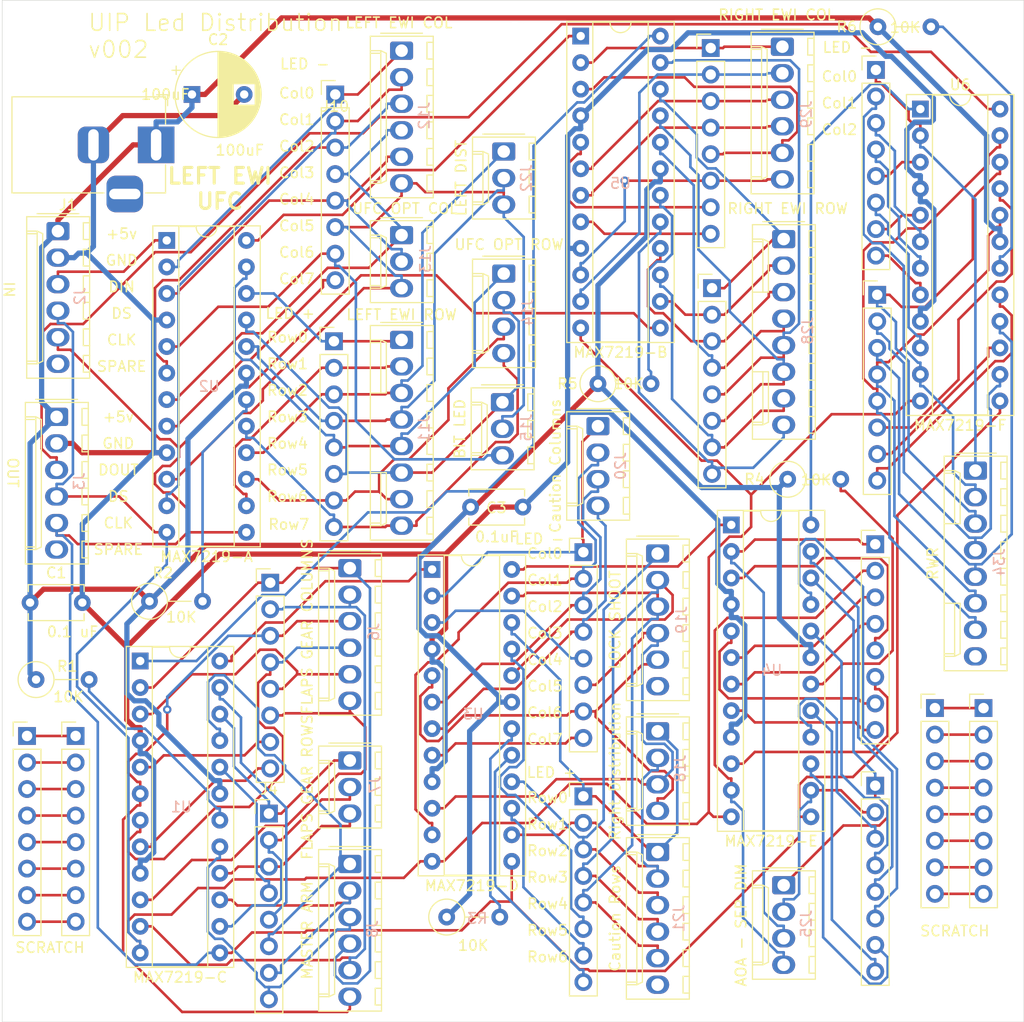
<source format=kicad_pcb>
(kicad_pcb (version 20171130) (host pcbnew "(5.1.5-0-10_14)")
  (layers (0 F.Cu signal) (31 B.Cu signal) (34 B.Paste user) (35 F.Paste user) (36 B.SilkS user) (37 F.SilkS user) (38 B.Mask user) (39 F.Mask user) (44 Edge.Cuts user))
  (net 0 "")
  (net 1 GND)
  (net 2 +5V)
  (net 3 /CLK)
  (net 4 /LOAD)
  (net 5 /DIN)
  (net 6 /DOUT)
  (net 7 "Net-(R1-Pad2)")
  (net 8 /CCol7)
  (net 9 /CCol6)
  (net 10 /CCol5)
  (net 11 /CCol4)
  (net 12 /CCol3)
  (net 13 /CCol2)
  (net 14 /CCol1)
  (net 15 /CCol0)
  (net 16 /CRow7)
  (net 17 /CRow6)
  (net 18 /CRow5)
  (net 19 /CRow4)
  (net 20 /CRow3)
  (net 21 /CRow2)
  (net 22 /CRow1)
  (net 23 /CRow0)
  (net 24 /ARow7)
  (net 25 /ARow6)
  (net 26 /ARow5)
  (net 27 /ARow4)
  (net 28 /ARow3)
  (net 29 /ARow2)
  (net 30 /ARow1)
  (net 31 /ARow0)
  (net 32 /ACol7)
  (net 33 /ACol6)
  (net 34 /ACol5)
  (net 35 /ACol4)
  (net 36 /ACol3)
  (net 37 /ACol2)
  (net 38 /ACol1)
  (net 39 /ACol0)
  (net 40 /DRow7)
  (net 41 /DRow6)
  (net 42 /DRow5)
  (net 43 /DRow4)
  (net 44 /DRow3)
  (net 45 /DRow2)
  (net 46 /DRow1)
  (net 47 /DRow0)
  (net 48 /DCol7)
  (net 49 /DCol6)
  (net 50 /DCol5)
  (net 51 /DCol4)
  (net 52 /DCol3)
  (net 53 /DCol2)
  (net 54 /DCol1)
  (net 55 /DCol0)
  (net 56 /BRow7)
  (net 57 /BRow6)
  (net 58 /BRow5)
  (net 59 /BRow4)
  (net 60 /BRow3)
  (net 61 /BRow2)
  (net 62 /BRow1)
  (net 63 /BRow0)
  (net 64 /BCol7)
  (net 65 /BCol6)
  (net 66 /BCol5)
  (net 67 /BCol4)
  (net 68 /BCol3)
  (net 69 /BCol2)
  (net 70 /BCol1)
  (net 71 /BCol0)
  (net 72 "Net-(R2-Pad2)")
  (net 73 "Net-(R3-Pad2)")
  (net 74 "Net-(R4-Pad2)")
  (net 75 /A-DOUT-B-DIN)
  (net 76 /C-DOUT-D-DIN)
  (net 77 /B-DOUT-C-DIN)
  (net 78 /ECol7)
  (net 79 /ECol6)
  (net 80 /ECol5)
  (net 81 /ECol4)
  (net 82 /ECol3)
  (net 83 /ECol2)
  (net 84 /ECol1)
  (net 85 /ECol0)
  (net 86 /ERow7)
  (net 87 /ERow6)
  (net 88 /ERow5)
  (net 89 /ERow4)
  (net 90 /ERow3)
  (net 91 /ERow2)
  (net 92 /ERow1)
  (net 93 /ERow0)
  (net 94 "Net-(R5-Pad2)")
  (net 95 /D-DOUT-E-DIN)
  (net 96 "Net-(J30-Pad8)")
  (net 97 "Net-(J30-Pad7)")
  (net 98 "Net-(J30-Pad6)")
  (net 99 "Net-(J30-Pad5)")
  (net 100 "Net-(J30-Pad4)")
  (net 101 "Net-(J30-Pad3)")
  (net 102 "Net-(J30-Pad2)")
  (net 103 "Net-(J30-Pad1)")
  (net 104 /FCol7)
  (net 105 /FCol6)
  (net 106 /FCol5)
  (net 107 /FCol4)
  (net 108 /FCol3)
  (net 109 /FCol2)
  (net 110 /FCol1)
  (net 111 /FCol0)
  (net 112 /FRow7)
  (net 113 /FRow6)
  (net 114 /FRow5)
  (net 115 /FRow4)
  (net 116 /FRow3)
  (net 117 /FRow2)
  (net 118 /FRow1)
  (net 119 /FRow0)
  (net 120 "Net-(J35-Pad8)")
  (net 121 "Net-(J35-Pad7)")
  (net 122 "Net-(J35-Pad6)")
  (net 123 "Net-(J35-Pad5)")
  (net 124 "Net-(J35-Pad4)")
  (net 125 "Net-(J35-Pad3)")
  (net 126 "Net-(J35-Pad2)")
  (net 127 "Net-(J35-Pad1)")
  (net 128 "Net-(R6-Pad2)")
  (net 129 /E-DOUT-F-DIN)
  (module Capacitor_THT:C_Disc_D5.1mm_W3.2mm_P5.00mm (layer F.Cu) (at 157.861 92.964)
    (fp_text reference C3 (at 2.4765 0.0635) (layer F.SilkS))
    (fp_text value 0.1uF (at 2.5 2.85) (layer F.SilkS))
    (pad 2 thru_hole circle (at 5 0) (size 1.6 1.6) (drill 0.8) (layers *.Cu *.Mask) (net 1 GND))
    (pad 1 thru_hole circle (at 0 0) (size 1.6 1.6) (drill 0.8) (layers *.Cu *.Mask) (net 2 +5V))
  )
  (module Package_DIP:DIP-24_W7.62mm_Socket (layer F.Cu) (at 200.914 54.864)
    (fp_text reference U6 (at 3.81 -2.33) (layer F.SilkS))
    (fp_text value MAX7219-F (at 3.81 30.27) (layer F.SilkS))
    (pad 24 thru_hole oval (at 7.62 0) (size 1.6 1.6) (drill 0.8) (layers *.Cu *.Mask) (net 6 /DOUT))
    (pad 12 thru_hole oval (at 0 27.94) (size 1.6 1.6) (drill 0.8) (layers *.Cu *.Mask) (net 4 /LOAD))
    (pad 23 thru_hole oval (at 7.62 2.54) (size 1.6 1.6) (drill 0.8) (layers *.Cu *.Mask) (net 115 /FRow4))
    (pad 11 thru_hole oval (at 0 25.4) (size 1.6 1.6) (drill 0.8) (layers *.Cu *.Mask) (net 110 /FCol1))
    (pad 22 thru_hole oval (at 7.62 5.08) (size 1.6 1.6) (drill 0.8) (layers *.Cu *.Mask) (net 119 /FRow0))
    (pad 10 thru_hole oval (at 0 22.86) (size 1.6 1.6) (drill 0.8) (layers *.Cu *.Mask) (net 106 /FCol5))
    (pad 21 thru_hole oval (at 7.62 7.62) (size 1.6 1.6) (drill 0.8) (layers *.Cu *.Mask) (net 114 /FRow5))
    (pad 9 thru_hole oval (at 0 20.32) (size 1.6 1.6) (drill 0.8) (layers *.Cu *.Mask) (net 1 GND))
    (pad 20 thru_hole oval (at 7.62 10.16) (size 1.6 1.6) (drill 0.8) (layers *.Cu *.Mask) (net 116 /FRow3))
    (pad 8 thru_hole oval (at 0 17.78) (size 1.6 1.6) (drill 0.8) (layers *.Cu *.Mask) (net 104 /FCol7))
    (pad 19 thru_hole oval (at 7.62 12.7) (size 1.6 1.6) (drill 0.8) (layers *.Cu *.Mask) (net 2 +5V))
    (pad 7 thru_hole oval (at 0 15.24) (size 1.6 1.6) (drill 0.8) (layers *.Cu *.Mask) (net 108 /FCol3))
    (pad 18 thru_hole oval (at 7.62 15.24) (size 1.6 1.6) (drill 0.8) (layers *.Cu *.Mask) (net 128 "Net-(R6-Pad2)"))
    (pad 6 thru_hole oval (at 0 12.7) (size 1.6 1.6) (drill 0.8) (layers *.Cu *.Mask) (net 109 /FCol2))
    (pad 17 thru_hole oval (at 7.62 17.78) (size 1.6 1.6) (drill 0.8) (layers *.Cu *.Mask) (net 112 /FRow7))
    (pad 5 thru_hole oval (at 0 10.16) (size 1.6 1.6) (drill 0.8) (layers *.Cu *.Mask) (net 105 /FCol6))
    (pad 16 thru_hole oval (at 7.62 20.32) (size 1.6 1.6) (drill 0.8) (layers *.Cu *.Mask) (net 117 /FRow2))
    (pad 4 thru_hole oval (at 0 7.62) (size 1.6 1.6) (drill 0.8) (layers *.Cu *.Mask) (net 1 GND))
    (pad 15 thru_hole oval (at 7.62 22.86) (size 1.6 1.6) (drill 0.8) (layers *.Cu *.Mask) (net 113 /FRow6))
    (pad 3 thru_hole oval (at 0 5.08) (size 1.6 1.6) (drill 0.8) (layers *.Cu *.Mask) (net 107 /FCol4))
    (pad 14 thru_hole oval (at 7.62 25.4) (size 1.6 1.6) (drill 0.8) (layers *.Cu *.Mask) (net 118 /FRow1))
    (pad 2 thru_hole oval (at 0 2.54) (size 1.6 1.6) (drill 0.8) (layers *.Cu *.Mask) (net 111 /FCol0))
    (pad 13 thru_hole oval (at 7.62 27.94) (size 1.6 1.6) (drill 0.8) (layers *.Cu *.Mask) (net 3 /CLK))
    (pad 1 thru_hole rect (at 0 0) (size 1.6 1.6) (drill 0.8) (layers *.Cu *.Mask) (net 129 /E-DOUT-F-DIN))
  )
  (module Resistor_THT:R_Axial_DIN0309_L9.0mm_D3.2mm_P5.08mm_Vertical (layer F.Cu) (at 196.85 46.99)
    (fp_text reference R6 (at -2.9845 0) (layer F.SilkS))
    (fp_text value 10K (at 2.6035 0.0635) (layer F.SilkS))
    (pad 2 thru_hole oval (at 5.08 0) (size 1.6 1.6) (drill 0.8) (layers *.Cu *.Mask) (net 128 "Net-(R6-Pad2)"))
    (pad 1 thru_hole circle (at 0 0) (size 1.6 1.6) (drill 0.8) (layers *.Cu *.Mask) (net 2 +5V))
  )
  (module PT_Library_v001:Molex_1x08_P2.54mm_Vertical (layer F.Cu) (at 206.184 89.4715 270)
    (fp_text reference J34 (at 8.763 -2.286 90) (layer B.SilkS) (effects (justify mirror)))
    (fp_text value RWR (at 8.89 4.08 90) (layer F.SilkS))
    (pad 8 thru_hole oval (at 17.78 0 270) (size 1.74 2.2) (drill 1.2) (layers *.Cu *.Mask))
    (pad 7 thru_hole oval (at 15.24 0 270) (size 1.74 2.2) (drill 1.2) (layers *.Cu *.Mask) (net 115 /FRow4))
    (pad 6 thru_hole oval (at 12.7 0 270) (size 1.74 2.2) (drill 1.2) (layers *.Cu *.Mask) (net 116 /FRow3))
    (pad 5 thru_hole oval (at 10.16 0 270) (size 1.74 2.2) (drill 1.2) (layers *.Cu *.Mask) (net 117 /FRow2))
    (pad 4 thru_hole oval (at 7.62 0 270) (size 1.74 2.2) (drill 1.2) (layers *.Cu *.Mask) (net 118 /FRow1))
    (pad 3 thru_hole oval (at 5.08 0 270) (size 1.74 2.2) (drill 1.2) (layers *.Cu *.Mask) (net 119 /FRow0))
    (pad 2 thru_hole oval (at 2.54 0 270) (size 1.74 2.2) (drill 1.2) (layers *.Cu *.Mask) (net 110 /FCol1))
    (pad 1 thru_hole roundrect (at 0 0 270) (size 1.74 2.2) (drill 1.2) (layers *.Cu *.Mask) (roundrect_rratio 0.143678) (net 111 /FCol0))
  )
  (module Connector_PinHeader_2.54mm:PinHeader_1x08_P2.54mm_Vertical (layer F.Cu) (at 196.786 72.644)
    (fp_text reference J33)
    (fp_text value " ")
    (pad 8 thru_hole oval (at 0 17.78) (size 1.7 1.7) (drill 1) (layers *.Cu *.Mask) (net 112 /FRow7))
    (pad 7 thru_hole oval (at 0 15.24) (size 1.7 1.7) (drill 1) (layers *.Cu *.Mask) (net 113 /FRow6))
    (pad 6 thru_hole oval (at 0 12.7) (size 1.7 1.7) (drill 1) (layers *.Cu *.Mask) (net 114 /FRow5))
    (pad 5 thru_hole oval (at 0 10.16) (size 1.7 1.7) (drill 1) (layers *.Cu *.Mask) (net 115 /FRow4))
    (pad 4 thru_hole oval (at 0 7.62) (size 1.7 1.7) (drill 1) (layers *.Cu *.Mask) (net 116 /FRow3))
    (pad 3 thru_hole oval (at 0 5.08) (size 1.7 1.7) (drill 1) (layers *.Cu *.Mask) (net 117 /FRow2))
    (pad 2 thru_hole oval (at 0 2.54) (size 1.7 1.7) (drill 1) (layers *.Cu *.Mask) (net 118 /FRow1))
    (pad 1 thru_hole rect (at 0 0) (size 1.7 1.7) (drill 1) (layers *.Cu *.Mask) (net 119 /FRow0))
  )
  (module Connector_PinHeader_2.54mm:PinHeader_1x08_P2.54mm_Vertical (layer F.Cu) (at 196.66 51.1175)
    (fp_text reference J32)
    (fp_text value " ")
    (pad 8 thru_hole oval (at 0 17.78) (size 1.7 1.7) (drill 1) (layers *.Cu *.Mask) (net 104 /FCol7))
    (pad 7 thru_hole oval (at 0 15.24) (size 1.7 1.7) (drill 1) (layers *.Cu *.Mask) (net 105 /FCol6))
    (pad 6 thru_hole oval (at 0 12.7) (size 1.7 1.7) (drill 1) (layers *.Cu *.Mask) (net 106 /FCol5))
    (pad 5 thru_hole oval (at 0 10.16) (size 1.7 1.7) (drill 1) (layers *.Cu *.Mask) (net 107 /FCol4))
    (pad 4 thru_hole oval (at 0 7.62) (size 1.7 1.7) (drill 1) (layers *.Cu *.Mask) (net 108 /FCol3))
    (pad 3 thru_hole oval (at 0 5.08) (size 1.7 1.7) (drill 1) (layers *.Cu *.Mask) (net 109 /FCol2))
    (pad 2 thru_hole oval (at 0 2.54) (size 1.7 1.7) (drill 1) (layers *.Cu *.Mask) (net 110 /FCol1))
    (pad 1 thru_hole rect (at 0 0) (size 1.7 1.7) (drill 1) (layers *.Cu *.Mask) (net 111 /FCol0))
  )
  (module PT_Library_v001:Molex_1x03_P2.54mm_Vertical (layer F.Cu) (at 161.036 58.928 270)
    (fp_text reference J22 (at 2.54 -2.159 90) (layer B.SilkS) (effects (justify mirror)))
    (fp_text value "LEFT DIST" (at 2.54 4.08 90) (layer F.SilkS))
    (pad 3 thru_hole oval (at 5.08 0 270) (size 1.74 2.2) (drill 1.2) (layers *.Cu *.Mask) (net 34 /ACol5))
    (pad 2 thru_hole oval (at 2.54 0 270) (size 1.74 2.2) (drill 1.2) (layers *.Cu *.Mask) (net 28 /ARow3))
    (pad 1 thru_hole roundrect (at 0 0 270) (size 1.74 2.2) (drill 1.2) (layers *.Cu *.Mask) (roundrect_rratio 0.143678) (net 29 /ARow2))
  )
  (module MountingHole:MountingHole_3.2mm_M3 (layer F.Cu) (at 117.094 138.303)
    (fp_text reference H6)
    (fp_text value MountingHole)
    (pad 1 np_thru_hole circle (at 0 0) (size 3.2 3.2) (drill 3.2) (layers *.Cu *.Mask))
  )
  (module MountingHole:MountingHole_3.2mm_M3 (layer F.Cu) (at 162.094 138.303)
    (fp_text reference H5)
    (fp_text value MountingHole)
    (pad 1 np_thru_hole circle (at 0 0) (size 3.2 3.2) (drill 3.2) (layers *.Cu *.Mask))
  )
  (module MountingHole:MountingHole_3.2mm_M3 (layer F.Cu) (at 162.094 48.303)
    (fp_text reference H4)
    (fp_text value MountingHole)
    (pad 1 np_thru_hole circle (at 0 0) (size 3.2 3.2) (drill 3.2) (layers *.Cu *.Mask))
  )
  (module MountingHole:MountingHole_3.2mm_M3 (layer F.Cu) (at 117.094 48.303)
    (fp_text reference H3)
    (fp_text value MountingHole)
    (pad 1 np_thru_hole circle (at 0 0) (size 3.2 3.2) (drill 3.2) (layers *.Cu *.Mask))
  )
  (module MountingHole:MountingHole_3.2mm_M3 (layer F.Cu) (at 207.094 138.303)
    (fp_text reference H2)
    (fp_text value MountingHole)
    (pad 1 np_thru_hole circle (at 0 0) (size 3.2 3.2) (drill 3.2) (layers *.Cu *.Mask))
  )
  (module MountingHole:MountingHole_3.2mm_M3 (layer F.Cu) (at 207.094 48.303)
    (fp_text reference H1)
    (fp_text value MountingHole)
    (pad 1 np_thru_hole circle (at 0 0) (size 3.2 3.2) (drill 3.2) (layers *.Cu *.Mask))
  )
  (module Package_DIP:DIP-24_W7.62mm_Socket (layer F.Cu) (at 182.818 94.669)
    (fp_text reference U4 (at 3.872 13.916) (layer B.SilkS) (effects (justify mirror)))
    (fp_text value MAX7219-E (at 3.81 30.27) (layer F.SilkS))
    (pad 24 thru_hole oval (at 7.62 0) (size 1.6 1.6) (drill 0.8) (layers *.Cu *.Mask) (net 129 /E-DOUT-F-DIN))
    (pad 12 thru_hole oval (at 0 27.94) (size 1.6 1.6) (drill 0.8) (layers *.Cu *.Mask) (net 4 /LOAD))
    (pad 23 thru_hole oval (at 7.62 2.54) (size 1.6 1.6) (drill 0.8) (layers *.Cu *.Mask) (net 89 /ERow4))
    (pad 11 thru_hole oval (at 0 25.4) (size 1.6 1.6) (drill 0.8) (layers *.Cu *.Mask) (net 84 /ECol1))
    (pad 22 thru_hole oval (at 7.62 5.08) (size 1.6 1.6) (drill 0.8) (layers *.Cu *.Mask) (net 93 /ERow0))
    (pad 10 thru_hole oval (at 0 22.86) (size 1.6 1.6) (drill 0.8) (layers *.Cu *.Mask) (net 80 /ECol5))
    (pad 21 thru_hole oval (at 7.62 7.62) (size 1.6 1.6) (drill 0.8) (layers *.Cu *.Mask) (net 88 /ERow5))
    (pad 9 thru_hole oval (at 0 20.32) (size 1.6 1.6) (drill 0.8) (layers *.Cu *.Mask) (net 1 GND))
    (pad 20 thru_hole oval (at 7.62 10.16) (size 1.6 1.6) (drill 0.8) (layers *.Cu *.Mask) (net 90 /ERow3))
    (pad 8 thru_hole oval (at 0 17.78) (size 1.6 1.6) (drill 0.8) (layers *.Cu *.Mask) (net 78 /ECol7))
    (pad 19 thru_hole oval (at 7.62 12.7) (size 1.6 1.6) (drill 0.8) (layers *.Cu *.Mask) (net 2 +5V))
    (pad 7 thru_hole oval (at 0 15.24) (size 1.6 1.6) (drill 0.8) (layers *.Cu *.Mask) (net 82 /ECol3))
    (pad 18 thru_hole oval (at 7.62 15.24) (size 1.6 1.6) (drill 0.8) (layers *.Cu *.Mask) (net 74 "Net-(R4-Pad2)"))
    (pad 6 thru_hole oval (at 0 12.7) (size 1.6 1.6) (drill 0.8) (layers *.Cu *.Mask) (net 83 /ECol2))
    (pad 17 thru_hole oval (at 7.62 17.78) (size 1.6 1.6) (drill 0.8) (layers *.Cu *.Mask) (net 86 /ERow7))
    (pad 5 thru_hole oval (at 0 10.16) (size 1.6 1.6) (drill 0.8) (layers *.Cu *.Mask) (net 79 /ECol6))
    (pad 16 thru_hole oval (at 7.62 20.32) (size 1.6 1.6) (drill 0.8) (layers *.Cu *.Mask) (net 91 /ERow2))
    (pad 4 thru_hole oval (at 0 7.62) (size 1.6 1.6) (drill 0.8) (layers *.Cu *.Mask) (net 1 GND))
    (pad 15 thru_hole oval (at 7.62 22.86) (size 1.6 1.6) (drill 0.8) (layers *.Cu *.Mask) (net 87 /ERow6))
    (pad 3 thru_hole oval (at 0 5.08) (size 1.6 1.6) (drill 0.8) (layers *.Cu *.Mask) (net 81 /ECol4))
    (pad 14 thru_hole oval (at 7.62 25.4) (size 1.6 1.6) (drill 0.8) (layers *.Cu *.Mask) (net 92 /ERow1))
    (pad 2 thru_hole oval (at 0 2.54) (size 1.6 1.6) (drill 0.8) (layers *.Cu *.Mask) (net 85 /ECol0))
    (pad 13 thru_hole oval (at 7.62 27.94) (size 1.6 1.6) (drill 0.8) (layers *.Cu *.Mask) (net 3 /CLK))
    (pad 1 thru_hole rect (at 0 0) (size 1.6 1.6) (drill 0.8) (layers *.Cu *.Mask) (net 95 /D-DOUT-E-DIN))
  )
  (module Resistor_THT:R_Axial_DIN0309_L9.0mm_D3.2mm_P5.08mm_Vertical (layer F.Cu) (at 188.214 90.297)
    (fp_text reference R4 (at -3.175 0) (layer F.SilkS))
    (fp_text value 10K (at 2.7305 0.0635) (layer F.SilkS))
    (pad 2 thru_hole oval (at 5.08 0) (size 1.6 1.6) (drill 0.8) (layers *.Cu *.Mask) (net 74 "Net-(R4-Pad2)"))
    (pad 1 thru_hole circle (at 0 0) (size 1.6 1.6) (drill 0.8) (layers *.Cu *.Mask) (net 2 +5V))
  )
  (module PT_Library_v001:Molex_1x04_P2.54mm_Vertical (layer F.Cu) (at 187.833 129.159 270)
    (fp_text reference J25 (at 3.683 -2.159 90) (layer B.SilkS) (effects (justify mirror)))
    (fp_text value "AOA - SEP DIM" (at 3.81 4.08 90) (layer F.SilkS))
    (pad 4 thru_hole oval (at 7.62 0 270) (size 1.74 2.2) (drill 1.2) (layers *.Cu *.Mask) (net 84 /ECol1))
    (pad 3 thru_hole oval (at 5.08 0 270) (size 1.74 2.2) (drill 1.2) (layers *.Cu *.Mask) (net 85 /ECol0))
    (pad 2 thru_hole oval (at 2.54 0 270) (size 1.74 2.2) (drill 1.2) (layers *.Cu *.Mask) (net 92 /ERow1))
    (pad 1 thru_hole roundrect (at 0 0 270) (size 1.74 2.2) (drill 1.2) (layers *.Cu *.Mask) (roundrect_rratio 0.143678) (net 93 /ERow0))
  )
  (module Connector_PinHeader_2.54mm:PinHeader_1x08_P2.54mm_Vertical (layer F.Cu) (at 196.596 119.634)
    (fp_text reference J24)
    (fp_text value " ")
    (pad 8 thru_hole oval (at 0 17.78) (size 1.7 1.7) (drill 1) (layers *.Cu *.Mask) (net 86 /ERow7))
    (pad 7 thru_hole oval (at 0 15.24) (size 1.7 1.7) (drill 1) (layers *.Cu *.Mask) (net 87 /ERow6))
    (pad 6 thru_hole oval (at 0 12.7) (size 1.7 1.7) (drill 1) (layers *.Cu *.Mask) (net 88 /ERow5))
    (pad 5 thru_hole oval (at 0 10.16) (size 1.7 1.7) (drill 1) (layers *.Cu *.Mask) (net 89 /ERow4))
    (pad 4 thru_hole oval (at 0 7.62) (size 1.7 1.7) (drill 1) (layers *.Cu *.Mask) (net 90 /ERow3))
    (pad 3 thru_hole oval (at 0 5.08) (size 1.7 1.7) (drill 1) (layers *.Cu *.Mask) (net 91 /ERow2))
    (pad 2 thru_hole oval (at 0 2.54) (size 1.7 1.7) (drill 1) (layers *.Cu *.Mask) (net 92 /ERow1))
    (pad 1 thru_hole rect (at 0 0) (size 1.7 1.7) (drill 1) (layers *.Cu *.Mask) (net 93 /ERow0))
  )
  (module Connector_PinHeader_2.54mm:PinHeader_1x08_P2.54mm_Vertical (layer F.Cu) (at 196.596 96.52)
    (fp_text reference J23)
    (fp_text value " ")
    (pad 8 thru_hole oval (at 0 17.78) (size 1.7 1.7) (drill 1) (layers *.Cu *.Mask) (net 78 /ECol7))
    (pad 7 thru_hole oval (at 0 15.24) (size 1.7 1.7) (drill 1) (layers *.Cu *.Mask) (net 79 /ECol6))
    (pad 6 thru_hole oval (at 0 12.7) (size 1.7 1.7) (drill 1) (layers *.Cu *.Mask) (net 80 /ECol5))
    (pad 5 thru_hole oval (at 0 10.16) (size 1.7 1.7) (drill 1) (layers *.Cu *.Mask) (net 81 /ECol4))
    (pad 4 thru_hole oval (at 0 7.62) (size 1.7 1.7) (drill 1) (layers *.Cu *.Mask) (net 82 /ECol3))
    (pad 3 thru_hole oval (at 0 5.08) (size 1.7 1.7) (drill 1) (layers *.Cu *.Mask) (net 83 /ECol2))
    (pad 2 thru_hole oval (at 0 2.54) (size 1.7 1.7) (drill 1) (layers *.Cu *.Mask) (net 84 /ECol1))
    (pad 1 thru_hole rect (at 0 0) (size 1.7 1.7) (drill 1) (layers *.Cu *.Mask) (net 85 /ECol0))
  )
  (module PT_Library_v001:Molex_1x06_P2.54mm_Vertical (layer F.Cu) (at 118.237 84.328 270)
    (fp_text reference J3 (at 6.1595 -2.159 90) (layer B.SilkS) (effects (justify mirror)))
    (fp_text value " ")
    (pad 6 thru_hole oval (at 12.7 0 270) (size 1.74 2.2) (drill 1.2) (layers *.Cu *.Mask))
    (pad 5 thru_hole oval (at 10.16 0 270) (size 1.74 2.2) (drill 1.2) (layers *.Cu *.Mask) (net 3 /CLK))
    (pad 4 thru_hole oval (at 7.62 0 270) (size 1.74 2.2) (drill 1.2) (layers *.Cu *.Mask) (net 4 /LOAD))
    (pad 3 thru_hole oval (at 5.08 0 270) (size 1.74 2.2) (drill 1.2) (layers *.Cu *.Mask) (net 6 /DOUT))
    (pad 2 thru_hole oval (at 2.54 0 270) (size 1.74 2.2) (drill 1.2) (layers *.Cu *.Mask) (net 1 GND))
    (pad 1 thru_hole roundrect (at 0 0 270) (size 1.74 2.2) (drill 1.2) (layers *.Cu *.Mask) (roundrect_rratio 0.143678) (net 2 +5V))
  )
  (module PT_Library_v001:Molex_1x06_P2.54mm_Vertical (layer F.Cu) (at 118.364 66.548 270)
    (fp_text reference J2 (at 6.223 -2.0955 90) (layer B.SilkS) (effects (justify mirror)))
    (fp_text value " ")
    (pad 6 thru_hole oval (at 12.7 0 270) (size 1.74 2.2) (drill 1.2) (layers *.Cu *.Mask))
    (pad 5 thru_hole oval (at 10.16 0 270) (size 1.74 2.2) (drill 1.2) (layers *.Cu *.Mask) (net 3 /CLK))
    (pad 4 thru_hole oval (at 7.62 0 270) (size 1.74 2.2) (drill 1.2) (layers *.Cu *.Mask) (net 4 /LOAD))
    (pad 3 thru_hole oval (at 5.08 0 270) (size 1.74 2.2) (drill 1.2) (layers *.Cu *.Mask) (net 5 /DIN))
    (pad 2 thru_hole oval (at 2.54 0 270) (size 1.74 2.2) (drill 1.2) (layers *.Cu *.Mask) (net 1 GND))
    (pad 1 thru_hole roundrect (at 0 0 270) (size 1.74 2.2) (drill 1.2) (layers *.Cu *.Mask) (roundrect_rratio 0.143678) (net 2 +5V))
  )
  (module Connector_BarrelJack:BarrelJack_Horizontal (layer F.Cu) (at 127.762 58.293)
    (fp_text reference J1 (at -8.45 5.75) (layer F.SilkS))
    (fp_text value Conn_01x02_Female)
    (pad 3 thru_hole roundrect (at -3 4.7) (size 3.5 3.5) (drill oval 3 1) (layers *.Cu *.Mask))
    (pad 2 thru_hole roundrect (at -6 0) (size 3 3.5) (drill oval 1 3) (layers *.Cu *.Mask) (net 1 GND))
    (pad 1 thru_hole rect (at 0 0) (size 3.5 3.5) (drill oval 1 3) (layers *.Cu *.Mask) (net 2 +5V))
  )
  (module PT_Library_v001:Molex_1x06_P2.54mm_Vertical (layer F.Cu) (at 175.768 97.409 270)
    (fp_text reference J19 (at 6.35 -2.286 90) (layer B.SilkS) (effects (justify mirror)))
    (fp_text value "LOCK SHOOT" (at 6.35 4.08 90) (layer F.SilkS))
    (pad 6 thru_hole oval (at 12.7 0 270) (size 1.74 2.2) (drill 1.2) (layers *.Cu *.Mask))
    (pad 5 thru_hole oval (at 10.16 0 270) (size 1.74 2.2) (drill 1.2) (layers *.Cu *.Mask) (net 49 /DCol6))
    (pad 4 thru_hole oval (at 7.62 0 270) (size 1.74 2.2) (drill 1.2) (layers *.Cu *.Mask) (net 50 /DCol5))
    (pad 3 thru_hole oval (at 5.08 0 270) (size 1.74 2.2) (drill 1.2) (layers *.Cu *.Mask) (net 43 /DRow4))
    (pad 2 thru_hole oval (at 2.54 0 270) (size 1.74 2.2) (drill 1.2) (layers *.Cu *.Mask) (net 44 /DRow3))
    (pad 1 thru_hole roundrect (at 0 0 270) (size 1.74 2.2) (drill 1.2) (layers *.Cu *.Mask) (roundrect_rratio 0.143678) (net 45 /DRow2))
  )
  (module PT_Library_v001:Molex_1x04_P2.54mm_Vertical (layer F.Cu) (at 175.768 114.427 270)
    (fp_text reference J18 (at 3.556 -2.159 90) (layer B.SilkS) (effects (justify mirror)))
    (fp_text value "Right Distribution" (at 3.81 4.08 90) (layer F.SilkS))
    (pad 4 thru_hole oval (at 7.62 0 270) (size 1.74 2.2) (drill 1.2) (layers *.Cu *.Mask) (net 49 /DCol6))
    (pad 3 thru_hole oval (at 5.08 0 270) (size 1.74 2.2) (drill 1.2) (layers *.Cu *.Mask) (net 50 /DCol5))
    (pad 2 thru_hole oval (at 2.54 0 270) (size 1.74 2.2) (drill 1.2) (layers *.Cu *.Mask) (net 46 /DRow1))
    (pad 1 thru_hole roundrect (at 0 0 270) (size 1.74 2.2) (drill 1.2) (layers *.Cu *.Mask) (roundrect_rratio 0.143678) (net 47 /DRow0))
  )
  (module PT_Library_v001:Molex_1x06_P2.54mm_Vertical (layer F.Cu) (at 175.768 125.984 270)
    (fp_text reference J21 (at 6.35 -2.032 90) (layer B.SilkS) (effects (justify mirror)))
    (fp_text value "Caution Rows" (at 6.35 4.08 90) (layer F.SilkS))
    (pad 6 thru_hole oval (at 12.7 0 270) (size 1.74 2.2) (drill 1.2) (layers *.Cu *.Mask))
    (pad 5 thru_hole oval (at 10.16 0 270) (size 1.74 2.2) (drill 1.2) (layers *.Cu *.Mask) (net 43 /DRow4))
    (pad 4 thru_hole oval (at 7.62 0 270) (size 1.74 2.2) (drill 1.2) (layers *.Cu *.Mask) (net 44 /DRow3))
    (pad 3 thru_hole oval (at 5.08 0 270) (size 1.74 2.2) (drill 1.2) (layers *.Cu *.Mask) (net 45 /DRow2))
    (pad 2 thru_hole oval (at 2.54 0 270) (size 1.74 2.2) (drill 1.2) (layers *.Cu *.Mask) (net 46 /DRow1))
    (pad 1 thru_hole roundrect (at 0 0 270) (size 1.74 2.2) (drill 1.2) (layers *.Cu *.Mask) (roundrect_rratio 0.143678) (net 47 /DRow0))
  )
  (module PT_Library_v001:Molex_1x04_P2.54mm_Vertical (layer F.Cu) (at 170.053 85.217 270)
    (fp_text reference J20 (at 3.81 -2.159 90) (layer B.SilkS) (effects (justify mirror)))
    (fp_text value "Caution Columns" (at 3.81 4.08 90) (layer F.SilkS))
    (pad 4 thru_hole oval (at 7.62 0 270) (size 1.74 2.2) (drill 1.2) (layers *.Cu *.Mask) (net 52 /DCol3))
    (pad 3 thru_hole oval (at 5.08 0 270) (size 1.74 2.2) (drill 1.2) (layers *.Cu *.Mask) (net 53 /DCol2))
    (pad 2 thru_hole oval (at 2.54 0 270) (size 1.74 2.2) (drill 1.2) (layers *.Cu *.Mask) (net 54 /DCol1))
    (pad 1 thru_hole roundrect (at 0 0 270) (size 1.74 2.2) (drill 1.2) (layers *.Cu *.Mask) (roundrect_rratio 0.143678) (net 55 /DCol0))
  )
  (module PT_Library_v001:Molex_1x03_P2.54mm_Vertical (layer F.Cu) (at 160.909 82.931 270)
    (fp_text reference J15 (at 2.413 -2.286 90) (layer B.SilkS) (effects (justify mirror)))
    (fp_text value "BIT LED" (at 2.54 4.08 90) (layer F.SilkS))
    (pad 3 thru_hole oval (at 5.08 0 270) (size 1.74 2.2) (drill 1.2) (layers *.Cu *.Mask) (net 33 /ACol6))
    (pad 2 thru_hole oval (at 2.54 0 270) (size 1.74 2.2) (drill 1.2) (layers *.Cu *.Mask) (net 34 /ACol5))
    (pad 1 thru_hole roundrect (at 0 0 270) (size 1.74 2.2) (drill 1.2) (layers *.Cu *.Mask) (roundrect_rratio 0.143678) (net 26 /ARow5))
  )
  (module PT_Library_v001:Molex_1x06_P2.54mm_Vertical (layer F.Cu) (at 146.304 127.127 270)
    (fp_text reference J8 (at 6.223 -2.159 90) (layer B.SilkS) (effects (justify mirror)))
    (fp_text value "MASTER ARM" (at 6.35 4.08 90) (layer F.SilkS))
    (pad 6 thru_hole oval (at 12.7 0 270) (size 1.74 2.2) (drill 1.2) (layers *.Cu *.Mask) (net 13 /CCol2))
    (pad 5 thru_hole oval (at 10.16 0 270) (size 1.74 2.2) (drill 1.2) (layers *.Cu *.Mask) (net 14 /CCol1))
    (pad 4 thru_hole oval (at 7.62 0 270) (size 1.74 2.2) (drill 1.2) (layers *.Cu *.Mask) (net 15 /CCol0))
    (pad 3 thru_hole oval (at 5.08 0 270) (size 1.74 2.2) (drill 1.2) (layers *.Cu *.Mask) (net 16 /CRow7))
    (pad 2 thru_hole oval (at 2.54 0 270) (size 1.74 2.2) (drill 1.2) (layers *.Cu *.Mask) (net 17 /CRow6))
    (pad 1 thru_hole roundrect (at 0 0 270) (size 1.74 2.2) (drill 1.2) (layers *.Cu *.Mask) (roundrect_rratio 0.143678) (net 18 /CRow5))
  )
  (module PT_Library_v001:Molex_1x03_P2.54mm_Vertical (layer F.Cu) (at 146.304 117.221 270)
    (fp_text reference J7 (at 2.286 -2.413 90) (layer B.SilkS) (effects (justify mirror)))
    (fp_text value "FLAPS GEAR ROWS" (at 2.54 4.08 90) (layer F.SilkS))
    (pad 3 thru_hole oval (at 5.08 0 270) (size 1.74 2.2) (drill 1.2) (layers *.Cu *.Mask) (net 21 /CRow2))
    (pad 2 thru_hole oval (at 2.54 0 270) (size 1.74 2.2) (drill 1.2) (layers *.Cu *.Mask) (net 22 /CRow1))
    (pad 1 thru_hole roundrect (at 0 0 270) (size 1.74 2.2) (drill 1.2) (layers *.Cu *.Mask) (roundrect_rratio 0.143678) (net 23 /CRow0))
  )
  (module PT_Library_v001:Molex_1x06_P2.54mm_Vertical (layer F.Cu) (at 146.304 98.806 270)
    (fp_text reference J6 (at 6.096 -2.286 90) (layer B.SilkS) (effects (justify mirror)))
    (fp_text value "FLAPS GEAR COLUMNS" (at 5.588 4.08 90) (layer F.SilkS))
    (pad 6 thru_hole oval (at 12.7 0 270) (size 1.74 2.2) (drill 1.2) (layers *.Cu *.Mask) (net 10 /CCol5))
    (pad 5 thru_hole oval (at 10.16 0 270) (size 1.74 2.2) (drill 1.2) (layers *.Cu *.Mask) (net 11 /CCol4))
    (pad 4 thru_hole oval (at 7.62 0 270) (size 1.74 2.2) (drill 1.2) (layers *.Cu *.Mask) (net 12 /CCol3))
    (pad 3 thru_hole oval (at 5.08 0 270) (size 1.74 2.2) (drill 1.2) (layers *.Cu *.Mask) (net 13 /CCol2))
    (pad 2 thru_hole oval (at 2.54 0 270) (size 1.74 2.2) (drill 1.2) (layers *.Cu *.Mask) (net 14 /CCol1))
    (pad 1 thru_hole roundrect (at 0 0 270) (size 1.74 2.2) (drill 1.2) (layers *.Cu *.Mask) (roundrect_rratio 0.143678) (net 15 /CCol0))
  )
  (module PT_Library_v001:Molex_1x06_P2.54mm_Vertical (layer F.Cu) (at 187.706 48.895 270)
    (fp_text reference J29 (at 6.477 -2.286 90) (layer B.SilkS) (effects (justify mirror)))
    (fp_text value "RIGHT EWI COL" (at -3.048 0.532) (layer F.SilkS))
    (pad 6 thru_hole oval (at 12.7 0 270) (size 1.74 2.2) (drill 1.2) (layers *.Cu *.Mask) (net 66 /BCol5))
    (pad 5 thru_hole oval (at 10.16 0 270) (size 1.74 2.2) (drill 1.2) (layers *.Cu *.Mask) (net 67 /BCol4))
    (pad 4 thru_hole oval (at 7.62 0 270) (size 1.74 2.2) (drill 1.2) (layers *.Cu *.Mask) (net 68 /BCol3))
    (pad 3 thru_hole oval (at 5.08 0 270) (size 1.74 2.2) (drill 1.2) (layers *.Cu *.Mask) (net 69 /BCol2))
    (pad 2 thru_hole oval (at 2.54 0 270) (size 1.74 2.2) (drill 1.2) (layers *.Cu *.Mask) (net 70 /BCol1))
    (pad 1 thru_hole roundrect (at 0 0 270) (size 1.74 2.2) (drill 1.2) (layers *.Cu *.Mask) (roundrect_rratio 0.143678) (net 71 /BCol0))
  )
  (module PT_Library_v001:Molex_1x08_P2.54mm_Vertical (layer F.Cu) (at 187.833 67.31 270)
    (fp_text reference J28 (at 8.763 -2.286 90) (layer B.SilkS) (effects (justify mirror)))
    (fp_text value "RIGHT EWI ROW" (at -2.921 -0.381) (layer F.SilkS))
    (pad 8 thru_hole oval (at 17.78 0 270) (size 1.74 2.2) (drill 1.2) (layers *.Cu *.Mask) (net 56 /BRow7))
    (pad 7 thru_hole oval (at 15.24 0 270) (size 1.74 2.2) (drill 1.2) (layers *.Cu *.Mask) (net 57 /BRow6))
    (pad 6 thru_hole oval (at 12.7 0 270) (size 1.74 2.2) (drill 1.2) (layers *.Cu *.Mask) (net 58 /BRow5))
    (pad 5 thru_hole oval (at 10.16 0 270) (size 1.74 2.2) (drill 1.2) (layers *.Cu *.Mask) (net 59 /BRow4))
    (pad 4 thru_hole oval (at 7.62 0 270) (size 1.74 2.2) (drill 1.2) (layers *.Cu *.Mask) (net 60 /BRow3))
    (pad 3 thru_hole oval (at 5.08 0 270) (size 1.74 2.2) (drill 1.2) (layers *.Cu *.Mask) (net 61 /BRow2))
    (pad 2 thru_hole oval (at 2.54 0 270) (size 1.74 2.2) (drill 1.2) (layers *.Cu *.Mask) (net 62 /BRow1))
    (pad 1 thru_hole roundrect (at 0 0 270) (size 1.74 2.2) (drill 1.2) (layers *.Cu *.Mask) (roundrect_rratio 0.143678) (net 63 /BRow0))
  )
  (module PT_Library_v001:Molex_1x04_P2.54mm_Vertical (layer F.Cu) (at 161.036 70.612 270)
    (fp_text reference J14 (at 3.683 -2.286 90) (layer B.SilkS) (effects (justify mirror)))
    (fp_text value "UFC OPT ROW" (at -2.776 -0.508) (layer F.SilkS))
    (pad 4 thru_hole oval (at 7.62 0 270) (size 1.74 2.2) (drill 1.2) (layers *.Cu *.Mask) (net 24 /ARow7))
    (pad 3 thru_hole oval (at 5.08 0 270) (size 1.74 2.2) (drill 1.2) (layers *.Cu *.Mask) (net 25 /ARow6))
    (pad 2 thru_hole oval (at 2.54 0 270) (size 1.74 2.2) (drill 1.2) (layers *.Cu *.Mask) (net 26 /ARow5))
    (pad 1 thru_hole roundrect (at 0 0 270) (size 1.74 2.2) (drill 1.2) (layers *.Cu *.Mask) (roundrect_rratio 0.143678) (net 27 /ARow4))
  )
  (module PT_Library_v001:Molex_1x03_P2.54mm_Vertical (layer F.Cu) (at 151.257 66.929 270)
    (fp_text reference J13 (at 2.286 -2.286 90) (layer B.SilkS) (effects (justify mirror)))
    (fp_text value "UFC OPT COL" (at -2.54 -0.3175) (layer F.SilkS))
    (pad 3 thru_hole oval (at 5.08 0 270) (size 1.74 2.2) (drill 1.2) (layers *.Cu *.Mask) (net 34 /ACol5))
    (pad 2 thru_hole oval (at 2.54 0 270) (size 1.74 2.2) (drill 1.2) (layers *.Cu *.Mask) (net 35 /ACol4))
    (pad 1 thru_hole roundrect (at 0 0 270) (size 1.74 2.2) (drill 1.2) (layers *.Cu *.Mask) (roundrect_rratio 0.143678) (net 36 /ACol3))
  )
  (module PT_Library_v001:Molex_1x08_P2.54mm_Vertical (layer F.Cu) (at 151.257 76.962 270)
    (fp_text reference J11 (at 8.509 -2.159 90) (layer B.SilkS) (effects (justify mirror)))
    (fp_text value "LEFT EWI ROW" (at -2.413 0) (layer F.SilkS))
    (pad 8 thru_hole oval (at 17.78 0 270) (size 1.74 2.2) (drill 1.2) (layers *.Cu *.Mask) (net 24 /ARow7))
    (pad 7 thru_hole oval (at 15.24 0 270) (size 1.74 2.2) (drill 1.2) (layers *.Cu *.Mask) (net 25 /ARow6))
    (pad 6 thru_hole oval (at 12.7 0 270) (size 1.74 2.2) (drill 1.2) (layers *.Cu *.Mask) (net 26 /ARow5))
    (pad 5 thru_hole oval (at 10.16 0 270) (size 1.74 2.2) (drill 1.2) (layers *.Cu *.Mask) (net 27 /ARow4))
    (pad 4 thru_hole oval (at 7.62 0 270) (size 1.74 2.2) (drill 1.2) (layers *.Cu *.Mask) (net 28 /ARow3))
    (pad 3 thru_hole oval (at 5.08 0 270) (size 1.74 2.2) (drill 1.2) (layers *.Cu *.Mask) (net 29 /ARow2))
    (pad 2 thru_hole oval (at 2.54 0 270) (size 1.74 2.2) (drill 1.2) (layers *.Cu *.Mask) (net 30 /ARow1))
    (pad 1 thru_hole roundrect (at 0 0 270) (size 1.74 2.2) (drill 1.2) (layers *.Cu *.Mask) (roundrect_rratio 0.143678) (net 31 /ARow0))
  )
  (module PT_Library_v001:Molex_1x06_P2.54mm_Vertical (layer F.Cu) (at 151.257 49.276 270)
    (fp_text reference J12 (at 6.223 -2.159 90) (layer B.SilkS) (effects (justify mirror)))
    (fp_text value "LEFT EWI COL" (at -2.667 0.254 180) (layer F.SilkS))
    (pad 6 thru_hole oval (at 12.7 0 270) (size 1.74 2.2) (drill 1.2) (layers *.Cu *.Mask) (net 34 /ACol5))
    (pad 5 thru_hole oval (at 10.16 0 270) (size 1.74 2.2) (drill 1.2) (layers *.Cu *.Mask) (net 35 /ACol4))
    (pad 4 thru_hole oval (at 7.62 0 270) (size 1.74 2.2) (drill 1.2) (layers *.Cu *.Mask) (net 36 /ACol3))
    (pad 3 thru_hole oval (at 5.08 0 270) (size 1.74 2.2) (drill 1.2) (layers *.Cu *.Mask) (net 37 /ACol2))
    (pad 2 thru_hole oval (at 2.54 0 270) (size 1.74 2.2) (drill 1.2) (layers *.Cu *.Mask) (net 38 /ACol1))
    (pad 1 thru_hole roundrect (at 0 0 270) (size 1.74 2.2) (drill 1.2) (layers *.Cu *.Mask) (roundrect_rratio 0.143678) (net 39 /ACol0))
  )
  (module Package_DIP:DIP-24_W7.62mm_Socket (layer F.Cu) (at 126.238 107.696)
    (fp_text reference U1 (at 3.937 13.97) (layer B.SilkS) (effects (justify mirror)))
    (fp_text value MAX7219-C (at 3.81 30.27) (layer F.SilkS))
    (pad 24 thru_hole oval (at 7.62 0) (size 1.6 1.6) (drill 0.8) (layers *.Cu *.Mask) (net 76 /C-DOUT-D-DIN))
    (pad 12 thru_hole oval (at 0 27.94) (size 1.6 1.6) (drill 0.8) (layers *.Cu *.Mask) (net 4 /LOAD))
    (pad 23 thru_hole oval (at 7.62 2.54) (size 1.6 1.6) (drill 0.8) (layers *.Cu *.Mask) (net 19 /CRow4))
    (pad 11 thru_hole oval (at 0 25.4) (size 1.6 1.6) (drill 0.8) (layers *.Cu *.Mask) (net 14 /CCol1))
    (pad 22 thru_hole oval (at 7.62 5.08) (size 1.6 1.6) (drill 0.8) (layers *.Cu *.Mask) (net 23 /CRow0))
    (pad 10 thru_hole oval (at 0 22.86) (size 1.6 1.6) (drill 0.8) (layers *.Cu *.Mask) (net 10 /CCol5))
    (pad 21 thru_hole oval (at 7.62 7.62) (size 1.6 1.6) (drill 0.8) (layers *.Cu *.Mask) (net 18 /CRow5))
    (pad 9 thru_hole oval (at 0 20.32) (size 1.6 1.6) (drill 0.8) (layers *.Cu *.Mask) (net 1 GND))
    (pad 20 thru_hole oval (at 7.62 10.16) (size 1.6 1.6) (drill 0.8) (layers *.Cu *.Mask) (net 20 /CRow3))
    (pad 8 thru_hole oval (at 0 17.78) (size 1.6 1.6) (drill 0.8) (layers *.Cu *.Mask) (net 8 /CCol7))
    (pad 19 thru_hole oval (at 7.62 12.7) (size 1.6 1.6) (drill 0.8) (layers *.Cu *.Mask) (net 2 +5V))
    (pad 7 thru_hole oval (at 0 15.24) (size 1.6 1.6) (drill 0.8) (layers *.Cu *.Mask) (net 12 /CCol3))
    (pad 18 thru_hole oval (at 7.62 15.24) (size 1.6 1.6) (drill 0.8) (layers *.Cu *.Mask) (net 7 "Net-(R1-Pad2)"))
    (pad 6 thru_hole oval (at 0 12.7) (size 1.6 1.6) (drill 0.8) (layers *.Cu *.Mask) (net 13 /CCol2))
    (pad 17 thru_hole oval (at 7.62 17.78) (size 1.6 1.6) (drill 0.8) (layers *.Cu *.Mask) (net 16 /CRow7))
    (pad 5 thru_hole oval (at 0 10.16) (size 1.6 1.6) (drill 0.8) (layers *.Cu *.Mask) (net 9 /CCol6))
    (pad 16 thru_hole oval (at 7.62 20.32) (size 1.6 1.6) (drill 0.8) (layers *.Cu *.Mask) (net 21 /CRow2))
    (pad 4 thru_hole oval (at 0 7.62) (size 1.6 1.6) (drill 0.8) (layers *.Cu *.Mask) (net 1 GND))
    (pad 15 thru_hole oval (at 7.62 22.86) (size 1.6 1.6) (drill 0.8) (layers *.Cu *.Mask) (net 17 /CRow6))
    (pad 3 thru_hole oval (at 0 5.08) (size 1.6 1.6) (drill 0.8) (layers *.Cu *.Mask) (net 11 /CCol4))
    (pad 14 thru_hole oval (at 7.62 25.4) (size 1.6 1.6) (drill 0.8) (layers *.Cu *.Mask) (net 22 /CRow1))
    (pad 2 thru_hole oval (at 0 2.54) (size 1.6 1.6) (drill 0.8) (layers *.Cu *.Mask) (net 15 /CCol0))
    (pad 13 thru_hole oval (at 7.62 27.94) (size 1.6 1.6) (drill 0.8) (layers *.Cu *.Mask) (net 3 /CLK))
    (pad 1 thru_hole rect (at 0 0) (size 1.6 1.6) (drill 0.8) (layers *.Cu *.Mask) (net 77 /B-DOUT-C-DIN))
  )
  (module Package_DIP:DIP-24_W7.62mm_Socket (layer F.Cu) (at 168.402 47.879)
    (fp_text reference U5 (at 3.81 14.097) (layer B.SilkS) (effects (justify mirror)))
    (fp_text value MAX7219-B (at 3.81 30.27) (layer F.SilkS))
    (pad 24 thru_hole oval (at 7.62 0) (size 1.6 1.6) (drill 0.8) (layers *.Cu *.Mask) (net 77 /B-DOUT-C-DIN))
    (pad 12 thru_hole oval (at 0 27.94) (size 1.6 1.6) (drill 0.8) (layers *.Cu *.Mask) (net 4 /LOAD))
    (pad 23 thru_hole oval (at 7.62 2.54) (size 1.6 1.6) (drill 0.8) (layers *.Cu *.Mask) (net 59 /BRow4))
    (pad 11 thru_hole oval (at 0 25.4) (size 1.6 1.6) (drill 0.8) (layers *.Cu *.Mask) (net 70 /BCol1))
    (pad 22 thru_hole oval (at 7.62 5.08) (size 1.6 1.6) (drill 0.8) (layers *.Cu *.Mask) (net 63 /BRow0))
    (pad 10 thru_hole oval (at 0 22.86) (size 1.6 1.6) (drill 0.8) (layers *.Cu *.Mask) (net 66 /BCol5))
    (pad 21 thru_hole oval (at 7.62 7.62) (size 1.6 1.6) (drill 0.8) (layers *.Cu *.Mask) (net 58 /BRow5))
    (pad 9 thru_hole oval (at 0 20.32) (size 1.6 1.6) (drill 0.8) (layers *.Cu *.Mask) (net 1 GND))
    (pad 20 thru_hole oval (at 7.62 10.16) (size 1.6 1.6) (drill 0.8) (layers *.Cu *.Mask) (net 60 /BRow3))
    (pad 8 thru_hole oval (at 0 17.78) (size 1.6 1.6) (drill 0.8) (layers *.Cu *.Mask) (net 64 /BCol7))
    (pad 19 thru_hole oval (at 7.62 12.7) (size 1.6 1.6) (drill 0.8) (layers *.Cu *.Mask) (net 2 +5V))
    (pad 7 thru_hole oval (at 0 15.24) (size 1.6 1.6) (drill 0.8) (layers *.Cu *.Mask) (net 68 /BCol3))
    (pad 18 thru_hole oval (at 7.62 15.24) (size 1.6 1.6) (drill 0.8) (layers *.Cu *.Mask) (net 94 "Net-(R5-Pad2)"))
    (pad 6 thru_hole oval (at 0 12.7) (size 1.6 1.6) (drill 0.8) (layers *.Cu *.Mask) (net 69 /BCol2))
    (pad 17 thru_hole oval (at 7.62 17.78) (size 1.6 1.6) (drill 0.8) (layers *.Cu *.Mask) (net 56 /BRow7))
    (pad 5 thru_hole oval (at 0 10.16) (size 1.6 1.6) (drill 0.8) (layers *.Cu *.Mask) (net 65 /BCol6))
    (pad 16 thru_hole oval (at 7.62 20.32) (size 1.6 1.6) (drill 0.8) (layers *.Cu *.Mask) (net 61 /BRow2))
    (pad 4 thru_hole oval (at 0 7.62) (size 1.6 1.6) (drill 0.8) (layers *.Cu *.Mask) (net 1 GND))
    (pad 15 thru_hole oval (at 7.62 22.86) (size 1.6 1.6) (drill 0.8) (layers *.Cu *.Mask) (net 57 /BRow6))
    (pad 3 thru_hole oval (at 0 5.08) (size 1.6 1.6) (drill 0.8) (layers *.Cu *.Mask) (net 67 /BCol4))
    (pad 14 thru_hole oval (at 7.62 25.4) (size 1.6 1.6) (drill 0.8) (layers *.Cu *.Mask) (net 62 /BRow1))
    (pad 2 thru_hole oval (at 0 2.54) (size 1.6 1.6) (drill 0.8) (layers *.Cu *.Mask) (net 71 /BCol0))
    (pad 13 thru_hole oval (at 7.62 27.94) (size 1.6 1.6) (drill 0.8) (layers *.Cu *.Mask) (net 3 /CLK))
    (pad 1 thru_hole rect (at 0 0) (size 1.6 1.6) (drill 0.8) (layers *.Cu *.Mask) (net 75 /A-DOUT-B-DIN))
  )
  (module Package_DIP:DIP-24_W7.62mm_Socket (layer F.Cu) (at 154.178 98.933)
    (fp_text reference U3 (at 3.937 13.843) (layer B.SilkS) (effects (justify mirror)))
    (fp_text value MAX7219-D (at 3.81 30.27) (layer F.SilkS))
    (pad 24 thru_hole oval (at 7.62 0) (size 1.6 1.6) (drill 0.8) (layers *.Cu *.Mask) (net 95 /D-DOUT-E-DIN))
    (pad 12 thru_hole oval (at 0 27.94) (size 1.6 1.6) (drill 0.8) (layers *.Cu *.Mask) (net 4 /LOAD))
    (pad 23 thru_hole oval (at 7.62 2.54) (size 1.6 1.6) (drill 0.8) (layers *.Cu *.Mask) (net 43 /DRow4))
    (pad 11 thru_hole oval (at 0 25.4) (size 1.6 1.6) (drill 0.8) (layers *.Cu *.Mask) (net 54 /DCol1))
    (pad 22 thru_hole oval (at 7.62 5.08) (size 1.6 1.6) (drill 0.8) (layers *.Cu *.Mask) (net 47 /DRow0))
    (pad 10 thru_hole oval (at 0 22.86) (size 1.6 1.6) (drill 0.8) (layers *.Cu *.Mask) (net 50 /DCol5))
    (pad 21 thru_hole oval (at 7.62 7.62) (size 1.6 1.6) (drill 0.8) (layers *.Cu *.Mask) (net 42 /DRow5))
    (pad 9 thru_hole oval (at 0 20.32) (size 1.6 1.6) (drill 0.8) (layers *.Cu *.Mask) (net 1 GND))
    (pad 20 thru_hole oval (at 7.62 10.16) (size 1.6 1.6) (drill 0.8) (layers *.Cu *.Mask) (net 44 /DRow3))
    (pad 8 thru_hole oval (at 0 17.78) (size 1.6 1.6) (drill 0.8) (layers *.Cu *.Mask) (net 48 /DCol7))
    (pad 19 thru_hole oval (at 7.62 12.7) (size 1.6 1.6) (drill 0.8) (layers *.Cu *.Mask) (net 2 +5V))
    (pad 7 thru_hole oval (at 0 15.24) (size 1.6 1.6) (drill 0.8) (layers *.Cu *.Mask) (net 52 /DCol3))
    (pad 18 thru_hole oval (at 7.62 15.24) (size 1.6 1.6) (drill 0.8) (layers *.Cu *.Mask) (net 73 "Net-(R3-Pad2)"))
    (pad 6 thru_hole oval (at 0 12.7) (size 1.6 1.6) (drill 0.8) (layers *.Cu *.Mask) (net 53 /DCol2))
    (pad 17 thru_hole oval (at 7.62 17.78) (size 1.6 1.6) (drill 0.8) (layers *.Cu *.Mask) (net 40 /DRow7))
    (pad 5 thru_hole oval (at 0 10.16) (size 1.6 1.6) (drill 0.8) (layers *.Cu *.Mask) (net 49 /DCol6))
    (pad 16 thru_hole oval (at 7.62 20.32) (size 1.6 1.6) (drill 0.8) (layers *.Cu *.Mask) (net 45 /DRow2))
    (pad 4 thru_hole oval (at 0 7.62) (size 1.6 1.6) (drill 0.8) (layers *.Cu *.Mask) (net 1 GND))
    (pad 15 thru_hole oval (at 7.62 22.86) (size 1.6 1.6) (drill 0.8) (layers *.Cu *.Mask) (net 41 /DRow6))
    (pad 3 thru_hole oval (at 0 5.08) (size 1.6 1.6) (drill 0.8) (layers *.Cu *.Mask) (net 51 /DCol4))
    (pad 14 thru_hole oval (at 7.62 25.4) (size 1.6 1.6) (drill 0.8) (layers *.Cu *.Mask) (net 46 /DRow1))
    (pad 2 thru_hole oval (at 0 2.54) (size 1.6 1.6) (drill 0.8) (layers *.Cu *.Mask) (net 55 /DCol0))
    (pad 13 thru_hole oval (at 7.62 27.94) (size 1.6 1.6) (drill 0.8) (layers *.Cu *.Mask) (net 3 /CLK))
    (pad 1 thru_hole rect (at 0 0) (size 1.6 1.6) (drill 0.8) (layers *.Cu *.Mask) (net 76 /C-DOUT-D-DIN))
  )
  (module Resistor_THT:R_Axial_DIN0309_L9.0mm_D3.2mm_P5.08mm_Vertical (layer F.Cu) (at 116.268 109.474)
    (fp_text reference R1 (at 2.9845 -1.27) (layer F.SilkS))
    (fp_text value 10K)
    (pad 2 thru_hole oval (at 5.08 0) (size 1.6 1.6) (drill 0.8) (layers *.Cu *.Mask) (net 7 "Net-(R1-Pad2)"))
    (pad 1 thru_hole circle (at 0 0) (size 1.6 1.6) (drill 0.8) (layers *.Cu *.Mask) (net 2 +5V))
  )
  (module Resistor_THT:R_Axial_DIN0309_L9.0mm_D3.2mm_P5.08mm_Vertical (layer F.Cu) (at 170.053 81.153)
    (fp_text reference R5 (at -2.921 0) (layer F.SilkS))
    (fp_text value 10K (at 2.921 0) (layer F.SilkS))
    (pad 2 thru_hole oval (at 5.08 0) (size 1.6 1.6) (drill 0.8) (layers *.Cu *.Mask) (net 94 "Net-(R5-Pad2)"))
    (pad 1 thru_hole circle (at 0 0) (size 1.6 1.6) (drill 0.8) (layers *.Cu *.Mask) (net 2 +5V))
  )
  (module Resistor_THT:R_Axial_DIN0309_L9.0mm_D3.2mm_P5.08mm_Vertical (layer F.Cu) (at 155.575 132.207)
    (fp_text reference R3 (at 2.921 0.127) (layer B.SilkS) (effects (justify mirror)))
    (fp_text value 10K (at 2.54 2.72) (layer F.SilkS))
    (pad 2 thru_hole oval (at 5.08 0) (size 1.6 1.6) (drill 0.8) (layers *.Cu *.Mask) (net 73 "Net-(R3-Pad2)"))
    (pad 1 thru_hole circle (at 0 0) (size 1.6 1.6) (drill 0.8) (layers *.Cu *.Mask) (net 2 +5V))
  )
  (module Connector_PinHeader_2.54mm:PinHeader_1x08_P2.54mm_Vertical (layer F.Cu) (at 180.848 49.022)
    (fp_text reference J27)
    (fp_text value " ")
    (pad 8 thru_hole oval (at 0 17.78) (size 1.7 1.7) (drill 1) (layers *.Cu *.Mask) (net 64 /BCol7))
    (pad 7 thru_hole oval (at 0 15.24) (size 1.7 1.7) (drill 1) (layers *.Cu *.Mask) (net 65 /BCol6))
    (pad 6 thru_hole oval (at 0 12.7) (size 1.7 1.7) (drill 1) (layers *.Cu *.Mask) (net 66 /BCol5))
    (pad 5 thru_hole oval (at 0 10.16) (size 1.7 1.7) (drill 1) (layers *.Cu *.Mask) (net 67 /BCol4))
    (pad 4 thru_hole oval (at 0 7.62) (size 1.7 1.7) (drill 1) (layers *.Cu *.Mask) (net 68 /BCol3))
    (pad 3 thru_hole oval (at 0 5.08) (size 1.7 1.7) (drill 1) (layers *.Cu *.Mask) (net 69 /BCol2))
    (pad 2 thru_hole oval (at 0 2.54) (size 1.7 1.7) (drill 1) (layers *.Cu *.Mask) (net 70 /BCol1))
    (pad 1 thru_hole rect (at 0 0) (size 1.7 1.7) (drill 1) (layers *.Cu *.Mask) (net 71 /BCol0))
  )
  (module Connector_PinHeader_2.54mm:PinHeader_1x08_P2.54mm_Vertical (layer F.Cu) (at 180.975 72.009)
    (fp_text reference J26)
    (fp_text value " ")
    (pad 8 thru_hole oval (at 0 17.78) (size 1.7 1.7) (drill 1) (layers *.Cu *.Mask) (net 56 /BRow7))
    (pad 7 thru_hole oval (at 0 15.24) (size 1.7 1.7) (drill 1) (layers *.Cu *.Mask) (net 57 /BRow6))
    (pad 6 thru_hole oval (at 0 12.7) (size 1.7 1.7) (drill 1) (layers *.Cu *.Mask) (net 58 /BRow5))
    (pad 5 thru_hole oval (at 0 10.16) (size 1.7 1.7) (drill 1) (layers *.Cu *.Mask) (net 59 /BRow4))
    (pad 4 thru_hole oval (at 0 7.62) (size 1.7 1.7) (drill 1) (layers *.Cu *.Mask) (net 60 /BRow3))
    (pad 3 thru_hole oval (at 0 5.08) (size 1.7 1.7) (drill 1) (layers *.Cu *.Mask) (net 61 /BRow2))
    (pad 2 thru_hole oval (at 0 2.54) (size 1.7 1.7) (drill 1) (layers *.Cu *.Mask) (net 62 /BRow1))
    (pad 1 thru_hole rect (at 0 0) (size 1.7 1.7) (drill 1) (layers *.Cu *.Mask) (net 63 /BRow0))
  )
  (module Connector_PinHeader_2.54mm:PinHeader_1x08_P2.54mm_Vertical (layer F.Cu) (at 168.656 97.282)
    (fp_text reference J16)
    (fp_text value " ")
    (pad 8 thru_hole oval (at 0 17.78) (size 1.7 1.7) (drill 1) (layers *.Cu *.Mask) (net 48 /DCol7))
    (pad 7 thru_hole oval (at 0 15.24) (size 1.7 1.7) (drill 1) (layers *.Cu *.Mask) (net 49 /DCol6))
    (pad 6 thru_hole oval (at 0 12.7) (size 1.7 1.7) (drill 1) (layers *.Cu *.Mask) (net 50 /DCol5))
    (pad 5 thru_hole oval (at 0 10.16) (size 1.7 1.7) (drill 1) (layers *.Cu *.Mask) (net 51 /DCol4))
    (pad 4 thru_hole oval (at 0 7.62) (size 1.7 1.7) (drill 1) (layers *.Cu *.Mask) (net 52 /DCol3))
    (pad 3 thru_hole oval (at 0 5.08) (size 1.7 1.7) (drill 1) (layers *.Cu *.Mask) (net 53 /DCol2))
    (pad 2 thru_hole oval (at 0 2.54) (size 1.7 1.7) (drill 1) (layers *.Cu *.Mask) (net 54 /DCol1))
    (pad 1 thru_hole rect (at 0 0) (size 1.7 1.7) (drill 1) (layers *.Cu *.Mask) (net 55 /DCol0))
  )
  (module Connector_PinHeader_2.54mm:PinHeader_1x08_P2.54mm_Vertical (layer F.Cu) (at 168.656 120.65)
    (fp_text reference J17)
    (fp_text value " ")
    (pad 8 thru_hole oval (at 0 17.78) (size 1.7 1.7) (drill 1) (layers *.Cu *.Mask) (net 40 /DRow7))
    (pad 7 thru_hole oval (at 0 15.24) (size 1.7 1.7) (drill 1) (layers *.Cu *.Mask) (net 41 /DRow6))
    (pad 6 thru_hole oval (at 0 12.7) (size 1.7 1.7) (drill 1) (layers *.Cu *.Mask) (net 42 /DRow5))
    (pad 5 thru_hole oval (at 0 10.16) (size 1.7 1.7) (drill 1) (layers *.Cu *.Mask) (net 43 /DRow4))
    (pad 4 thru_hole oval (at 0 7.62) (size 1.7 1.7) (drill 1) (layers *.Cu *.Mask) (net 44 /DRow3))
    (pad 3 thru_hole oval (at 0 5.08) (size 1.7 1.7) (drill 1) (layers *.Cu *.Mask) (net 45 /DRow2))
    (pad 2 thru_hole oval (at 0 2.54) (size 1.7 1.7) (drill 1) (layers *.Cu *.Mask) (net 46 /DRow1))
    (pad 1 thru_hole rect (at 0 0) (size 1.7 1.7) (drill 1) (layers *.Cu *.Mask) (net 47 /DRow0))
  )
  (module Connector_PinHeader_2.54mm:PinHeader_1x08_P2.54mm_Vertical (layer F.Cu) (at 144.907 53.467)
    (fp_text reference J10 (at 0 1.143) (layer F.SilkS))
    (fp_text value " ")
    (pad 8 thru_hole oval (at 0 17.78) (size 1.7 1.7) (drill 1) (layers *.Cu *.Mask) (net 32 /ACol7))
    (pad 7 thru_hole oval (at 0 15.24) (size 1.7 1.7) (drill 1) (layers *.Cu *.Mask) (net 33 /ACol6))
    (pad 6 thru_hole oval (at 0 12.7) (size 1.7 1.7) (drill 1) (layers *.Cu *.Mask) (net 34 /ACol5))
    (pad 5 thru_hole oval (at 0 10.16) (size 1.7 1.7) (drill 1) (layers *.Cu *.Mask) (net 35 /ACol4))
    (pad 4 thru_hole oval (at 0 7.62) (size 1.7 1.7) (drill 1) (layers *.Cu *.Mask) (net 36 /ACol3))
    (pad 3 thru_hole oval (at 0 5.08) (size 1.7 1.7) (drill 1) (layers *.Cu *.Mask) (net 37 /ACol2))
    (pad 2 thru_hole oval (at 0 2.54) (size 1.7 1.7) (drill 1) (layers *.Cu *.Mask) (net 38 /ACol1))
    (pad 1 thru_hole rect (at 0 0) (size 1.7 1.7) (drill 1) (layers *.Cu *.Mask) (net 39 /ACol0))
  )
  (module Connector_PinHeader_2.54mm:PinHeader_1x08_P2.54mm_Vertical (layer F.Cu) (at 144.78 77.089)
    (fp_text reference J9)
    (fp_text value " ")
    (pad 8 thru_hole oval (at 0 17.78) (size 1.7 1.7) (drill 1) (layers *.Cu *.Mask) (net 24 /ARow7))
    (pad 7 thru_hole oval (at 0 15.24) (size 1.7 1.7) (drill 1) (layers *.Cu *.Mask) (net 25 /ARow6))
    (pad 6 thru_hole oval (at 0 12.7) (size 1.7 1.7) (drill 1) (layers *.Cu *.Mask) (net 26 /ARow5))
    (pad 5 thru_hole oval (at 0 10.16) (size 1.7 1.7) (drill 1) (layers *.Cu *.Mask) (net 27 /ARow4))
    (pad 4 thru_hole oval (at 0 7.62) (size 1.7 1.7) (drill 1) (layers *.Cu *.Mask) (net 28 /ARow3))
    (pad 3 thru_hole oval (at 0 5.08) (size 1.7 1.7) (drill 1) (layers *.Cu *.Mask) (net 29 /ARow2))
    (pad 2 thru_hole oval (at 0 2.54) (size 1.7 1.7) (drill 1) (layers *.Cu *.Mask) (net 30 /ARow1))
    (pad 1 thru_hole rect (at 0 0) (size 1.7 1.7) (drill 1) (layers *.Cu *.Mask) (net 31 /ARow0))
  )
  (module Connector_PinHeader_2.54mm:PinHeader_1x08_P2.54mm_Vertical (layer F.Cu) (at 120.058 114.872)
    (fp_text reference J36)
    (fp_text value " ")
    (pad 8 thru_hole oval (at 0 17.78) (size 1.7 1.7) (drill 1) (layers *.Cu *.Mask) (net 120 "Net-(J35-Pad8)"))
    (pad 7 thru_hole oval (at 0 15.24) (size 1.7 1.7) (drill 1) (layers *.Cu *.Mask) (net 121 "Net-(J35-Pad7)"))
    (pad 6 thru_hole oval (at 0 12.7) (size 1.7 1.7) (drill 1) (layers *.Cu *.Mask) (net 122 "Net-(J35-Pad6)"))
    (pad 5 thru_hole oval (at 0 10.16) (size 1.7 1.7) (drill 1) (layers *.Cu *.Mask) (net 123 "Net-(J35-Pad5)"))
    (pad 4 thru_hole oval (at 0 7.62) (size 1.7 1.7) (drill 1) (layers *.Cu *.Mask) (net 124 "Net-(J35-Pad4)"))
    (pad 3 thru_hole oval (at 0 5.08) (size 1.7 1.7) (drill 1) (layers *.Cu *.Mask) (net 125 "Net-(J35-Pad3)"))
    (pad 2 thru_hole oval (at 0 2.54) (size 1.7 1.7) (drill 1) (layers *.Cu *.Mask) (net 126 "Net-(J35-Pad2)"))
    (pad 1 thru_hole rect (at 0 0) (size 1.7 1.7) (drill 1) (layers *.Cu *.Mask) (net 127 "Net-(J35-Pad1)"))
  )
  (module Connector_PinHeader_2.54mm:PinHeader_1x08_P2.54mm_Vertical (layer F.Cu) (at 115.408 114.872)
    (fp_text reference J35)
    (fp_text value " ")
    (pad 8 thru_hole oval (at 0 17.78) (size 1.7 1.7) (drill 1) (layers *.Cu *.Mask) (net 120 "Net-(J35-Pad8)"))
    (pad 7 thru_hole oval (at 0 15.24) (size 1.7 1.7) (drill 1) (layers *.Cu *.Mask) (net 121 "Net-(J35-Pad7)"))
    (pad 6 thru_hole oval (at 0 12.7) (size 1.7 1.7) (drill 1) (layers *.Cu *.Mask) (net 122 "Net-(J35-Pad6)"))
    (pad 5 thru_hole oval (at 0 10.16) (size 1.7 1.7) (drill 1) (layers *.Cu *.Mask) (net 123 "Net-(J35-Pad5)"))
    (pad 4 thru_hole oval (at 0 7.62) (size 1.7 1.7) (drill 1) (layers *.Cu *.Mask) (net 124 "Net-(J35-Pad4)"))
    (pad 3 thru_hole oval (at 0 5.08) (size 1.7 1.7) (drill 1) (layers *.Cu *.Mask) (net 125 "Net-(J35-Pad3)"))
    (pad 2 thru_hole oval (at 0 2.54) (size 1.7 1.7) (drill 1) (layers *.Cu *.Mask) (net 126 "Net-(J35-Pad2)"))
    (pad 1 thru_hole rect (at 0 0) (size 1.7 1.7) (drill 1) (layers *.Cu *.Mask) (net 127 "Net-(J35-Pad1)"))
  )
  (module Connector_PinHeader_2.54mm:PinHeader_1x08_P2.54mm_Vertical (layer F.Cu) (at 206.961 112.204)
    (fp_text reference J31)
    (fp_text value " ")
    (pad 8 thru_hole oval (at 0 17.78) (size 1.7 1.7) (drill 1) (layers *.Cu *.Mask) (net 96 "Net-(J30-Pad8)"))
    (pad 7 thru_hole oval (at 0 15.24) (size 1.7 1.7) (drill 1) (layers *.Cu *.Mask) (net 97 "Net-(J30-Pad7)"))
    (pad 6 thru_hole oval (at 0 12.7) (size 1.7 1.7) (drill 1) (layers *.Cu *.Mask) (net 98 "Net-(J30-Pad6)"))
    (pad 5 thru_hole oval (at 0 10.16) (size 1.7 1.7) (drill 1) (layers *.Cu *.Mask) (net 99 "Net-(J30-Pad5)"))
    (pad 4 thru_hole oval (at 0 7.62) (size 1.7 1.7) (drill 1) (layers *.Cu *.Mask) (net 100 "Net-(J30-Pad4)"))
    (pad 3 thru_hole oval (at 0 5.08) (size 1.7 1.7) (drill 1) (layers *.Cu *.Mask) (net 101 "Net-(J30-Pad3)"))
    (pad 2 thru_hole oval (at 0 2.54) (size 1.7 1.7) (drill 1) (layers *.Cu *.Mask) (net 102 "Net-(J30-Pad2)"))
    (pad 1 thru_hole rect (at 0 0) (size 1.7 1.7) (drill 1) (layers *.Cu *.Mask) (net 103 "Net-(J30-Pad1)"))
  )
  (module Connector_PinHeader_2.54mm:PinHeader_1x08_P2.54mm_Vertical (layer F.Cu) (at 202.311 112.204)
    (fp_text reference J30)
    (fp_text value " ")
    (pad 8 thru_hole oval (at 0 17.78) (size 1.7 1.7) (drill 1) (layers *.Cu *.Mask) (net 96 "Net-(J30-Pad8)"))
    (pad 7 thru_hole oval (at 0 15.24) (size 1.7 1.7) (drill 1) (layers *.Cu *.Mask) (net 97 "Net-(J30-Pad7)"))
    (pad 6 thru_hole oval (at 0 12.7) (size 1.7 1.7) (drill 1) (layers *.Cu *.Mask) (net 98 "Net-(J30-Pad6)"))
    (pad 5 thru_hole oval (at 0 10.16) (size 1.7 1.7) (drill 1) (layers *.Cu *.Mask) (net 99 "Net-(J30-Pad5)"))
    (pad 4 thru_hole oval (at 0 7.62) (size 1.7 1.7) (drill 1) (layers *.Cu *.Mask) (net 100 "Net-(J30-Pad4)"))
    (pad 3 thru_hole oval (at 0 5.08) (size 1.7 1.7) (drill 1) (layers *.Cu *.Mask) (net 101 "Net-(J30-Pad3)"))
    (pad 2 thru_hole oval (at 0 2.54) (size 1.7 1.7) (drill 1) (layers *.Cu *.Mask) (net 102 "Net-(J30-Pad2)"))
    (pad 1 thru_hole rect (at 0 0) (size 1.7 1.7) (drill 1) (layers *.Cu *.Mask) (net 103 "Net-(J30-Pad1)"))
  )
  (module Resistor_THT:R_Axial_DIN0309_L9.0mm_D3.2mm_P5.08mm_Vertical (layer F.Cu) (at 127.127 101.981)
    (fp_text reference R2 (at 1.27 -2.72) (layer F.SilkS))
    (fp_text value 10K (at 3.048 1.524) (layer F.SilkS))
    (pad 2 thru_hole oval (at 5.08 0) (size 1.6 1.6) (drill 0.8) (layers *.Cu *.Mask) (net 72 "Net-(R2-Pad2)"))
    (pad 1 thru_hole circle (at 0 0) (size 1.6 1.6) (drill 0.8) (layers *.Cu *.Mask) (net 2 +5V))
  )
  (module Connector_PinHeader_2.54mm:PinHeader_1x08_P2.54mm_Vertical (layer F.Cu) (at 138.557 122.301)
    (fp_text reference J4 (at 0 -2.33) (layer F.SilkS))
    (fp_text value " ")
    (pad 8 thru_hole oval (at 0 17.78) (size 1.7 1.7) (drill 1) (layers *.Cu *.Mask) (net 16 /CRow7))
    (pad 7 thru_hole oval (at 0 15.24) (size 1.7 1.7) (drill 1) (layers *.Cu *.Mask) (net 17 /CRow6))
    (pad 6 thru_hole oval (at 0 12.7) (size 1.7 1.7) (drill 1) (layers *.Cu *.Mask) (net 18 /CRow5))
    (pad 5 thru_hole oval (at 0 10.16) (size 1.7 1.7) (drill 1) (layers *.Cu *.Mask) (net 19 /CRow4))
    (pad 4 thru_hole oval (at 0 7.62) (size 1.7 1.7) (drill 1) (layers *.Cu *.Mask) (net 20 /CRow3))
    (pad 3 thru_hole oval (at 0 5.08) (size 1.7 1.7) (drill 1) (layers *.Cu *.Mask) (net 21 /CRow2))
    (pad 2 thru_hole oval (at 0 2.54) (size 1.7 1.7) (drill 1) (layers *.Cu *.Mask) (net 22 /CRow1))
    (pad 1 thru_hole rect (at 0 0) (size 1.7 1.7) (drill 1) (layers *.Cu *.Mask) (net 23 /CRow0))
  )
  (module Connector_PinHeader_2.54mm:PinHeader_1x08_P2.54mm_Vertical (layer F.Cu) (at 138.684 100.203)
    (fp_text reference J5)
    (fp_text value " ")
    (pad 8 thru_hole oval (at 0 17.78) (size 1.7 1.7) (drill 1) (layers *.Cu *.Mask) (net 8 /CCol7))
    (pad 7 thru_hole oval (at 0 15.24) (size 1.7 1.7) (drill 1) (layers *.Cu *.Mask) (net 9 /CCol6))
    (pad 6 thru_hole oval (at 0 12.7) (size 1.7 1.7) (drill 1) (layers *.Cu *.Mask) (net 10 /CCol5))
    (pad 5 thru_hole oval (at 0 10.16) (size 1.7 1.7) (drill 1) (layers *.Cu *.Mask) (net 11 /CCol4))
    (pad 4 thru_hole oval (at 0 7.62) (size 1.7 1.7) (drill 1) (layers *.Cu *.Mask) (net 12 /CCol3))
    (pad 3 thru_hole oval (at 0 5.08) (size 1.7 1.7) (drill 1) (layers *.Cu *.Mask) (net 13 /CCol2))
    (pad 2 thru_hole oval (at 0 2.54) (size 1.7 1.7) (drill 1) (layers *.Cu *.Mask) (net 14 /CCol1))
    (pad 1 thru_hole rect (at 0 0) (size 1.7 1.7) (drill 1) (layers *.Cu *.Mask) (net 15 /CCol0))
  )
  (module Capacitor_THT:CP_Radial_D8.0mm_P5.00mm (layer F.Cu) (at 131.191 53.467)
    (fp_text reference C2 (at 2.5 -5.25) (layer F.SilkS))
    (fp_text value 100uF (at 4.572 5.334) (layer F.SilkS))
    (pad 2 thru_hole circle (at 5 0) (size 1.6 1.6) (drill 0.8) (layers *.Cu *.Mask) (net 1 GND))
    (pad 1 thru_hole rect (at 0 0) (size 1.6 1.6) (drill 0.8) (layers *.Cu *.Mask) (net 2 +5V))
  )
  (module Capacitor_THT:C_Disc_D5.1mm_W3.2mm_P5.00mm (layer F.Cu) (at 115.697 102.108)
    (fp_text reference C1 (at 2.5 -2.85) (layer F.SilkS))
    (fp_text value 0.1uF)
    (pad 2 thru_hole circle (at 5 0) (size 1.6 1.6) (drill 0.8) (layers *.Cu *.Mask) (net 1 GND))
    (pad 1 thru_hole circle (at 0 0) (size 1.6 1.6) (drill 0.8) (layers *.Cu *.Mask) (net 2 +5V))
  )
  (module Package_DIP:DIP-24_W7.62mm_Socket (layer F.Cu) (at 128.778 67.437)
    (fp_text reference U2 (at 4.064 13.97) (layer B.SilkS) (effects (justify mirror)))
    (fp_text value MAX7219-A (at 3.81 30.27) (layer F.SilkS))
    (pad 24 thru_hole oval (at 7.62 0) (size 1.6 1.6) (drill 0.8) (layers *.Cu *.Mask) (net 75 /A-DOUT-B-DIN))
    (pad 12 thru_hole oval (at 0 27.94) (size 1.6 1.6) (drill 0.8) (layers *.Cu *.Mask) (net 4 /LOAD))
    (pad 23 thru_hole oval (at 7.62 2.54) (size 1.6 1.6) (drill 0.8) (layers *.Cu *.Mask) (net 27 /ARow4))
    (pad 11 thru_hole oval (at 0 25.4) (size 1.6 1.6) (drill 0.8) (layers *.Cu *.Mask) (net 38 /ACol1))
    (pad 22 thru_hole oval (at 7.62 5.08) (size 1.6 1.6) (drill 0.8) (layers *.Cu *.Mask) (net 31 /ARow0))
    (pad 10 thru_hole oval (at 0 22.86) (size 1.6 1.6) (drill 0.8) (layers *.Cu *.Mask) (net 34 /ACol5))
    (pad 21 thru_hole oval (at 7.62 7.62) (size 1.6 1.6) (drill 0.8) (layers *.Cu *.Mask) (net 26 /ARow5))
    (pad 9 thru_hole oval (at 0 20.32) (size 1.6 1.6) (drill 0.8) (layers *.Cu *.Mask) (net 1 GND))
    (pad 20 thru_hole oval (at 7.62 10.16) (size 1.6 1.6) (drill 0.8) (layers *.Cu *.Mask) (net 28 /ARow3))
    (pad 8 thru_hole oval (at 0 17.78) (size 1.6 1.6) (drill 0.8) (layers *.Cu *.Mask) (net 32 /ACol7))
    (pad 19 thru_hole oval (at 7.62 12.7) (size 1.6 1.6) (drill 0.8) (layers *.Cu *.Mask) (net 2 +5V))
    (pad 7 thru_hole oval (at 0 15.24) (size 1.6 1.6) (drill 0.8) (layers *.Cu *.Mask) (net 36 /ACol3))
    (pad 18 thru_hole oval (at 7.62 15.24) (size 1.6 1.6) (drill 0.8) (layers *.Cu *.Mask) (net 72 "Net-(R2-Pad2)"))
    (pad 6 thru_hole oval (at 0 12.7) (size 1.6 1.6) (drill 0.8) (layers *.Cu *.Mask) (net 37 /ACol2))
    (pad 17 thru_hole oval (at 7.62 17.78) (size 1.6 1.6) (drill 0.8) (layers *.Cu *.Mask) (net 24 /ARow7))
    (pad 5 thru_hole oval (at 0 10.16) (size 1.6 1.6) (drill 0.8) (layers *.Cu *.Mask) (net 33 /ACol6))
    (pad 16 thru_hole oval (at 7.62 20.32) (size 1.6 1.6) (drill 0.8) (layers *.Cu *.Mask) (net 29 /ARow2))
    (pad 4 thru_hole oval (at 0 7.62) (size 1.6 1.6) (drill 0.8) (layers *.Cu *.Mask) (net 1 GND))
    (pad 15 thru_hole oval (at 7.62 22.86) (size 1.6 1.6) (drill 0.8) (layers *.Cu *.Mask) (net 25 /ARow6))
    (pad 3 thru_hole oval (at 0 5.08) (size 1.6 1.6) (drill 0.8) (layers *.Cu *.Mask) (net 35 /ACol4))
    (pad 14 thru_hole oval (at 7.62 25.4) (size 1.6 1.6) (drill 0.8) (layers *.Cu *.Mask) (net 30 /ARow1))
    (pad 2 thru_hole oval (at 0 2.54) (size 1.6 1.6) (drill 0.8) (layers *.Cu *.Mask) (net 39 /ACol0))
    (pad 13 thru_hole oval (at 7.62 27.94) (size 1.6 1.6) (drill 0.8) (layers *.Cu *.Mask) (net 3 /CLK))
    (pad 1 thru_hole rect (at 0 0) (size 1.6 1.6) (drill 0.8) (layers *.Cu *.Mask) (net 5 /DIN))
  )
  (gr_text SCRATCH (at 117.602 135.128) (layer F.SilkS) (effects (font (size 1 1))))
  (gr_text SCRATCH (at 204.216 133.5405) (layer F.SilkS) (effects (font (size 1 1))))
  (gr_text Col0 (at 193.167 51.7525) (layer F.SilkS) (effects (font (size 1 1))))
  (gr_text Col1 (at 193.167 54.2925) (layer F.SilkS) (effects (font (size 1 1))))
  (gr_text Col2 (at 193.167 56.8325) (layer F.SilkS) (effects (font (size 1 1))))
  (gr_text "LED -" (at 193.929 48.9585) (layer F.SilkS) (effects (font (size 1 1))))
  (gr_text "LED -" (at 164.465 96.012) (layer F.SilkS) (effects (font (size 1 1))))
  (gr_text "LED +" (at 165.608 118.364) (layer F.SilkS) (effects (font (size 1 1))))
  (gr_text Row0 (at 165.227 120.777) (layer F.SilkS) (effects (font (size 1 1))))
  (gr_text "Row1\n" (at 165.227 123.317) (layer F.SilkS) (effects (font (size 1 1))))
  (gr_text Row2 (at 165.227 125.857) (layer F.SilkS) (effects (font (size 1 1))))
  (gr_text Row3 (at 165.227 128.397) (layer F.SilkS) (effects (font (size 1 1))))
  (gr_text Row4 (at 165.227 130.937) (layer F.SilkS) (effects (font (size 1 1))))
  (gr_text Row5 (at 165.227 133.477) (layer F.SilkS) (effects (font (size 1 1))))
  (gr_text Row6 (at 165.227 136.017) (layer F.SilkS) (effects (font (size 1 1))))
  (gr_text Col0 (at 164.973 97.409) (layer F.SilkS) (effects (font (size 1 1))))
  (gr_text Col1 (at 164.973 99.949) (layer F.SilkS) (effects (font (size 1 1))))
  (gr_text Col2 (at 164.973 102.489) (layer F.SilkS) (effects (font (size 1 1))))
  (gr_text Col3 (at 164.973 105.029) (layer F.SilkS) (effects (font (size 1 1))))
  (gr_text Col4 (at 164.973 107.569) (layer F.SilkS) (effects (font (size 1 1))))
  (gr_text Col5 (at 164.973 110.109) (layer F.SilkS) (effects (font (size 1 1))))
  (gr_text Col6 (at 164.973 112.649) (layer F.SilkS) (effects (font (size 1 1))))
  (gr_text Col7 (at 164.973 115.189) (layer F.SilkS) (effects (font (size 1 1))))
  (gr_text "LEFT EWI\nUFC" (at 133.858 62.484) (layer F.SilkS) (effects (font (size 1.5 1.5) (thickness 0.3))))
  (gr_text Row7 (at 140.462 94.615) (layer F.SilkS) (effects (font (size 1 1))))
  (gr_text "UIP Led Distribution \nv002" (at 121.158 47.879) (layer F.SilkS) (effects (font (size 1.6 1.6)) (justify left)))
  (gr_text "LED -" (at 141.986 50.546) (layer F.SilkS) (effects (font (size 1 1))))
  (gr_text "LED +" (at 140.589 74.422) (layer F.SilkS) (effects (font (size 1 1))))
  (gr_text 100uF (at 128.651 53.467) (layer F.SilkS) (effects (font (size 1 1))))
  (gr_text "0.1 uF" (at 119.761 104.902) (layer F.SilkS) (effects (font (size 1 1))))
  (gr_text 10K (at 119.38 111.125) (layer F.SilkS) (effects (font (size 1 1))))
  (gr_text OUT (at 114.046 89.662 -90) (layer F.SilkS) (effects (font (size 1 1))))
  (gr_text IN (at 113.665 72.136 -90) (layer F.SilkS) (effects (font (size 1 1))))
  (gr_line (start 113.03 142.24) (end 113.03 44.45) (layer Edge.Cuts) (width 0.05))
  (gr_line (start 210.82 142.24) (end 113.03 142.24) (layer Edge.Cuts) (width 0.05))
  (gr_line (start 210.82 44.45) (end 210.82 142.24) (layer Edge.Cuts) (width 0.05))
  (gr_line (start 113.03 44.45) (end 210.82 44.45) (layer Edge.Cuts) (width 0.05))
  (gr_text Col7 (at 141.224 71.12) (layer F.SilkS) (effects (font (size 1 1))))
  (gr_text Col6 (at 141.224 68.58) (layer F.SilkS) (effects (font (size 1 1))))
  (gr_text Col5 (at 141.224 66.04) (layer F.SilkS) (effects (font (size 1 1))))
  (gr_text Col4 (at 141.224 63.5) (layer F.SilkS) (effects (font (size 1 1))))
  (gr_text Col3 (at 141.224 60.96) (layer F.SilkS) (effects (font (size 1 1))))
  (gr_text Col2 (at 141.224 58.42) (layer F.SilkS) (effects (font (size 1 1))))
  (gr_text Col1 (at 141.224 55.88) (layer F.SilkS) (effects (font (size 1 1))))
  (gr_text Row6 (at 140.335 91.948) (layer F.SilkS) (effects (font (size 1 1))))
  (gr_text Row5 (at 140.335 89.408) (layer F.SilkS) (effects (font (size 1 1))))
  (gr_text Row4 (at 140.335 86.868) (layer F.SilkS) (effects (font (size 1 1))))
  (gr_text Row3 (at 140.335 84.328) (layer F.SilkS) (effects (font (size 1 1))))
  (gr_text Row2 (at 140.335 81.788) (layer F.SilkS) (effects (font (size 1 1))))
  (gr_text "Row1\n" (at 140.335 79.248) (layer F.SilkS) (effects (font (size 1 1))))
  (gr_text Row0 (at 140.335 76.708) (layer F.SilkS) (effects (font (size 1 1))))
  (gr_text Col0 (at 141.224 53.34) (layer F.SilkS) (effects (font (size 1 1))))
  (gr_text SPARE (at 124.1425 97.028) (layer F.SilkS) (effects (font (size 1 1))))
  (gr_text SPARE (at 124.46 79.502) (layer F.SilkS) (effects (font (size 1 1))))
  (gr_text DS (at 124.46 74.422) (layer F.SilkS) (effects (font (size 1 1))))
  (gr_text DS (at 124.1425 91.948) (layer F.SilkS) (effects (font (size 1 1))))
  (gr_text CLK (at 124.1425 94.488) (layer F.SilkS) (effects (font (size 1 1))))
  (gr_text CLK (at 124.46 76.962) (layer F.SilkS) (effects (font (size 1 1))))
  (gr_text DOUT (at 124.1425 89.408) (layer F.SilkS) (effects (font (size 1 1))))
  (gr_text DIN (at 124.46 71.882) (layer F.SilkS) (effects (font (size 1 1))))
  (gr_text GND (at 124.1425 86.868) (layer F.SilkS) (effects (font (size 1 1))))
  (gr_text GND (at 124.46 69.342) (layer F.SilkS) (effects (font (size 1 1))))
  (gr_text +5v (at 124.1425 84.328) (layer F.SilkS) (effects (font (size 1 1))))
  (gr_text +5v (at 124.46 66.802) (layer F.SilkS) (effects (font (size 1 1))))
  (segment (start 155.4754 97.462) (end 159.9734 92.964) (width 0.5) (layer F.Cu) (net 1))
  (segment (start 159.9734 92.964) (end 162.861 92.964) (width 0.5) (layer F.Cu) (net 1))
  (segment (start 154.178 105.3027) (end 154.7251 105.3027) (width 0.5) (layer F.Cu) (net 1))
  (segment (start 154.7251 105.3027) (end 155.4754 104.5524) (width 0.5) (layer F.Cu) (net 1))
  (segment (start 155.4754 104.5524) (end 155.4754 97.462) (width 0.5) (layer F.Cu) (net 1))
  (segment (start 155.4754 97.462) (end 133.8458 97.462) (width 0.5) (layer F.Cu) (net 1))
  (segment (start 133.8458 97.462) (end 124.9484 106.3594) (width 0.5) (layer F.Cu) (net 1))
  (segment (start 124.9484 106.3594) (end 124.9484 113.32) (width 0.5) (layer F.Cu) (net 1))
  (segment (start 124.9484 113.32) (end 125.6941 114.0657) (width 0.5) (layer F.Cu) (net 1))
  (segment (start 125.6941 114.0657) (end 126.238 114.0657) (width 0.5) (layer F.Cu) (net 1))
  (segment (start 120.697 102.108) (end 124.9484 106.3594) (width 0.5) (layer F.Cu) (net 1))
  (segment (start 154.178 106.553) (end 154.178 105.3027) (width 0.5) (layer F.Cu) (net 1))
  (segment (start 126.238 115.316) (end 126.238 114.0657) (width 0.5) (layer F.Cu) (net 1))
  (segment (start 200.914 62.484) (end 200.914 61.2337) (width 0.5) (layer B.Cu) (net 1))
  (segment (start 168.402 55.5507) (end 174.784 49.1687) (width 0.5) (layer B.Cu) (net 1))
  (segment (start 174.784 49.1687) (end 177.0671 49.1687) (width 0.5) (layer B.Cu) (net 1))
  (segment (start 177.0671 49.1687) (end 178.6689 47.5669) (width 0.5) (layer B.Cu) (net 1))
  (segment (start 178.6689 47.5669) (end 195.3599 47.5669) (width 0.5) (layer B.Cu) (net 1))
  (segment (start 195.3599 47.5669) (end 197.6101 49.8171) (width 0.5) (layer B.Cu) (net 1))
  (segment (start 197.6101 49.8171) (end 198.1483 49.8171) (width 0.5) (layer B.Cu) (net 1))
  (segment (start 198.1483 49.8171) (end 202.1644 53.8332) (width 0.5) (layer B.Cu) (net 1))
  (segment (start 202.1644 53.8332) (end 202.1644 55.8831) (width 0.5) (layer B.Cu) (net 1))
  (segment (start 202.1644 55.8831) (end 201.9331 56.1144) (width 0.5) (layer B.Cu) (net 1))
  (segment (start 201.9331 56.1144) (end 200.3728 56.1144) (width 0.5) (layer B.Cu) (net 1))
  (segment (start 200.3728 56.1144) (end 199.6244 56.8628) (width 0.5) (layer B.Cu) (net 1))
  (segment (start 199.6244 56.8628) (end 199.6244 60.488) (width 0.5) (layer B.Cu) (net 1))
  (segment (start 199.6244 60.488) (end 200.3701 61.2337) (width 0.5) (layer B.Cu) (net 1))
  (segment (start 200.3701 61.2337) (end 200.914 61.2337) (width 0.5) (layer B.Cu) (net 1))
  (segment (start 168.402 55.5507) (end 168.402 56.7493) (width 0.5) (layer B.Cu) (net 1))
  (segment (start 168.402 55.499) (end 168.402 55.5507) (width 0.5) (layer B.Cu) (net 1))
  (segment (start 167.1517 83.8937) (end 167.1517 68.199) (width 0.5) (layer B.Cu) (net 1))
  (segment (start 162.861 92.964) (end 167.1517 88.6733) (width 0.5) (layer B.Cu) (net 1))
  (segment (start 167.1517 88.6733) (end 167.1517 83.8937) (width 0.5) (layer B.Cu) (net 1))
  (segment (start 167.1517 83.8937) (end 171.1905 83.8937) (width 0.5) (layer B.Cu) (net 1))
  (segment (start 171.1905 83.8937) (end 181.5284 94.2316) (width 0.5) (layer B.Cu) (net 1))
  (segment (start 181.5284 94.2316) (end 181.5284 100.293) (width 0.5) (layer B.Cu) (net 1))
  (segment (start 181.5284 100.293) (end 182.2741 101.0387) (width 0.5) (layer B.Cu) (net 1))
  (segment (start 182.2741 101.0387) (end 182.818 101.0387) (width 0.5) (layer B.Cu) (net 1))
  (segment (start 182.818 102.289) (end 182.818 101.0387) (width 0.5) (layer B.Cu) (net 1))
  (segment (start 136.191 53.467) (end 134.1682 55.4898) (width 0.5) (layer F.Cu) (net 1))
  (segment (start 134.1682 55.4898) (end 124.5652 55.4898) (width 0.5) (layer F.Cu) (net 1))
  (segment (start 124.5652 55.4898) (end 121.762 58.293) (width 0.5) (layer F.Cu) (net 1))
  (segment (start 200.914 75.184) (end 200.914 73.9337) (width 0.5) (layer B.Cu) (net 1))
  (segment (start 200.914 62.484) (end 200.914 63.7343) (width 0.5) (layer B.Cu) (net 1))
  (segment (start 200.914 63.7343) (end 201.461 63.7343) (width 0.5) (layer B.Cu) (net 1))
  (segment (start 201.461 63.7343) (end 202.2036 64.4769) (width 0.5) (layer B.Cu) (net 1))
  (segment (start 202.2036 64.4769) (end 202.2036 73.188) (width 0.5) (layer B.Cu) (net 1))
  (segment (start 202.2036 73.188) (end 201.4579 73.9337) (width 0.5) (layer B.Cu) (net 1))
  (segment (start 201.4579 73.9337) (end 200.914 73.9337) (width 0.5) (layer B.Cu) (net 1))
  (segment (start 118.237 86.868) (end 119.7873 86.868) (width 0.5) (layer F.Cu) (net 1))
  (segment (start 128.778 87.757) (end 120.6763 87.757) (width 0.5) (layer F.Cu) (net 1))
  (segment (start 120.6763 87.757) (end 119.7873 86.868) (width 0.5) (layer F.Cu) (net 1))
  (segment (start 118.364 69.088) (end 119.9143 69.088) (width 0.5) (layer B.Cu) (net 1))
  (segment (start 121.1247 68.654) (end 127.5277 75.057) (width 0.5) (layer B.Cu) (net 1))
  (segment (start 121.762 58.293) (end 121.762 68.0167) (width 0.5) (layer B.Cu) (net 1))
  (segment (start 121.762 68.0167) (end 121.1247 68.654) (width 0.5) (layer B.Cu) (net 1))
  (segment (start 121.1247 68.654) (end 120.3483 68.654) (width 0.5) (layer B.Cu) (net 1))
  (segment (start 120.3483 68.654) (end 119.9143 69.088) (width 0.5) (layer B.Cu) (net 1))
  (segment (start 154.178 119.253) (end 154.178 118.0027) (width 0.5) (layer B.Cu) (net 1))
  (segment (start 154.178 106.553) (end 154.178 107.8033) (width 0.5) (layer B.Cu) (net 1))
  (segment (start 154.178 107.8033) (end 154.725 107.8033) (width 0.5) (layer B.Cu) (net 1))
  (segment (start 154.725 107.8033) (end 155.4284 108.5067) (width 0.5) (layer B.Cu) (net 1))
  (segment (start 155.4284 108.5067) (end 155.4284 117.2453) (width 0.5) (layer B.Cu) (net 1))
  (segment (start 155.4284 117.2453) (end 154.671 118.0027) (width 0.5) (layer B.Cu) (net 1))
  (segment (start 154.671 118.0027) (end 154.178 118.0027) (width 0.5) (layer B.Cu) (net 1))
  (segment (start 127.5277 87.757) (end 127.5277 75.057) (width 0.5) (layer B.Cu) (net 1))
  (segment (start 120.697 102.108) (end 120.697 94.5877) (width 0.5) (layer B.Cu) (net 1))
  (segment (start 120.697 94.5877) (end 127.5277 87.757) (width 0.5) (layer B.Cu) (net 1))
  (segment (start 128.778 87.757) (end 127.5277 87.757) (width 0.5) (layer B.Cu) (net 1))
  (segment (start 128.778 75.057) (end 127.5277 75.057) (width 0.5) (layer B.Cu) (net 1))
  (segment (start 167.1517 68.199) (end 167.1517 57.4557) (width 0.5) (layer B.Cu) (net 1))
  (segment (start 167.1517 57.4557) (end 167.8581 56.7493) (width 0.5) (layer B.Cu) (net 1))
  (segment (start 167.8581 56.7493) (end 168.402 56.7493) (width 0.5) (layer B.Cu) (net 1))
  (segment (start 168.402 68.199) (end 167.1517 68.199) (width 0.5) (layer B.Cu) (net 1))
  (segment (start 182.818 114.989) (end 182.818 113.7387) (width 0.5) (layer B.Cu) (net 1))
  (segment (start 182.818 102.289) (end 182.818 103.5393) (width 0.5) (layer B.Cu) (net 1))
  (segment (start 182.818 103.5393) (end 183.365 103.5393) (width 0.5) (layer B.Cu) (net 1))
  (segment (start 183.365 103.5393) (end 184.1076 104.2819) (width 0.5) (layer B.Cu) (net 1))
  (segment (start 184.1076 104.2819) (end 184.1076 112.993) (width 0.5) (layer B.Cu) (net 1))
  (segment (start 184.1076 112.993) (end 183.3619 113.7387) (width 0.5) (layer B.Cu) (net 1))
  (segment (start 183.3619 113.7387) (end 182.818 113.7387) (width 0.5) (layer B.Cu) (net 1))
  (segment (start 126.238 128.016) (end 126.238 126.7657) (width 0.5) (layer B.Cu) (net 1))
  (segment (start 126.238 115.316) (end 126.238 116.5663) (width 0.5) (layer B.Cu) (net 1))
  (segment (start 126.238 116.5663) (end 126.785 116.5663) (width 0.5) (layer B.Cu) (net 1))
  (segment (start 126.785 116.5663) (end 127.5276 117.3089) (width 0.5) (layer B.Cu) (net 1))
  (segment (start 127.5276 117.3089) (end 127.5276 126.02) (width 0.5) (layer B.Cu) (net 1))
  (segment (start 127.5276 126.02) (end 126.7819 126.7657) (width 0.5) (layer B.Cu) (net 1))
  (segment (start 126.7819 126.7657) (end 126.238 126.7657) (width 0.5) (layer B.Cu) (net 1))
  (segment (start 208.534 67.564) (end 208.534 66.3137) (width 0.5) (layer B.Cu) (net 2))
  (segment (start 196.85 46.99) (end 207.2444 57.3844) (width 0.5) (layer B.Cu) (net 2))
  (segment (start 207.2444 57.3844) (end 207.2444 65.568) (width 0.5) (layer B.Cu) (net 2))
  (segment (start 207.2444 65.568) (end 207.9901 66.3137) (width 0.5) (layer B.Cu) (net 2))
  (segment (start 207.9901 66.3137) (end 208.534 66.3137) (width 0.5) (layer B.Cu) (net 2))
  (segment (start 131.191 53.467) (end 132.4413 53.467) (width 0.5) (layer F.Cu) (net 2))
  (segment (start 132.4413 53.467) (end 139.7676 46.1407) (width 0.5) (layer F.Cu) (net 2))
  (segment (start 139.7676 46.1407) (end 196.0007 46.1407) (width 0.5) (layer F.Cu) (net 2))
  (segment (start 196.0007 46.1407) (end 196.85 46.99) (width 0.5) (layer F.Cu) (net 2))
  (segment (start 127.762 58.293) (end 127.762 56.0927) (width 0.5) (layer B.Cu) (net 2))
  (segment (start 131.191 53.467) (end 131.191 54.7173) (width 0.5) (layer B.Cu) (net 2))
  (segment (start 131.191 54.7173) (end 129.8156 56.0927) (width 0.5) (layer B.Cu) (net 2))
  (segment (start 129.8156 56.0927) (end 127.762 56.0927) (width 0.5) (layer B.Cu) (net 2))
  (segment (start 170.053 81.153) (end 170.053 71.7214) (width 0.5) (layer B.Cu) (net 2))
  (segment (start 170.053 71.7214) (end 174.7324 67.042) (width 0.5) (layer B.Cu) (net 2))
  (segment (start 174.7324 67.042) (end 174.7324 62.575) (width 0.5) (layer B.Cu) (net 2))
  (segment (start 174.7324 62.575) (end 175.4781 61.8293) (width 0.5) (layer B.Cu) (net 2))
  (segment (start 175.4781 61.8293) (end 176.022 61.8293) (width 0.5) (layer B.Cu) (net 2))
  (segment (start 187.4151 91.0959) (end 188.214 90.297) (width 0.5) (layer B.Cu) (net 2))
  (segment (start 190.438 106.1187) (end 189.8941 106.1187) (width 0.5) (layer B.Cu) (net 2))
  (segment (start 189.8941 106.1187) (end 187.4151 103.6397) (width 0.5) (layer B.Cu) (net 2))
  (segment (start 187.4151 103.6397) (end 187.4151 91.0959) (width 0.5) (layer B.Cu) (net 2))
  (segment (start 187.4151 91.0959) (end 179.9959 91.0959) (width 0.5) (layer B.Cu) (net 2))
  (segment (start 179.9959 91.0959) (end 170.053 81.153) (width 0.5) (layer B.Cu) (net 2))
  (segment (start 176.022 60.579) (end 176.022 61.8293) (width 0.5) (layer B.Cu) (net 2))
  (segment (start 160.5477 111.633) (end 157.7687 114.412) (width 0.5) (layer B.Cu) (net 2))
  (segment (start 157.7687 114.412) (end 157.7687 130.0133) (width 0.5) (layer B.Cu) (net 2))
  (segment (start 157.7687 130.0133) (end 155.575 132.207) (width 0.5) (layer B.Cu) (net 2))
  (segment (start 160.7228 111.633) (end 160.5477 111.633) (width 0.5) (layer B.Cu) (net 2))
  (segment (start 161.798 111.633) (end 160.7228 111.633) (width 0.5) (layer B.Cu) (net 2))
  (segment (start 157.861 92.964) (end 152.9246 97.9004) (width 0.5) (layer B.Cu) (net 2))
  (segment (start 152.9246 97.9004) (end 152.9246 104.5754) (width 0.5) (layer B.Cu) (net 2))
  (segment (start 152.9246 104.5754) (end 153.6322 105.283) (width 0.5) (layer B.Cu) (net 2))
  (segment (start 153.6322 105.283) (end 154.7416 105.283) (width 0.5) (layer B.Cu) (net 2))
  (segment (start 154.7416 105.283) (end 160.5477 111.0891) (width 0.5) (layer B.Cu) (net 2))
  (segment (start 160.5477 111.0891) (end 160.5477 111.633) (width 0.5) (layer B.Cu) (net 2))
  (segment (start 157.861 92.964) (end 154.1976 96.6274) (width 0.5) (layer F.Cu) (net 2))
  (segment (start 154.1976 96.6274) (end 132.4806 96.6274) (width 0.5) (layer F.Cu) (net 2))
  (segment (start 132.4806 96.6274) (end 127.127 101.981) (width 0.5) (layer F.Cu) (net 2))
  (segment (start 170.053 81.153) (end 158.242 92.964) (width 0.5) (layer F.Cu) (net 2))
  (segment (start 158.242 92.964) (end 157.861 92.964) (width 0.5) (layer F.Cu) (net 2))
  (segment (start 115.697 102.108) (end 116.9785 100.8265) (width 0.5) (layer F.Cu) (net 2))
  (segment (start 116.9785 100.8265) (end 125.9725 100.8265) (width 0.5) (layer F.Cu) (net 2))
  (segment (start 125.9725 100.8265) (end 127.127 101.981) (width 0.5) (layer F.Cu) (net 2))
  (segment (start 133.858 120.396) (end 133.858 119.1457) (width 0.5) (layer B.Cu) (net 2))
  (segment (start 127.127 101.981) (end 124.9635 104.1445) (width 0.5) (layer B.Cu) (net 2))
  (segment (start 124.9635 104.1445) (end 124.9635 110.7984) (width 0.5) (layer B.Cu) (net 2))
  (segment (start 124.9635 110.7984) (end 125.6711 111.506) (width 0.5) (layer B.Cu) (net 2))
  (segment (start 125.6711 111.506) (end 126.7513 111.506) (width 0.5) (layer B.Cu) (net 2))
  (segment (start 126.7513 111.506) (end 128.0255 112.7802) (width 0.5) (layer B.Cu) (net 2))
  (segment (start 128.0255 112.7802) (end 128.0255 113.8571) (width 0.5) (layer B.Cu) (net 2))
  (segment (start 128.0255 113.8571) (end 133.3141 119.1457) (width 0.5) (layer B.Cu) (net 2))
  (segment (start 133.3141 119.1457) (end 133.858 119.1457) (width 0.5) (layer B.Cu) (net 2))
  (segment (start 136.398 81.3873) (end 135.8541 81.3873) (width 0.5) (layer B.Cu) (net 2))
  (segment (start 135.8541 81.3873) (end 130.8075 86.4339) (width 0.5) (layer B.Cu) (net 2))
  (segment (start 130.8075 86.4339) (end 130.8075 98.3005) (width 0.5) (layer B.Cu) (net 2))
  (segment (start 130.8075 98.3005) (end 127.127 101.981) (width 0.5) (layer B.Cu) (net 2))
  (segment (start 190.438 107.369) (end 190.438 106.1187) (width 0.5) (layer B.Cu) (net 2))
  (segment (start 118.237 84.328) (end 115.697 86.868) (width 0.5) (layer B.Cu) (net 2))
  (segment (start 115.697 86.868) (end 115.697 102.108) (width 0.5) (layer B.Cu) (net 2))
  (segment (start 118.364 66.548) (end 116.8009 68.1111) (width 0.5) (layer B.Cu) (net 2))
  (segment (start 116.8009 68.1111) (end 116.8009 82.8919) (width 0.5) (layer B.Cu) (net 2))
  (segment (start 116.8009 82.8919) (end 118.237 84.328) (width 0.5) (layer B.Cu) (net 2))
  (segment (start 136.398 80.137) (end 136.398 81.3873) (width 0.5) (layer B.Cu) (net 2))
  (segment (start 116.268 109.474) (end 115.697 108.903) (width 0.5) (layer B.Cu) (net 2))
  (segment (start 115.697 108.903) (end 115.697 102.108) (width 0.5) (layer B.Cu) (net 2))
  (segment (start 127.762 58.293) (end 125.5617 58.293) (width 0.5) (layer F.Cu) (net 2))
  (segment (start 125.5617 58.293) (end 118.364 65.4907) (width 0.5) (layer F.Cu) (net 2))
  (segment (start 118.364 65.4907) (end 118.364 66.548) (width 0.5) (layer F.Cu) (net 2))
  (segment (start 161.798 130.7242) (end 168.2793 137.2055) (width 0.25) (layer F.Cu) (net 3))
  (segment (start 168.2793 137.2055) (end 169.0938 137.2055) (width 0.25) (layer F.Cu) (net 3))
  (segment (start 169.0938 137.2055) (end 169.2502 137.3619) (width 0.25) (layer F.Cu) (net 3))
  (segment (start 169.2502 137.3619) (end 176.4858 137.3619) (width 0.25) (layer F.Cu) (net 3))
  (segment (start 176.4858 137.3619) (end 189.3127 124.535) (width 0.25) (layer F.Cu) (net 3))
  (segment (start 189.3127 124.535) (end 189.3127 122.609) (width 0.25) (layer F.Cu) (net 3))
  (segment (start 161.798 126.873) (end 161.798 130.7242) (width 0.25) (layer F.Cu) (net 3))
  (segment (start 134.9833 135.636) (end 136.9338 133.6855) (width 0.25) (layer F.Cu) (net 3))
  (segment (start 136.9338 133.6855) (end 141.9945 133.6855) (width 0.25) (layer F.Cu) (net 3))
  (segment (start 141.9945 133.6855) (end 142.203 133.477) (width 0.25) (layer F.Cu) (net 3))
  (segment (start 142.203 133.477) (end 157.0085 133.477) (width 0.25) (layer F.Cu) (net 3))
  (segment (start 157.0085 133.477) (end 159.7613 130.7242) (width 0.25) (layer F.Cu) (net 3))
  (segment (start 159.7613 130.7242) (end 161.798 130.7242) (width 0.25) (layer F.Cu) (net 3))
  (segment (start 133.858 135.636) (end 134.9833 135.636) (width 0.25) (layer F.Cu) (net 3))
  (segment (start 133.858 135.636) (end 132.7327 135.636) (width 0.25) (layer B.Cu) (net 3))
  (segment (start 118.237 94.488) (end 118.237 95.6833) (width 0.25) (layer B.Cu) (net 3))
  (segment (start 118.237 95.6833) (end 118.8346 95.6833) (width 0.25) (layer B.Cu) (net 3))
  (segment (start 118.8346 95.6833) (end 119.7111 96.5598) (width 0.25) (layer B.Cu) (net 3))
  (segment (start 119.7111 96.5598) (end 119.7111 101.1584) (width 0.25) (layer B.Cu) (net 3))
  (segment (start 119.7111 101.1584) (end 119.5303 101.3392) (width 0.25) (layer B.Cu) (net 3))
  (segment (start 119.5303 101.3392) (end 119.5303 110.897) (width 0.25) (layer B.Cu) (net 3))
  (segment (start 119.5303 110.897) (end 122.1787 113.5454) (width 0.25) (layer B.Cu) (net 3))
  (segment (start 122.1787 113.5454) (end 122.1787 133.2123) (width 0.25) (layer B.Cu) (net 3))
  (segment (start 122.1787 133.2123) (end 125.7277 136.7613) (width 0.25) (layer B.Cu) (net 3))
  (segment (start 125.7277 136.7613) (end 131.6074 136.7613) (width 0.25) (layer B.Cu) (net 3))
  (segment (start 131.6074 136.7613) (end 132.7327 135.636) (width 0.25) (layer B.Cu) (net 3))
  (segment (start 189.3127 122.609) (end 189.3127 119.5465) (width 0.25) (layer F.Cu) (net 3))
  (segment (start 189.3127 119.5465) (end 190.0602 118.799) (width 0.25) (layer F.Cu) (net 3))
  (segment (start 190.0602 118.799) (end 194.464 118.799) (width 0.25) (layer F.Cu) (net 3))
  (segment (start 194.464 118.799) (end 198.7113 114.5517) (width 0.25) (layer F.Cu) (net 3))
  (segment (start 198.7113 114.5517) (end 198.7113 93.752) (width 0.25) (layer F.Cu) (net 3))
  (segment (start 198.7113 93.752) (end 208.534 83.9293) (width 0.25) (layer F.Cu) (net 3))
  (segment (start 208.534 82.804) (end 208.534 83.9293) (width 0.25) (layer F.Cu) (net 3))
  (segment (start 190.438 122.609) (end 189.3127 122.609) (width 0.25) (layer F.Cu) (net 3))
  (segment (start 129.9505 87.3284) (end 129.9505 88.1863) (width 0.25) (layer F.Cu) (net 3))
  (segment (start 129.9505 88.1863) (end 129.1098 89.027) (width 0.25) (layer F.Cu) (net 3))
  (segment (start 129.1098 89.027) (end 128.3811 89.027) (width 0.25) (layer F.Cu) (net 3))
  (segment (start 128.3811 89.027) (end 127.6526 89.7555) (width 0.25) (layer F.Cu) (net 3))
  (segment (start 127.6526 89.7555) (end 127.6526 90.7691) (width 0.25) (layer F.Cu) (net 3))
  (segment (start 127.6526 90.7691) (end 128.4505 91.567) (width 0.25) (layer F.Cu) (net 3))
  (segment (start 128.4505 91.567) (end 129.1769 91.567) (width 0.25) (layer F.Cu) (net 3))
  (segment (start 129.1769 91.567) (end 130.7715 93.1616) (width 0.25) (layer F.Cu) (net 3))
  (segment (start 130.7715 93.1616) (end 130.7715 95.377) (width 0.25) (layer F.Cu) (net 3))
  (segment (start 118.364 77.9033) (end 119.5593 77.9033) (width 0.25) (layer F.Cu) (net 3))
  (segment (start 119.5593 77.9033) (end 128.1266 86.4706) (width 0.25) (layer F.Cu) (net 3))
  (segment (start 128.1266 86.4706) (end 129.0927 86.4706) (width 0.25) (layer F.Cu) (net 3))
  (segment (start 129.0927 86.4706) (end 129.9505 87.3284) (width 0.25) (layer F.Cu) (net 3))
  (segment (start 129.9505 87.3284) (end 135.789 81.4899) (width 0.25) (layer F.Cu) (net 3))
  (segment (start 135.789 81.4899) (end 136.663 81.4899) (width 0.25) (layer F.Cu) (net 3))
  (segment (start 136.663 81.4899) (end 147.3725 70.7804) (width 0.25) (layer F.Cu) (net 3))
  (segment (start 147.3725 70.7804) (end 154.5965 70.7804) (width 0.25) (layer F.Cu) (net 3))
  (segment (start 154.5965 70.7804) (end 158.2205 74.4044) (width 0.25) (layer F.Cu) (net 3))
  (segment (start 158.2205 74.4044) (end 173.4821 74.4044) (width 0.25) (layer F.Cu) (net 3))
  (segment (start 173.4821 74.4044) (end 174.8967 75.819) (width 0.25) (layer F.Cu) (net 3))
  (segment (start 176.022 75.819) (end 174.8967 75.819) (width 0.25) (layer F.Cu) (net 3))
  (segment (start 130.7715 95.377) (end 129.6462 96.5023) (width 0.25) (layer F.Cu) (net 3))
  (segment (start 129.6462 96.5023) (end 120.2513 96.5023) (width 0.25) (layer F.Cu) (net 3))
  (segment (start 120.2513 96.5023) (end 119.4323 95.6833) (width 0.25) (layer F.Cu) (net 3))
  (segment (start 119.4323 95.6833) (end 118.237 95.6833) (width 0.25) (layer F.Cu) (net 3))
  (segment (start 130.7715 95.377) (end 135.2727 95.377) (width 0.25) (layer F.Cu) (net 3))
  (segment (start 118.364 76.708) (end 118.364 77.9033) (width 0.25) (layer F.Cu) (net 3))
  (segment (start 136.398 95.377) (end 135.2727 95.377) (width 0.25) (layer F.Cu) (net 3))
  (segment (start 118.237 94.488) (end 118.237 95.6833) (width 0.25) (layer F.Cu) (net 3))
  (segment (start 155.3033 126.873) (end 158.9736 123.2027) (width 0.25) (layer F.Cu) (net 4))
  (segment (start 158.9736 123.2027) (end 163.603 123.2027) (width 0.25) (layer F.Cu) (net 4))
  (segment (start 163.603 123.2027) (end 167.3434 119.4623) (width 0.25) (layer F.Cu) (net 4))
  (segment (start 167.3434 119.4623) (end 170.9108 119.4623) (width 0.25) (layer F.Cu) (net 4))
  (segment (start 170.9108 119.4623) (end 174.7373 123.2888) (width 0.25) (layer F.Cu) (net 4))
  (segment (start 174.7373 123.2888) (end 179.5304 123.2888) (width 0.25) (layer F.Cu) (net 4))
  (segment (start 179.5304 123.2888) (end 180.6606 122.1586) (width 0.25) (layer F.Cu) (net 4))
  (segment (start 126.238 135.636) (end 126.238 134.5107) (width 0.25) (layer B.Cu) (net 4))
  (segment (start 128.778 95.377) (end 128.778 98.4396) (width 0.25) (layer B.Cu) (net 4))
  (segment (start 128.778 98.4396) (end 120.1955 107.0221) (width 0.25) (layer B.Cu) (net 4))
  (segment (start 120.1955 107.0221) (end 120.1955 110.1474) (width 0.25) (layer B.Cu) (net 4))
  (segment (start 120.1955 110.1474) (end 125.1127 115.0646) (width 0.25) (layer B.Cu) (net 4))
  (segment (start 125.1127 115.0646) (end 125.1127 133.6668) (width 0.25) (layer B.Cu) (net 4))
  (segment (start 125.1127 133.6668) (end 125.9566 134.5107) (width 0.25) (layer B.Cu) (net 4))
  (segment (start 125.9566 134.5107) (end 126.238 134.5107) (width 0.25) (layer B.Cu) (net 4))
  (segment (start 118.237 91.948) (end 118.237 90.7527) (width 0.25) (layer B.Cu) (net 4))
  (segment (start 118.364 74.168) (end 118.364 75.3633) (width 0.25) (layer B.Cu) (net 4))
  (segment (start 118.364 75.3633) (end 118.9616 75.3633) (width 0.25) (layer B.Cu) (net 4))
  (segment (start 118.9616 75.3633) (end 119.7966 76.1983) (width 0.25) (layer B.Cu) (net 4))
  (segment (start 119.7966 76.1983) (end 119.7966 89.7907) (width 0.25) (layer B.Cu) (net 4))
  (segment (start 119.7966 89.7907) (end 118.8346 90.7527) (width 0.25) (layer B.Cu) (net 4))
  (segment (start 118.8346 90.7527) (end 118.237 90.7527) (width 0.25) (layer B.Cu) (net 4))
  (segment (start 184.7161 91.7787) (end 184.7161 94.8625) (width 0.25) (layer F.Cu) (net 4))
  (segment (start 184.7161 94.8625) (end 183.7842 95.7944) (width 0.25) (layer F.Cu) (net 4))
  (segment (start 183.7842 95.7944) (end 182.641 95.7944) (width 0.25) (layer F.Cu) (net 4))
  (segment (start 182.641 95.7944) (end 180.6606 97.7748) (width 0.25) (layer F.Cu) (net 4))
  (segment (start 180.6606 97.7748) (end 180.6606 122.1586) (width 0.25) (layer F.Cu) (net 4))
  (segment (start 168.402 76.9443) (end 179.9767 88.519) (width 0.25) (layer F.Cu) (net 4))
  (segment (start 179.9767 88.519) (end 181.4564 88.519) (width 0.25) (layer F.Cu) (net 4))
  (segment (start 181.4564 88.519) (end 184.7161 91.7787) (width 0.25) (layer F.Cu) (net 4))
  (segment (start 184.7161 91.7787) (end 192.4208 84.074) (width 0.25) (layer F.Cu) (net 4))
  (segment (start 192.4208 84.074) (end 198.5187 84.074) (width 0.25) (layer F.Cu) (net 4))
  (segment (start 198.5187 84.074) (end 199.7887 82.804) (width 0.25) (layer F.Cu) (net 4))
  (segment (start 168.402 75.819) (end 168.402 76.9443) (width 0.25) (layer F.Cu) (net 4))
  (segment (start 181.6927 122.609) (end 181.111 122.609) (width 0.25) (layer F.Cu) (net 4))
  (segment (start 181.111 122.609) (end 180.6606 122.1586) (width 0.25) (layer F.Cu) (net 4))
  (segment (start 200.914 82.804) (end 199.7887 82.804) (width 0.25) (layer F.Cu) (net 4))
  (segment (start 128.778 95.377) (end 127.6527 95.377) (width 0.25) (layer F.Cu) (net 4))
  (segment (start 118.237 91.948) (end 124.2237 91.948) (width 0.25) (layer F.Cu) (net 4))
  (segment (start 124.2237 91.948) (end 127.6527 95.377) (width 0.25) (layer F.Cu) (net 4))
  (segment (start 154.178 126.873) (end 153.0527 126.873) (width 0.25) (layer F.Cu) (net 4))
  (segment (start 126.238 135.636) (end 126.238 134.5107) (width 0.25) (layer F.Cu) (net 4))
  (segment (start 126.238 134.5107) (end 125.9567 134.5107) (width 0.25) (layer F.Cu) (net 4))
  (segment (start 125.9567 134.5107) (end 125.0537 133.6077) (width 0.25) (layer F.Cu) (net 4))
  (segment (start 125.0537 133.6077) (end 125.0537 132.6223) (width 0.25) (layer F.Cu) (net 4))
  (segment (start 125.0537 132.6223) (end 125.7054 131.9706) (width 0.25) (layer F.Cu) (net 4))
  (segment (start 125.7054 131.9706) (end 129.2355 131.9706) (width 0.25) (layer F.Cu) (net 4))
  (segment (start 129.2355 131.9706) (end 131.7755 129.4306) (width 0.25) (layer F.Cu) (net 4))
  (segment (start 131.7755 129.4306) (end 134.2984 129.4306) (width 0.25) (layer F.Cu) (net 4))
  (segment (start 134.2984 129.4306) (end 135.1235 128.6055) (width 0.25) (layer F.Cu) (net 4))
  (segment (start 135.1235 128.6055) (end 141.9945 128.6055) (width 0.25) (layer F.Cu) (net 4))
  (segment (start 141.9945 128.6055) (end 142.145 128.455) (width 0.25) (layer F.Cu) (net 4))
  (segment (start 142.145 128.455) (end 151.4707 128.455) (width 0.25) (layer F.Cu) (net 4))
  (segment (start 151.4707 128.455) (end 153.0527 126.873) (width 0.25) (layer F.Cu) (net 4))
  (segment (start 182.818 122.609) (end 181.6927 122.609) (width 0.25) (layer F.Cu) (net 4))
  (segment (start 154.178 126.873) (end 155.3033 126.873) (width 0.25) (layer F.Cu) (net 4))
  (segment (start 128.778 67.437) (end 127.6527 67.437) (width 0.25) (layer F.Cu) (net 5))
  (segment (start 118.364 71.628) (end 118.364 70.4327) (width 0.25) (layer F.Cu) (net 5))
  (segment (start 118.364 70.4327) (end 124.657 70.4327) (width 0.25) (layer F.Cu) (net 5))
  (segment (start 124.657 70.4327) (end 127.6527 67.437) (width 0.25) (layer F.Cu) (net 5))
  (segment (start 208.534 54.864) (end 207.4087 54.864) (width 0.25) (layer F.Cu) (net 6))
  (segment (start 118.237 89.408) (end 118.237 88.2127) (width 0.25) (layer F.Cu) (net 6))
  (segment (start 118.237 88.2127) (end 117.6394 88.2127) (width 0.25) (layer F.Cu) (net 6))
  (segment (start 117.6394 88.2127) (end 116.7991 87.3724) (width 0.25) (layer F.Cu) (net 6))
  (segment (start 116.7991 87.3724) (end 116.7991 76.2847) (width 0.25) (layer F.Cu) (net 6))
  (segment (start 116.7991 76.2847) (end 117.6458 75.438) (width 0.25) (layer F.Cu) (net 6))
  (segment (start 117.6458 75.438) (end 120.7817 75.438) (width 0.25) (layer F.Cu) (net 6))
  (segment (start 120.7817 75.438) (end 127.6573 68.5624) (width 0.25) (layer F.Cu) (net 6))
  (segment (start 127.6573 68.5624) (end 131.0773 68.5624) (width 0.25) (layer F.Cu) (net 6))
  (segment (start 131.0773 68.5624) (end 142.4573 57.1824) (width 0.25) (layer F.Cu) (net 6))
  (segment (start 142.4573 57.1824) (end 147.5635 57.1824) (width 0.25) (layer F.Cu) (net 6))
  (segment (start 147.5635 57.1824) (end 149.0997 55.6462) (width 0.25) (layer F.Cu) (net 6))
  (segment (start 149.0997 55.6462) (end 157.6668 55.6462) (width 0.25) (layer F.Cu) (net 6))
  (segment (start 157.6668 55.6462) (end 166.5697 46.7433) (width 0.25) (layer F.Cu) (net 6))
  (segment (start 166.5697 46.7433) (end 193.5301 46.7433) (width 0.25) (layer F.Cu) (net 6))
  (segment (start 193.5301 46.7433) (end 196.1752 49.3884) (width 0.25) (layer F.Cu) (net 6))
  (segment (start 196.1752 49.3884) (end 201.9331 49.3884) (width 0.25) (layer F.Cu) (net 6))
  (segment (start 201.9331 49.3884) (end 207.4087 54.864) (width 0.25) (layer F.Cu) (net 6))
  (segment (start 133.858 122.936) (end 133.858 121.8107) (width 0.25) (layer B.Cu) (net 7))
  (segment (start 121.348 109.474) (end 121.348 110.5993) (width 0.25) (layer B.Cu) (net 7))
  (segment (start 121.348 110.5993) (end 124.921 114.1723) (width 0.25) (layer B.Cu) (net 7))
  (segment (start 124.921 114.1723) (end 126.703 114.1723) (width 0.25) (layer B.Cu) (net 7))
  (segment (start 126.703 114.1723) (end 132.7327 120.202) (width 0.25) (layer B.Cu) (net 7))
  (segment (start 132.7327 120.202) (end 132.7327 120.9668) (width 0.25) (layer B.Cu) (net 7))
  (segment (start 132.7327 120.9668) (end 133.5766 121.8107) (width 0.25) (layer B.Cu) (net 7))
  (segment (start 133.5766 121.8107) (end 133.858 121.8107) (width 0.25) (layer B.Cu) (net 7))
  (segment (start 126.238 125.476) (end 127.3633 125.476) (width 0.25) (layer F.Cu) (net 8))
  (segment (start 138.684 117.983) (end 137.5087 117.983) (width 0.25) (layer F.Cu) (net 8))
  (segment (start 137.5087 117.983) (end 136.3334 119.1583) (width 0.25) (layer F.Cu) (net 8))
  (segment (start 136.3334 119.1583) (end 133.3997 119.1583) (width 0.25) (layer F.Cu) (net 8))
  (segment (start 133.3997 119.1583) (end 127.3633 125.1947) (width 0.25) (layer F.Cu) (net 8))
  (segment (start 127.3633 125.1947) (end 127.3633 125.476) (width 0.25) (layer F.Cu) (net 8))
  (segment (start 126.238 117.856) (end 127.3633 117.856) (width 0.25) (layer F.Cu) (net 9))
  (segment (start 138.684 115.443) (end 137.5087 115.443) (width 0.25) (layer F.Cu) (net 9))
  (segment (start 137.5087 115.443) (end 136.221 116.7307) (width 0.25) (layer F.Cu) (net 9))
  (segment (start 136.221 116.7307) (end 128.4886 116.7307) (width 0.25) (layer F.Cu) (net 9))
  (segment (start 128.4886 116.7307) (end 127.3633 117.856) (width 0.25) (layer F.Cu) (net 9))
  (segment (start 126.238 130.556) (end 127.3633 130.556) (width 0.25) (layer F.Cu) (net 10))
  (segment (start 146.304 112.5415) (end 147.7806 114.0181) (width 0.25) (layer F.Cu) (net 10))
  (segment (start 147.7806 114.0181) (end 147.7806 118.0849) (width 0.25) (layer F.Cu) (net 10))
  (segment (start 147.7806 118.0849) (end 147.374 118.4915) (width 0.25) (layer F.Cu) (net 10))
  (segment (start 147.374 118.4915) (end 145.2404 118.4915) (width 0.25) (layer F.Cu) (net 10))
  (segment (start 145.2404 118.4915) (end 140.2555 123.4764) (width 0.25) (layer F.Cu) (net 10))
  (segment (start 140.2555 123.4764) (end 138.2489 123.4764) (width 0.25) (layer F.Cu) (net 10))
  (segment (start 138.2489 123.4764) (end 134.9793 126.746) (width 0.25) (layer F.Cu) (net 10))
  (segment (start 134.9793 126.746) (end 131.1733 126.746) (width 0.25) (layer F.Cu) (net 10))
  (segment (start 131.1733 126.746) (end 127.3633 130.556) (width 0.25) (layer F.Cu) (net 10))
  (segment (start 146.304 111.506) (end 146.304 112.1036) (width 0.25) (layer F.Cu) (net 10))
  (segment (start 146.304 112.5415) (end 146.304 112.7013) (width 0.25) (layer F.Cu) (net 10))
  (segment (start 146.304 112.1036) (end 146.304 112.5415) (width 0.25) (layer F.Cu) (net 10))
  (segment (start 138.684 112.903) (end 139.8593 112.903) (width 0.25) (layer F.Cu) (net 10))
  (segment (start 146.304 112.7013) (end 140.061 112.7013) (width 0.25) (layer F.Cu) (net 10))
  (segment (start 140.061 112.7013) (end 139.8593 112.903) (width 0.25) (layer F.Cu) (net 10))
  (segment (start 141.2563 108.966) (end 139.8593 110.363) (width 0.25) (layer F.Cu) (net 11))
  (segment (start 146.304 108.966) (end 141.2563 108.966) (width 0.25) (layer F.Cu) (net 11))
  (segment (start 141.2563 108.966) (end 141.2563 108.6723) (width 0.25) (layer F.Cu) (net 11))
  (segment (start 141.2563 108.6723) (end 139.2011 106.6171) (width 0.25) (layer F.Cu) (net 11))
  (segment (start 139.2011 106.6171) (end 137.7121 106.6171) (width 0.25) (layer F.Cu) (net 11))
  (segment (start 137.7121 106.6171) (end 135.3632 108.966) (width 0.25) (layer F.Cu) (net 11))
  (segment (start 135.3632 108.966) (end 131.1733 108.966) (width 0.25) (layer F.Cu) (net 11))
  (segment (start 131.1733 108.966) (end 127.3633 112.776) (width 0.25) (layer F.Cu) (net 11))
  (segment (start 126.238 112.776) (end 127.3633 112.776) (width 0.25) (layer F.Cu) (net 11))
  (segment (start 139.2717 110.363) (end 138.684 110.363) (width 0.25) (layer F.Cu) (net 11))
  (segment (start 139.2717 110.363) (end 139.8593 110.363) (width 0.25) (layer F.Cu) (net 11))
  (segment (start 126.238 122.936) (end 126.238 124.0613) (width 0.25) (layer F.Cu) (net 12))
  (segment (start 138.684 107.823) (end 138.684 108.9983) (width 0.25) (layer F.Cu) (net 12))
  (segment (start 138.684 108.9983) (end 138.3167 108.9983) (width 0.25) (layer F.Cu) (net 12))
  (segment (start 138.3167 108.9983) (end 137.5086 109.8064) (width 0.25) (layer F.Cu) (net 12))
  (segment (start 137.5086 109.8064) (end 137.5086 113.3918) (width 0.25) (layer F.Cu) (net 12))
  (segment (start 137.5086 113.3918) (end 138.2056 114.0888) (width 0.25) (layer F.Cu) (net 12))
  (segment (start 138.2056 114.0888) (end 139.0405 114.0888) (width 0.25) (layer F.Cu) (net 12))
  (segment (start 139.0405 114.0888) (end 139.9088 114.9571) (width 0.25) (layer F.Cu) (net 12))
  (segment (start 139.9088 114.9571) (end 139.9088 118.4325) (width 0.25) (layer F.Cu) (net 12))
  (segment (start 139.9088 118.4325) (end 136.6753 121.666) (width 0.25) (layer F.Cu) (net 12))
  (segment (start 136.6753 121.666) (end 133.5132 121.666) (width 0.25) (layer F.Cu) (net 12))
  (segment (start 133.5132 121.666) (end 128.5288 126.6504) (width 0.25) (layer F.Cu) (net 12))
  (segment (start 128.5288 126.6504) (end 125.7814 126.6504) (width 0.25) (layer F.Cu) (net 12))
  (segment (start 125.7814 126.6504) (end 125.1127 125.9817) (width 0.25) (layer F.Cu) (net 12))
  (segment (start 125.1127 125.9817) (end 125.1127 124.9052) (width 0.25) (layer F.Cu) (net 12))
  (segment (start 125.1127 124.9052) (end 125.9566 124.0613) (width 0.25) (layer F.Cu) (net 12))
  (segment (start 125.9566 124.0613) (end 126.238 124.0613) (width 0.25) (layer F.Cu) (net 12))
  (segment (start 138.684 107.823) (end 139.8593 107.823) (width 0.25) (layer B.Cu) (net 12))
  (segment (start 146.304 106.426) (end 141.2563 106.426) (width 0.25) (layer B.Cu) (net 12))
  (segment (start 141.2563 106.426) (end 139.8593 107.823) (width 0.25) (layer B.Cu) (net 12))
  (segment (start 126.238 119.2707) (end 125.9566 119.2707) (width 0.25) (layer F.Cu) (net 13))
  (segment (start 125.9566 119.2707) (end 125.1127 118.4268) (width 0.25) (layer F.Cu) (net 13))
  (segment (start 125.1127 118.4268) (end 125.1127 117.3124) (width 0.25) (layer F.Cu) (net 13))
  (segment (start 125.1127 117.3124) (end 125.8391 116.586) (width 0.25) (layer F.Cu) (net 13))
  (segment (start 125.8391 116.586) (end 126.5655 116.586) (width 0.25) (layer F.Cu) (net 13))
  (segment (start 126.5655 116.586) (end 128.8235 114.328) (width 0.25) (layer F.Cu) (net 13))
  (segment (start 128.8235 114.328) (end 128.8235 112.3439) (width 0.25) (layer F.Cu) (net 13))
  (segment (start 138.684 105.283) (end 134.6684 105.283) (width 0.25) (layer B.Cu) (net 13))
  (segment (start 134.6684 105.283) (end 128.8235 111.1279) (width 0.25) (layer B.Cu) (net 13))
  (segment (start 128.8235 111.1279) (end 128.8235 112.3439) (width 0.25) (layer B.Cu) (net 13))
  (segment (start 138.684 105.283) (end 139.8593 105.283) (width 0.25) (layer F.Cu) (net 13))
  (segment (start 146.304 103.886) (end 144.8787 103.886) (width 0.25) (layer F.Cu) (net 13))
  (segment (start 144.8787 103.886) (end 141.2563 103.886) (width 0.25) (layer F.Cu) (net 13))
  (segment (start 141.2563 103.886) (end 139.8593 105.283) (width 0.25) (layer F.Cu) (net 13))
  (segment (start 126.238 120.396) (end 126.238 119.2707) (width 0.25) (layer F.Cu) (net 13))
  (segment (start 126.238 120.396) (end 126.238 121.5213) (width 0.25) (layer F.Cu) (net 13))
  (segment (start 146.304 139.827) (end 146.304 141.0223) (width 0.25) (layer F.Cu) (net 13))
  (segment (start 126.238 121.5213) (end 125.9567 121.5213) (width 0.25) (layer F.Cu) (net 13))
  (segment (start 125.9567 121.5213) (end 124.6033 122.8747) (width 0.25) (layer F.Cu) (net 13))
  (segment (start 124.6033 122.8747) (end 124.6033 135.6428) (width 0.25) (layer F.Cu) (net 13))
  (segment (start 124.6033 135.6428) (end 130.2497 141.2892) (width 0.25) (layer F.Cu) (net 13))
  (segment (start 130.2497 141.2892) (end 146.0371 141.2892) (width 0.25) (layer F.Cu) (net 13))
  (segment (start 146.0371 141.2892) (end 146.304 141.0223) (width 0.25) (layer F.Cu) (net 13))
  (via (at 128.8235 112.3439) (size 0.8) (layers F.Cu B.Cu) (net 13))
  (segment (start 146.304 137.287) (end 146.304 136.0917) (width 0.25) (layer B.Cu) (net 14))
  (segment (start 146.304 136.0917) (end 146.9016 136.0917) (width 0.25) (layer B.Cu) (net 14))
  (segment (start 146.9016 136.0917) (end 147.7368 135.2565) (width 0.25) (layer B.Cu) (net 14))
  (segment (start 147.7368 135.2565) (end 147.7368 103.3493) (width 0.25) (layer B.Cu) (net 14))
  (segment (start 147.7368 103.3493) (end 146.9288 102.5413) (width 0.25) (layer B.Cu) (net 14))
  (segment (start 146.9288 102.5413) (end 146.304 102.5413) (width 0.25) (layer B.Cu) (net 14))
  (segment (start 138.684 102.743) (end 139.8593 102.743) (width 0.25) (layer B.Cu) (net 14))
  (segment (start 146.304 101.346) (end 146.304 102.5413) (width 0.25) (layer B.Cu) (net 14))
  (segment (start 146.304 102.5413) (end 140.061 102.5413) (width 0.25) (layer B.Cu) (net 14))
  (segment (start 140.061 102.5413) (end 139.8593 102.743) (width 0.25) (layer B.Cu) (net 14))
  (segment (start 126.238 133.096) (end 127.3633 133.096) (width 0.25) (layer F.Cu) (net 14))
  (segment (start 146.304 137.287) (end 146.304 136.0917) (width 0.25) (layer F.Cu) (net 14))
  (segment (start 146.304 136.0917) (end 145.5789 136.0917) (width 0.25) (layer F.Cu) (net 14))
  (segment (start 145.5789 136.0917) (end 145.3383 136.3323) (width 0.25) (layer F.Cu) (net 14))
  (segment (start 145.3383 136.3323) (end 134.9619 136.3323) (width 0.25) (layer F.Cu) (net 14))
  (segment (start 134.9619 136.3323) (end 134.5246 136.7696) (width 0.25) (layer F.Cu) (net 14))
  (segment (start 134.5246 136.7696) (end 131.0369 136.7696) (width 0.25) (layer F.Cu) (net 14))
  (segment (start 131.0369 136.7696) (end 127.3633 133.096) (width 0.25) (layer F.Cu) (net 14))
  (segment (start 139.8593 100.203) (end 141.2563 98.806) (width 0.25) (layer F.Cu) (net 15))
  (segment (start 141.2563 98.806) (end 146.304 98.806) (width 0.25) (layer F.Cu) (net 15))
  (segment (start 146.304 98.806) (end 148.2318 100.7338) (width 0.25) (layer B.Cu) (net 15))
  (segment (start 148.2318 100.7338) (end 148.2318 137.3527) (width 0.25) (layer B.Cu) (net 15))
  (segment (start 148.2318 137.3527) (end 147.0275 138.557) (width 0.25) (layer B.Cu) (net 15))
  (segment (start 147.0275 138.557) (end 145.6424 138.557) (width 0.25) (layer B.Cu) (net 15))
  (segment (start 145.6424 138.557) (end 144.8786 137.7932) (width 0.25) (layer B.Cu) (net 15))
  (segment (start 144.8786 137.7932) (end 144.8786 136.1724) (width 0.25) (layer B.Cu) (net 15))
  (segment (start 144.8786 136.1724) (end 146.304 134.747) (width 0.25) (layer B.Cu) (net 15))
  (segment (start 138.684 100.203) (end 139.8593 100.203) (width 0.25) (layer F.Cu) (net 15))
  (segment (start 138.684 100.203) (end 137.5087 100.203) (width 0.25) (layer F.Cu) (net 15))
  (segment (start 137.5087 100.203) (end 127.4757 110.236) (width 0.25) (layer F.Cu) (net 15))
  (segment (start 127.4757 110.236) (end 126.238 110.236) (width 0.25) (layer F.Cu) (net 15))
  (segment (start 146.304 132.207) (end 146.304 133.4023) (width 0.25) (layer B.Cu) (net 16))
  (segment (start 146.304 133.4023) (end 145.1087 133.4023) (width 0.25) (layer B.Cu) (net 16))
  (segment (start 145.1087 133.4023) (end 139.6053 138.9057) (width 0.25) (layer B.Cu) (net 16))
  (segment (start 139.6053 138.9057) (end 138.557 138.9057) (width 0.25) (layer B.Cu) (net 16))
  (segment (start 138.557 140.081) (end 138.557 138.9057) (width 0.25) (layer B.Cu) (net 16))
  (segment (start 133.858 125.476) (end 133.858 126.6013) (width 0.25) (layer B.Cu) (net 16))
  (segment (start 133.858 126.6013) (end 133.5767 126.6013) (width 0.25) (layer B.Cu) (net 16))
  (segment (start 133.5767 126.6013) (end 132.7071 127.4709) (width 0.25) (layer B.Cu) (net 16))
  (segment (start 132.7071 127.4709) (end 132.7071 133.6018) (width 0.25) (layer B.Cu) (net 16))
  (segment (start 132.7071 133.6018) (end 133.3974 134.2921) (width 0.25) (layer B.Cu) (net 16))
  (segment (start 133.3974 134.2921) (end 134.1231 134.2921) (width 0.25) (layer B.Cu) (net 16))
  (segment (start 134.1231 134.2921) (end 137.3817 137.5507) (width 0.25) (layer B.Cu) (net 16))
  (segment (start 137.3817 137.5507) (end 137.3817 138.0978) (width 0.25) (layer B.Cu) (net 16))
  (segment (start 137.3817 138.0978) (end 138.1896 138.9057) (width 0.25) (layer B.Cu) (net 16))
  (segment (start 138.1896 138.9057) (end 138.557 138.9057) (width 0.25) (layer B.Cu) (net 16))
  (segment (start 133.858 130.556) (end 134.9833 130.556) (width 0.25) (layer F.Cu) (net 17))
  (segment (start 146.304 129.667) (end 146.304 130.8623) (width 0.25) (layer F.Cu) (net 17))
  (segment (start 146.304 130.8623) (end 145.1087 130.8623) (width 0.25) (layer F.Cu) (net 17))
  (segment (start 145.1087 130.8623) (end 144.8732 131.0978) (width 0.25) (layer F.Cu) (net 17))
  (segment (start 144.8732 131.0978) (end 135.5251 131.0978) (width 0.25) (layer F.Cu) (net 17))
  (segment (start 135.5251 131.0978) (end 134.9833 130.556) (width 0.25) (layer F.Cu) (net 17))
  (segment (start 138.557 137.541) (end 139.7323 137.541) (width 0.25) (layer B.Cu) (net 17))
  (segment (start 146.304 129.667) (end 146.304 130.8623) (width 0.25) (layer B.Cu) (net 17))
  (segment (start 146.304 130.8623) (end 145.7198 130.8623) (width 0.25) (layer B.Cu) (net 17))
  (segment (start 145.7198 130.8623) (end 139.7323 136.8498) (width 0.25) (layer B.Cu) (net 17))
  (segment (start 139.7323 136.8498) (end 139.7323 137.541) (width 0.25) (layer B.Cu) (net 17))
  (segment (start 145.4098 127.127) (end 145.4098 123.3651) (width 0.25) (layer B.Cu) (net 18))
  (segment (start 145.4098 123.3651) (end 140.1047 118.06) (width 0.25) (layer B.Cu) (net 18))
  (segment (start 140.1047 118.06) (end 140.1047 117.7231) (width 0.25) (layer B.Cu) (net 18))
  (segment (start 140.1047 117.7231) (end 139.0946 116.713) (width 0.25) (layer B.Cu) (net 18))
  (segment (start 139.0946 116.713) (end 138.2024 116.713) (width 0.25) (layer B.Cu) (net 18))
  (segment (start 138.2024 116.713) (end 137.5086 116.0192) (width 0.25) (layer B.Cu) (net 18))
  (segment (start 137.5086 116.0192) (end 137.5086 112.2666) (width 0.25) (layer B.Cu) (net 18))
  (segment (start 137.5086 112.2666) (end 134.3002 109.0582) (width 0.25) (layer B.Cu) (net 18))
  (segment (start 134.3002 109.0582) (end 133.378 109.0582) (width 0.25) (layer B.Cu) (net 18))
  (segment (start 133.378 109.0582) (end 132.7327 109.7035) (width 0.25) (layer B.Cu) (net 18))
  (segment (start 132.7327 109.7035) (end 132.7327 113.3468) (width 0.25) (layer B.Cu) (net 18))
  (segment (start 132.7327 113.3468) (end 133.5766 114.1907) (width 0.25) (layer B.Cu) (net 18))
  (segment (start 133.5766 114.1907) (end 133.858 114.1907) (width 0.25) (layer B.Cu) (net 18))
  (segment (start 138.557 133.8257) (end 138.9346 133.8257) (width 0.25) (layer B.Cu) (net 18))
  (segment (start 138.9346 133.8257) (end 145.4098 127.3505) (width 0.25) (layer B.Cu) (net 18))
  (segment (start 145.4098 127.3505) (end 145.4098 127.127) (width 0.25) (layer B.Cu) (net 18))
  (segment (start 146.304 127.127) (end 145.4098 127.127) (width 0.25) (layer B.Cu) (net 18))
  (segment (start 133.858 115.316) (end 133.858 114.1907) (width 0.25) (layer B.Cu) (net 18))
  (segment (start 138.557 135.001) (end 138.557 133.8257) (width 0.25) (layer B.Cu) (net 18))
  (segment (start 138.557 132.461) (end 140.2208 130.7972) (width 0.25) (layer B.Cu) (net 19))
  (segment (start 140.2208 130.7972) (end 140.2208 121.7665) (width 0.25) (layer B.Cu) (net 19))
  (segment (start 140.2208 121.7665) (end 135.8839 117.4296) (width 0.25) (layer B.Cu) (net 19))
  (segment (start 135.8839 117.4296) (end 135.8839 113.1058) (width 0.25) (layer B.Cu) (net 19))
  (segment (start 135.8839 113.1058) (end 134.1394 111.3613) (width 0.25) (layer B.Cu) (net 19))
  (segment (start 134.1394 111.3613) (end 133.858 111.3613) (width 0.25) (layer B.Cu) (net 19))
  (segment (start 133.858 110.236) (end 133.858 111.3613) (width 0.25) (layer B.Cu) (net 19))
  (segment (start 138.557 129.921) (end 138.557 128.7457) (width 0.25) (layer B.Cu) (net 20))
  (segment (start 138.557 128.7457) (end 138.1896 128.7457) (width 0.25) (layer B.Cu) (net 20))
  (segment (start 138.1896 128.7457) (end 137.3817 127.9378) (width 0.25) (layer B.Cu) (net 20))
  (segment (start 137.3817 127.9378) (end 137.3817 121.3797) (width 0.25) (layer B.Cu) (net 20))
  (segment (start 137.3817 121.3797) (end 133.858 117.856) (width 0.25) (layer B.Cu) (net 20))
  (segment (start 138.557 127.381) (end 139.7323 127.381) (width 0.25) (layer F.Cu) (net 21))
  (segment (start 146.304 122.301) (end 146.304 123.4963) (width 0.25) (layer F.Cu) (net 21))
  (segment (start 146.304 123.4963) (end 143.617 123.4963) (width 0.25) (layer F.Cu) (net 21))
  (segment (start 143.617 123.4963) (end 139.7323 127.381) (width 0.25) (layer F.Cu) (net 21))
  (segment (start 133.858 128.016) (end 134.9833 128.016) (width 0.25) (layer F.Cu) (net 21))
  (segment (start 138.557 127.381) (end 135.6183 127.381) (width 0.25) (layer F.Cu) (net 21))
  (segment (start 135.6183 127.381) (end 134.9833 128.016) (width 0.25) (layer F.Cu) (net 21))
  (segment (start 133.858 133.096) (end 134.9833 133.096) (width 0.25) (layer B.Cu) (net 22))
  (segment (start 138.557 124.841) (end 138.557 126.0163) (width 0.25) (layer B.Cu) (net 22))
  (segment (start 138.557 126.0163) (end 138.9243 126.0163) (width 0.25) (layer B.Cu) (net 22))
  (segment (start 138.9243 126.0163) (end 139.7447 126.8367) (width 0.25) (layer B.Cu) (net 22))
  (segment (start 139.7447 126.8367) (end 139.7447 130.4343) (width 0.25) (layer B.Cu) (net 22))
  (segment (start 139.7447 130.4343) (end 139.0826 131.0964) (width 0.25) (layer B.Cu) (net 22))
  (segment (start 139.0826 131.0964) (end 136.9829 131.0964) (width 0.25) (layer B.Cu) (net 22))
  (segment (start 136.9829 131.0964) (end 134.9833 133.096) (width 0.25) (layer B.Cu) (net 22))
  (segment (start 138.557 124.841) (end 139.7323 124.841) (width 0.25) (layer F.Cu) (net 22))
  (segment (start 146.304 119.761) (end 146.304 120.9563) (width 0.25) (layer F.Cu) (net 22))
  (segment (start 146.304 120.9563) (end 143.617 120.9563) (width 0.25) (layer F.Cu) (net 22))
  (segment (start 143.617 120.9563) (end 139.7323 124.841) (width 0.25) (layer F.Cu) (net 22))
  (segment (start 138.557 122.301) (end 138.557 121.1257) (width 0.25) (layer B.Cu) (net 23))
  (segment (start 138.557 121.1257) (end 135.2085 117.7772) (width 0.25) (layer B.Cu) (net 23))
  (segment (start 135.2085 117.7772) (end 135.2085 114.1265) (width 0.25) (layer B.Cu) (net 23))
  (segment (start 135.2085 114.1265) (end 133.858 112.776) (width 0.25) (layer B.Cu) (net 23))
  (segment (start 146.304 117.221) (end 144.8123 117.221) (width 0.25) (layer F.Cu) (net 23))
  (segment (start 144.8123 117.221) (end 139.7323 122.301) (width 0.25) (layer F.Cu) (net 23))
  (segment (start 138.557 122.301) (end 139.7323 122.301) (width 0.25) (layer F.Cu) (net 23))
  (segment (start 136.398 85.217) (end 136.398 86.3423) (width 0.25) (layer B.Cu) (net 24))
  (segment (start 144.78 94.869) (end 144.78 93.6937) (width 0.25) (layer B.Cu) (net 24))
  (segment (start 144.78 93.6937) (end 144.4126 93.6937) (width 0.25) (layer B.Cu) (net 24))
  (segment (start 144.4126 93.6937) (end 137.0612 86.3423) (width 0.25) (layer B.Cu) (net 24))
  (segment (start 137.0612 86.3423) (end 136.398 86.3423) (width 0.25) (layer B.Cu) (net 24))
  (segment (start 151.257 94.742) (end 152.6823 94.742) (width 0.25) (layer F.Cu) (net 24))
  (segment (start 161.036 78.232) (end 161.036 79.4273) (width 0.25) (layer F.Cu) (net 24))
  (segment (start 161.036 79.4273) (end 162.3661 80.7574) (width 0.25) (layer F.Cu) (net 24))
  (segment (start 162.3661 80.7574) (end 162.3661 85.9664) (width 0.25) (layer F.Cu) (net 24))
  (segment (start 162.3661 85.9664) (end 161.5915 86.741) (width 0.25) (layer F.Cu) (net 24))
  (segment (start 161.5915 86.741) (end 160.2585 86.741) (width 0.25) (layer F.Cu) (net 24))
  (segment (start 160.2585 86.741) (end 152.6823 94.3172) (width 0.25) (layer F.Cu) (net 24))
  (segment (start 152.6823 94.3172) (end 152.6823 94.742) (width 0.25) (layer F.Cu) (net 24))
  (segment (start 150.788 94.742) (end 151.257 94.742) (width 0.25) (layer F.Cu) (net 24))
  (segment (start 150.788 94.742) (end 149.8317 94.742) (width 0.25) (layer F.Cu) (net 24))
  (segment (start 144.78 94.869) (end 149.7047 94.869) (width 0.25) (layer F.Cu) (net 24))
  (segment (start 149.7047 94.869) (end 149.8317 94.742) (width 0.25) (layer F.Cu) (net 24))
  (segment (start 149.1102 91.4805) (end 149.8317 92.202) (width 0.25) (layer F.Cu) (net 25))
  (segment (start 145.9553 92.329) (end 146.8038 91.4805) (width 0.25) (layer F.Cu) (net 25))
  (segment (start 146.8038 91.4805) (end 149.1102 91.4805) (width 0.25) (layer F.Cu) (net 25))
  (segment (start 161.036 76.8873) (end 160.4384 76.8873) (width 0.25) (layer F.Cu) (net 25))
  (segment (start 160.4384 76.8873) (end 155.7403 81.5854) (width 0.25) (layer F.Cu) (net 25))
  (segment (start 155.7403 81.5854) (end 155.7403 84.6268) (width 0.25) (layer F.Cu) (net 25))
  (segment (start 155.7403 84.6268) (end 151.9751 88.392) (width 0.25) (layer F.Cu) (net 25))
  (segment (start 151.9751 88.392) (end 150.5432 88.392) (width 0.25) (layer F.Cu) (net 25))
  (segment (start 150.5432 88.392) (end 149.1102 89.825) (width 0.25) (layer F.Cu) (net 25))
  (segment (start 149.1102 89.825) (end 149.1102 91.4805) (width 0.25) (layer F.Cu) (net 25))
  (segment (start 151.257 92.202) (end 149.8317 92.202) (width 0.25) (layer F.Cu) (net 25))
  (segment (start 144.78 92.329) (end 145.9553 92.329) (width 0.25) (layer F.Cu) (net 25))
  (segment (start 161.036 75.692) (end 161.036 76.8873) (width 0.25) (layer F.Cu) (net 25))
  (segment (start 137.5233 90.297) (end 139.5553 92.329) (width 0.25) (layer F.Cu) (net 25))
  (segment (start 139.5553 92.329) (end 144.78 92.329) (width 0.25) (layer F.Cu) (net 25))
  (segment (start 136.398 90.297) (end 137.5233 90.297) (width 0.25) (layer F.Cu) (net 25))
  (segment (start 160.909 82.931) (end 154.178 89.662) (width 0.25) (layer F.Cu) (net 26))
  (segment (start 154.178 89.662) (end 151.257 89.662) (width 0.25) (layer F.Cu) (net 26))
  (segment (start 161.036 73.152) (end 161.036 74.3473) (width 0.25) (layer B.Cu) (net 26))
  (segment (start 161.036 74.3473) (end 161.6336 74.3473) (width 0.25) (layer B.Cu) (net 26))
  (segment (start 161.6336 74.3473) (end 162.4654 75.1791) (width 0.25) (layer B.Cu) (net 26))
  (segment (start 162.4654 75.1791) (end 162.4654 81.3746) (width 0.25) (layer B.Cu) (net 26))
  (segment (start 162.4654 81.3746) (end 160.909 82.931) (width 0.25) (layer B.Cu) (net 26))
  (segment (start 144.78 89.789) (end 145.9553 89.789) (width 0.25) (layer B.Cu) (net 26))
  (segment (start 145.9876 89.662) (end 145.9876 84.1995) (width 0.25) (layer B.Cu) (net 26))
  (segment (start 145.9876 84.1995) (end 145.2271 83.439) (width 0.25) (layer B.Cu) (net 26))
  (segment (start 145.2271 83.439) (end 144.3144 83.439) (width 0.25) (layer B.Cu) (net 26))
  (segment (start 144.3144 83.439) (end 137.0577 76.1823) (width 0.25) (layer B.Cu) (net 26))
  (segment (start 137.0577 76.1823) (end 136.398 76.1823) (width 0.25) (layer B.Cu) (net 26))
  (segment (start 145.9553 89.789) (end 145.9553 89.6943) (width 0.25) (layer B.Cu) (net 26))
  (segment (start 145.9553 89.6943) (end 145.9876 89.662) (width 0.25) (layer B.Cu) (net 26))
  (segment (start 149.8317 89.662) (end 145.9876 89.662) (width 0.25) (layer B.Cu) (net 26))
  (segment (start 136.398 75.057) (end 136.398 76.1823) (width 0.25) (layer B.Cu) (net 26))
  (segment (start 151.257 89.662) (end 149.8317 89.662) (width 0.25) (layer B.Cu) (net 26))
  (segment (start 136.398 69.977) (end 136.398 71.1023) (width 0.25) (layer B.Cu) (net 27))
  (segment (start 144.78 87.249) (end 144.78 86.0737) (width 0.25) (layer B.Cu) (net 27))
  (segment (start 144.78 86.0737) (end 144.0024 86.0737) (width 0.25) (layer B.Cu) (net 27))
  (segment (start 144.0024 86.0737) (end 136.7957 78.867) (width 0.25) (layer B.Cu) (net 27))
  (segment (start 136.7957 78.867) (end 136.0341 78.867) (width 0.25) (layer B.Cu) (net 27))
  (segment (start 136.0341 78.867) (end 135.2727 78.1056) (width 0.25) (layer B.Cu) (net 27))
  (segment (start 135.2727 78.1056) (end 135.2727 71.9462) (width 0.25) (layer B.Cu) (net 27))
  (segment (start 135.2727 71.9462) (end 136.1166 71.1023) (width 0.25) (layer B.Cu) (net 27))
  (segment (start 136.1166 71.1023) (end 136.398 71.1023) (width 0.25) (layer B.Cu) (net 27))
  (segment (start 144.78 87.249) (end 145.9553 87.249) (width 0.25) (layer F.Cu) (net 27))
  (segment (start 151.257 87.122) (end 146.0823 87.122) (width 0.25) (layer F.Cu) (net 27))
  (segment (start 146.0823 87.122) (end 145.9553 87.249) (width 0.25) (layer F.Cu) (net 27))
  (segment (start 151.257 87.122) (end 151.257 85.9267) (width 0.25) (layer B.Cu) (net 27))
  (segment (start 151.257 85.9267) (end 151.8546 85.9267) (width 0.25) (layer B.Cu) (net 27))
  (segment (start 151.8546 85.9267) (end 158.2548 79.5265) (width 0.25) (layer B.Cu) (net 27))
  (segment (start 158.2548 79.5265) (end 158.2548 73.3932) (width 0.25) (layer B.Cu) (net 27))
  (segment (start 158.2548 73.3932) (end 161.036 70.612) (width 0.25) (layer B.Cu) (net 27))
  (segment (start 151.257 83.3867) (end 151.8546 83.3867) (width 0.25) (layer B.Cu) (net 28))
  (segment (start 151.8546 83.3867) (end 154.4066 80.8347) (width 0.25) (layer B.Cu) (net 28))
  (segment (start 154.4066 80.8347) (end 154.4066 68.6951) (width 0.25) (layer B.Cu) (net 28))
  (segment (start 154.4066 68.6951) (end 160.4384 62.6633) (width 0.25) (layer B.Cu) (net 28))
  (segment (start 160.4384 62.6633) (end 161.036 62.6633) (width 0.25) (layer B.Cu) (net 28))
  (segment (start 136.398 77.597) (end 137.5233 77.597) (width 0.25) (layer B.Cu) (net 28))
  (segment (start 144.78 84.709) (end 143.6047 84.709) (width 0.25) (layer B.Cu) (net 28))
  (segment (start 143.6047 84.709) (end 137.5233 78.6276) (width 0.25) (layer B.Cu) (net 28))
  (segment (start 137.5233 78.6276) (end 137.5233 77.597) (width 0.25) (layer B.Cu) (net 28))
  (segment (start 151.257 84.582) (end 149.8317 84.582) (width 0.25) (layer F.Cu) (net 28))
  (segment (start 144.78 84.709) (end 149.7047 84.709) (width 0.25) (layer F.Cu) (net 28))
  (segment (start 149.7047 84.709) (end 149.8317 84.582) (width 0.25) (layer F.Cu) (net 28))
  (segment (start 151.257 84.582) (end 151.257 83.3867) (width 0.25) (layer B.Cu) (net 28))
  (segment (start 161.036 61.468) (end 161.036 62.6633) (width 0.25) (layer B.Cu) (net 28))
  (segment (start 151.257 82.042) (end 151.257 80.8467) (width 0.25) (layer B.Cu) (net 29))
  (segment (start 161.036 58.928) (end 153.2535 66.7105) (width 0.25) (layer B.Cu) (net 29))
  (segment (start 153.2535 66.7105) (end 153.2535 79.4478) (width 0.25) (layer B.Cu) (net 29))
  (segment (start 153.2535 79.4478) (end 151.8546 80.8467) (width 0.25) (layer B.Cu) (net 29))
  (segment (start 151.8546 80.8467) (end 151.257 80.8467) (width 0.25) (layer B.Cu) (net 29))
  (segment (start 144.78 82.169) (end 143.6047 82.169) (width 0.25) (layer F.Cu) (net 29))
  (segment (start 143.6047 82.169) (end 138.0167 87.757) (width 0.25) (layer F.Cu) (net 29))
  (segment (start 138.0167 87.757) (end 136.398 87.757) (width 0.25) (layer F.Cu) (net 29))
  (segment (start 149.8317 82.042) (end 149.7047 82.169) (width 0.25) (layer F.Cu) (net 29))
  (segment (start 149.7047 82.169) (end 144.78 82.169) (width 0.25) (layer F.Cu) (net 29))
  (segment (start 151.257 82.042) (end 149.8317 82.042) (width 0.25) (layer F.Cu) (net 29))
  (segment (start 144.78 79.629) (end 143.6047 79.629) (width 0.25) (layer F.Cu) (net 30))
  (segment (start 136.398 92.837) (end 136.398 91.7117) (width 0.25) (layer F.Cu) (net 30))
  (segment (start 136.398 91.7117) (end 136.1167 91.7117) (width 0.25) (layer F.Cu) (net 30))
  (segment (start 136.1167 91.7117) (end 135.2699 90.8649) (width 0.25) (layer F.Cu) (net 30))
  (segment (start 135.2699 90.8649) (end 135.2699 87.2606) (width 0.25) (layer F.Cu) (net 30))
  (segment (start 135.2699 87.2606) (end 136.0435 86.487) (width 0.25) (layer F.Cu) (net 30))
  (segment (start 136.0435 86.487) (end 136.7467 86.487) (width 0.25) (layer F.Cu) (net 30))
  (segment (start 136.7467 86.487) (end 143.6047 79.629) (width 0.25) (layer F.Cu) (net 30))
  (segment (start 151.257 79.502) (end 149.8317 79.502) (width 0.25) (layer F.Cu) (net 30))
  (segment (start 144.78 79.629) (end 149.7047 79.629) (width 0.25) (layer F.Cu) (net 30))
  (segment (start 149.7047 79.629) (end 149.8317 79.502) (width 0.25) (layer F.Cu) (net 30))
  (segment (start 144.78 77.089) (end 143.6047 77.089) (width 0.25) (layer B.Cu) (net 31))
  (segment (start 143.6047 77.089) (end 139.0327 72.517) (width 0.25) (layer B.Cu) (net 31))
  (segment (start 139.0327 72.517) (end 136.398 72.517) (width 0.25) (layer B.Cu) (net 31))
  (segment (start 144.78 77.089) (end 151.13 77.089) (width 0.25) (layer F.Cu) (net 31))
  (segment (start 151.13 77.089) (end 151.257 76.962) (width 0.25) (layer F.Cu) (net 31))
  (segment (start 128.778 85.217) (end 129.9033 85.217) (width 0.25) (layer F.Cu) (net 32))
  (segment (start 144.907 71.247) (end 143.7317 71.247) (width 0.25) (layer F.Cu) (net 32))
  (segment (start 143.7317 71.247) (end 143.7317 71.9081) (width 0.25) (layer F.Cu) (net 32))
  (segment (start 143.7317 71.9081) (end 136.7728 78.867) (width 0.25) (layer F.Cu) (net 32))
  (segment (start 136.7728 78.867) (end 136.0566 78.867) (width 0.25) (layer F.Cu) (net 32))
  (segment (start 136.0566 78.867) (end 129.9033 85.0203) (width 0.25) (layer F.Cu) (net 32))
  (segment (start 129.9033 85.0203) (end 129.9033 85.217) (width 0.25) (layer F.Cu) (net 32))
  (segment (start 144.907 68.707) (end 144.907 69.8823) (width 0.25) (layer B.Cu) (net 33))
  (segment (start 160.909 88.011) (end 159.4837 88.011) (width 0.25) (layer B.Cu) (net 33))
  (segment (start 159.4837 88.011) (end 159.1027 88.392) (width 0.25) (layer B.Cu) (net 33))
  (segment (start 159.1027 88.392) (end 150.5705 88.392) (width 0.25) (layer B.Cu) (net 33))
  (segment (start 150.5705 88.392) (end 146.8823 84.7038) (width 0.25) (layer B.Cu) (net 33))
  (segment (start 146.8823 84.7038) (end 146.8823 71.4903) (width 0.25) (layer B.Cu) (net 33))
  (segment (start 146.8823 71.4903) (end 145.2743 69.8823) (width 0.25) (layer B.Cu) (net 33))
  (segment (start 145.2743 69.8823) (end 144.907 69.8823) (width 0.25) (layer B.Cu) (net 33))
  (segment (start 128.778 77.597) (end 129.9033 77.597) (width 0.25) (layer F.Cu) (net 33))
  (segment (start 144.907 68.707) (end 143.5782 68.707) (width 0.25) (layer F.Cu) (net 33))
  (segment (start 143.5782 68.707) (end 138.4982 73.787) (width 0.25) (layer F.Cu) (net 33))
  (segment (start 138.4982 73.787) (end 133.7133 73.787) (width 0.25) (layer F.Cu) (net 33))
  (segment (start 133.7133 73.787) (end 129.9033 77.597) (width 0.25) (layer F.Cu) (net 33))
  (segment (start 161.036 65.2033) (end 162.9457 67.113) (width 0.25) (layer B.Cu) (net 34))
  (segment (start 162.9457 67.113) (end 162.9457 83.2102) (width 0.25) (layer B.Cu) (net 34))
  (segment (start 162.9457 83.2102) (end 161.8802 84.2757) (width 0.25) (layer B.Cu) (net 34))
  (segment (start 161.8802 84.2757) (end 160.909 84.2757) (width 0.25) (layer B.Cu) (net 34))
  (segment (start 160.909 85.471) (end 160.909 84.2757) (width 0.25) (layer B.Cu) (net 34))
  (segment (start 161.036 64.008) (end 161.036 65.2033) (width 0.25) (layer B.Cu) (net 34))
  (segment (start 129.9033 90.297) (end 129.9033 90.0157) (width 0.25) (layer F.Cu) (net 34))
  (segment (start 129.9033 90.0157) (end 135.9648 83.9542) (width 0.25) (layer F.Cu) (net 34))
  (segment (start 135.9648 83.9542) (end 136.7826 83.9542) (width 0.25) (layer F.Cu) (net 34))
  (segment (start 136.7826 83.9542) (end 137.9737 82.7631) (width 0.25) (layer F.Cu) (net 34))
  (segment (start 137.9737 82.7631) (end 137.9737 81.6765) (width 0.25) (layer F.Cu) (net 34))
  (segment (start 137.9737 81.6765) (end 147.6412 72.009) (width 0.25) (layer F.Cu) (net 34))
  (segment (start 147.6412 72.009) (end 151.257 72.009) (width 0.25) (layer F.Cu) (net 34))
  (segment (start 128.778 90.297) (end 129.9033 90.297) (width 0.25) (layer F.Cu) (net 34))
  (segment (start 151.257 61.976) (end 151.257 63.1713) (width 0.25) (layer F.Cu) (net 34))
  (segment (start 144.907 66.167) (end 148.2613 66.167) (width 0.25) (layer F.Cu) (net 34))
  (segment (start 148.2613 66.167) (end 151.257 63.1713) (width 0.25) (layer F.Cu) (net 34))
  (segment (start 151.257 61.976) (end 152.6823 61.976) (width 0.25) (layer F.Cu) (net 34))
  (segment (start 161.036 64.008) (end 161.036 62.8127) (width 0.25) (layer F.Cu) (net 34))
  (segment (start 152.6823 61.976) (end 153.519 62.8127) (width 0.25) (layer F.Cu) (net 34))
  (segment (start 153.519 62.8127) (end 161.036 62.8127) (width 0.25) (layer F.Cu) (net 34))
  (segment (start 144.907 66.167) (end 146.0823 66.167) (width 0.25) (layer B.Cu) (net 34))
  (segment (start 151.257 72.009) (end 151.257 70.8137) (width 0.25) (layer B.Cu) (net 34))
  (segment (start 151.257 70.8137) (end 150.6555 70.8137) (width 0.25) (layer B.Cu) (net 34))
  (segment (start 150.6555 70.8137) (end 146.0823 66.2405) (width 0.25) (layer B.Cu) (net 34))
  (segment (start 146.0823 66.2405) (end 146.0823 66.167) (width 0.25) (layer B.Cu) (net 34))
  (segment (start 129.9033 72.517) (end 129.9033 72.2982) (width 0.25) (layer F.Cu) (net 35))
  (segment (start 129.9033 72.2982) (end 138.5745 63.627) (width 0.25) (layer F.Cu) (net 35))
  (segment (start 138.5745 63.627) (end 143.7317 63.627) (width 0.25) (layer F.Cu) (net 35))
  (segment (start 151.257 59.436) (end 149.8317 59.436) (width 0.25) (layer F.Cu) (net 35))
  (segment (start 144.907 63.627) (end 146.0823 63.627) (width 0.25) (layer F.Cu) (net 35))
  (segment (start 149.8317 59.436) (end 149.8317 59.8776) (width 0.25) (layer F.Cu) (net 35))
  (segment (start 149.8317 59.8776) (end 146.0823 63.627) (width 0.25) (layer F.Cu) (net 35))
  (segment (start 128.778 72.517) (end 129.9033 72.517) (width 0.25) (layer F.Cu) (net 35))
  (segment (start 144.907 63.627) (end 143.7317 63.627) (width 0.25) (layer F.Cu) (net 35))
  (segment (start 151.257 69.469) (end 151.257 68.2737) (width 0.25) (layer B.Cu) (net 35))
  (segment (start 144.907 63.627) (end 146.0823 63.627) (width 0.25) (layer B.Cu) (net 35))
  (segment (start 146.0823 63.627) (end 146.0823 64.0441) (width 0.25) (layer B.Cu) (net 35))
  (segment (start 146.0823 64.0441) (end 150.3119 68.2737) (width 0.25) (layer B.Cu) (net 35))
  (segment (start 150.3119 68.2737) (end 151.257 68.2737) (width 0.25) (layer B.Cu) (net 35))
  (segment (start 151.257 66.929) (end 151.257 66.2617) (width 0.25) (layer B.Cu) (net 36))
  (segment (start 151.257 66.2617) (end 146.0823 61.087) (width 0.25) (layer B.Cu) (net 36))
  (segment (start 151.257 56.896) (end 149.8317 56.896) (width 0.25) (layer B.Cu) (net 36))
  (segment (start 144.907 61.087) (end 146.0823 61.087) (width 0.25) (layer B.Cu) (net 36))
  (segment (start 149.8317 56.896) (end 149.8317 57.3376) (width 0.25) (layer B.Cu) (net 36))
  (segment (start 149.8317 57.3376) (end 146.0823 61.087) (width 0.25) (layer B.Cu) (net 36))
  (segment (start 128.778 82.677) (end 129.9033 82.677) (width 0.25) (layer F.Cu) (net 36))
  (segment (start 151.257 66.929) (end 148.1248 70.0612) (width 0.25) (layer F.Cu) (net 36))
  (segment (start 148.1248 70.0612) (end 144.1889 70.0612) (width 0.25) (layer F.Cu) (net 36))
  (segment (start 144.1889 70.0612) (end 137.9231 76.327) (width 0.25) (layer F.Cu) (net 36))
  (segment (start 137.9231 76.327) (end 135.972 76.327) (width 0.25) (layer F.Cu) (net 36))
  (segment (start 135.972 76.327) (end 129.9033 82.3957) (width 0.25) (layer F.Cu) (net 36))
  (segment (start 129.9033 82.3957) (end 129.9033 82.677) (width 0.25) (layer F.Cu) (net 36))
  (segment (start 128.778 80.137) (end 128.778 79.0117) (width 0.25) (layer F.Cu) (net 37))
  (segment (start 144.907 58.547) (end 142.6339 58.547) (width 0.25) (layer F.Cu) (net 37))
  (segment (start 142.6339 58.547) (end 129.9339 71.247) (width 0.25) (layer F.Cu) (net 37))
  (segment (start 129.9339 71.247) (end 128.3958 71.247) (width 0.25) (layer F.Cu) (net 37))
  (segment (start 128.3958 71.247) (end 127.6527 71.9901) (width 0.25) (layer F.Cu) (net 37))
  (segment (start 127.6527 71.9901) (end 127.6527 78.1678) (width 0.25) (layer F.Cu) (net 37))
  (segment (start 127.6527 78.1678) (end 128.4966 79.0117) (width 0.25) (layer F.Cu) (net 37))
  (segment (start 128.4966 79.0117) (end 128.778 79.0117) (width 0.25) (layer F.Cu) (net 37))
  (segment (start 151.257 54.356) (end 149.8317 54.356) (width 0.25) (layer B.Cu) (net 37))
  (segment (start 144.907 58.547) (end 146.0823 58.547) (width 0.25) (layer B.Cu) (net 37))
  (segment (start 149.8317 54.356) (end 149.8317 54.7976) (width 0.25) (layer B.Cu) (net 37))
  (segment (start 149.8317 54.7976) (end 146.0823 58.547) (width 0.25) (layer B.Cu) (net 37))
  (segment (start 128.778 92.837) (end 128.778 91.7117) (width 0.25) (layer B.Cu) (net 38))
  (segment (start 144.907 56.007) (end 144.907 57.1823) (width 0.25) (layer B.Cu) (net 38))
  (segment (start 144.907 57.1823) (end 144.5397 57.1823) (width 0.25) (layer B.Cu) (net 38))
  (segment (start 144.5397 57.1823) (end 129.9033 71.8187) (width 0.25) (layer B.Cu) (net 38))
  (segment (start 129.9033 71.8187) (end 129.9033 90.8678) (width 0.25) (layer B.Cu) (net 38))
  (segment (start 129.9033 90.8678) (end 129.0594 91.7117) (width 0.25) (layer B.Cu) (net 38))
  (segment (start 129.0594 91.7117) (end 128.778 91.7117) (width 0.25) (layer B.Cu) (net 38))
  (segment (start 151.257 53.0113) (end 150.0617 53.0113) (width 0.25) (layer F.Cu) (net 38))
  (segment (start 150.0617 53.0113) (end 147.066 56.007) (width 0.25) (layer F.Cu) (net 38))
  (segment (start 147.066 56.007) (end 144.907 56.007) (width 0.25) (layer F.Cu) (net 38))
  (segment (start 151.257 51.816) (end 151.257 53.0113) (width 0.25) (layer F.Cu) (net 38))
  (segment (start 128.778 69.977) (end 129.9033 69.977) (width 0.25) (layer B.Cu) (net 39))
  (segment (start 144.907 53.467) (end 144.907 54.6423) (width 0.25) (layer B.Cu) (net 39))
  (segment (start 144.907 54.6423) (end 144.6091 54.6423) (width 0.25) (layer B.Cu) (net 39))
  (segment (start 144.6091 54.6423) (end 129.9033 69.3481) (width 0.25) (layer B.Cu) (net 39))
  (segment (start 129.9033 69.3481) (end 129.9033 69.977) (width 0.25) (layer B.Cu) (net 39))
  (segment (start 151.257 49.276) (end 147.066 53.467) (width 0.25) (layer F.Cu) (net 39))
  (segment (start 147.066 53.467) (end 144.907 53.467) (width 0.25) (layer F.Cu) (net 39))
  (segment (start 168.656 138.43) (end 168.656 137.2547) (width 0.25) (layer B.Cu) (net 40))
  (segment (start 168.656 137.2547) (end 168.2887 137.2547) (width 0.25) (layer B.Cu) (net 40))
  (segment (start 168.2887 137.2547) (end 160.2047 129.1707) (width 0.25) (layer B.Cu) (net 40))
  (segment (start 160.2047 129.1707) (end 160.2047 118.3063) (width 0.25) (layer B.Cu) (net 40))
  (segment (start 160.2047 118.3063) (end 161.798 116.713) (width 0.25) (layer B.Cu) (net 40))
  (segment (start 161.798 121.793) (end 161.798 122.9183) (width 0.25) (layer B.Cu) (net 41))
  (segment (start 168.656 135.89) (end 168.656 134.7147) (width 0.25) (layer B.Cu) (net 41))
  (segment (start 168.656 134.7147) (end 168.2887 134.7147) (width 0.25) (layer B.Cu) (net 41))
  (segment (start 168.2887 134.7147) (end 162.9233 129.3493) (width 0.25) (layer B.Cu) (net 41))
  (segment (start 162.9233 129.3493) (end 162.9233 123.7622) (width 0.25) (layer B.Cu) (net 41))
  (segment (start 162.9233 123.7622) (end 162.0794 122.9183) (width 0.25) (layer B.Cu) (net 41))
  (segment (start 162.0794 122.9183) (end 161.798 122.9183) (width 0.25) (layer B.Cu) (net 41))
  (segment (start 161.798 106.553) (end 161.798 107.6783) (width 0.25) (layer B.Cu) (net 42))
  (segment (start 168.656 133.35) (end 168.656 132.1747) (width 0.25) (layer B.Cu) (net 42))
  (segment (start 168.656 132.1747) (end 168.2886 132.1747) (width 0.25) (layer B.Cu) (net 42))
  (segment (start 168.2886 132.1747) (end 167.4807 131.3668) (width 0.25) (layer B.Cu) (net 42))
  (segment (start 167.4807 131.3668) (end 167.4807 125.8528) (width 0.25) (layer B.Cu) (net 42))
  (segment (start 167.4807 125.8528) (end 162.1509 120.523) (width 0.25) (layer B.Cu) (net 42))
  (segment (start 162.1509 120.523) (end 161.4117 120.523) (width 0.25) (layer B.Cu) (net 42))
  (segment (start 161.4117 120.523) (end 160.6727 119.784) (width 0.25) (layer B.Cu) (net 42))
  (segment (start 160.6727 119.784) (end 160.6727 118.7596) (width 0.25) (layer B.Cu) (net 42))
  (segment (start 160.6727 118.7596) (end 161.5781 117.8542) (width 0.25) (layer B.Cu) (net 42))
  (segment (start 161.5781 117.8542) (end 162.2508 117.8542) (width 0.25) (layer B.Cu) (net 42))
  (segment (start 162.2508 117.8542) (end 162.9233 117.1817) (width 0.25) (layer B.Cu) (net 42))
  (segment (start 162.9233 117.1817) (end 162.9233 108.5222) (width 0.25) (layer B.Cu) (net 42))
  (segment (start 162.9233 108.5222) (end 162.0794 107.6783) (width 0.25) (layer B.Cu) (net 42))
  (segment (start 162.0794 107.6783) (end 161.798 107.6783) (width 0.25) (layer B.Cu) (net 42))
  (segment (start 168.656 130.81) (end 169.8313 130.81) (width 0.25) (layer F.Cu) (net 43))
  (segment (start 175.768 136.144) (end 175.768 134.9487) (width 0.25) (layer F.Cu) (net 43))
  (segment (start 175.768 134.9487) (end 173.97 134.9487) (width 0.25) (layer F.Cu) (net 43))
  (segment (start 173.97 134.9487) (end 169.8313 130.81) (width 0.25) (layer F.Cu) (net 43))
  (segment (start 168.656 129.6347) (end 169.0233 129.6347) (width 0.25) (layer B.Cu) (net 43))
  (segment (start 169.0233 129.6347) (end 173.3266 125.3314) (width 0.25) (layer B.Cu) (net 43))
  (segment (start 173.3266 125.3314) (end 173.3266 105.5281) (width 0.25) (layer B.Cu) (net 43))
  (segment (start 173.3266 105.5281) (end 175.1704 103.6843) (width 0.25) (layer B.Cu) (net 43))
  (segment (start 175.1704 103.6843) (end 175.768 103.6843) (width 0.25) (layer B.Cu) (net 43))
  (segment (start 175.768 102.489) (end 175.768 103.6843) (width 0.25) (layer B.Cu) (net 43))
  (segment (start 168.656 130.81) (end 168.656 129.6347) (width 0.25) (layer B.Cu) (net 43))
  (segment (start 161.798 101.473) (end 162.9233 101.473) (width 0.25) (layer F.Cu) (net 43))
  (segment (start 175.768 102.489) (end 175.768 101.2937) (width 0.25) (layer F.Cu) (net 43))
  (segment (start 175.768 101.2937) (end 175.6505 101.1762) (width 0.25) (layer F.Cu) (net 43))
  (segment (start 175.6505 101.1762) (end 163.2201 101.1762) (width 0.25) (layer F.Cu) (net 43))
  (segment (start 163.2201 101.1762) (end 162.9233 101.473) (width 0.25) (layer F.Cu) (net 43))
  (segment (start 168.656 128.27) (end 169.8313 128.27) (width 0.25) (layer F.Cu) (net 44))
  (segment (start 175.768 133.604) (end 175.768 132.4087) (width 0.25) (layer F.Cu) (net 44))
  (segment (start 175.768 132.4087) (end 173.97 132.4087) (width 0.25) (layer F.Cu) (net 44))
  (segment (start 173.97 132.4087) (end 169.8313 128.27) (width 0.25) (layer F.Cu) (net 44))
  (segment (start 168.656 127.0947) (end 169.0233 127.0947) (width 0.25) (layer B.Cu) (net 44))
  (segment (start 169.0233 127.0947) (end 171.501 124.617) (width 0.25) (layer B.Cu) (net 44))
  (segment (start 171.501 124.617) (end 171.501 104.8354) (width 0.25) (layer B.Cu) (net 44))
  (segment (start 171.501 104.8354) (end 175.1921 101.1443) (width 0.25) (layer B.Cu) (net 44))
  (segment (start 175.1921 101.1443) (end 175.768 101.1443) (width 0.25) (layer B.Cu) (net 44))
  (segment (start 175.768 99.949) (end 175.768 101.1443) (width 0.25) (layer B.Cu) (net 44))
  (segment (start 168.656 128.27) (end 168.656 127.0947) (width 0.25) (layer B.Cu) (net 44))
  (segment (start 175.768 99.949) (end 177.1988 101.3798) (width 0.25) (layer F.Cu) (net 44))
  (segment (start 177.1988 101.3798) (end 177.1988 102.9896) (width 0.25) (layer F.Cu) (net 44))
  (segment (start 177.1988 102.9896) (end 176.4619 103.7265) (width 0.25) (layer F.Cu) (net 44))
  (segment (start 176.4619 103.7265) (end 167.1645 103.7265) (width 0.25) (layer F.Cu) (net 44))
  (segment (start 167.1645 103.7265) (end 161.798 109.093) (width 0.25) (layer F.Cu) (net 44))
  (segment (start 175.768 97.409) (end 175.768 97.6229) (width 0.25) (layer B.Cu) (net 45))
  (segment (start 175.768 97.6229) (end 170.6003 102.7906) (width 0.25) (layer B.Cu) (net 45))
  (segment (start 170.6003 102.7906) (end 170.6003 122.9396) (width 0.25) (layer B.Cu) (net 45))
  (segment (start 170.6003 122.9396) (end 168.9852 124.5547) (width 0.25) (layer B.Cu) (net 45))
  (segment (start 168.9852 124.5547) (end 168.656 124.5547) (width 0.25) (layer B.Cu) (net 45))
  (segment (start 168.656 125.73) (end 168.656 124.5547) (width 0.25) (layer B.Cu) (net 45))
  (segment (start 161.798 119.253) (end 162.9233 119.253) (width 0.25) (layer B.Cu) (net 45))
  (segment (start 168.656 124.5547) (end 168.225 124.5547) (width 0.25) (layer B.Cu) (net 45))
  (segment (start 168.225 124.5547) (end 162.9233 119.253) (width 0.25) (layer B.Cu) (net 45))
  (segment (start 168.656 125.73) (end 169.8313 125.73) (width 0.25) (layer F.Cu) (net 45))
  (segment (start 175.768 131.064) (end 175.768 129.8687) (width 0.25) (layer F.Cu) (net 45))
  (segment (start 175.768 129.8687) (end 173.97 129.8687) (width 0.25) (layer F.Cu) (net 45))
  (segment (start 173.97 129.8687) (end 169.8313 125.73) (width 0.25) (layer F.Cu) (net 45))
  (segment (start 168.656 123.19) (end 169.8313 123.19) (width 0.25) (layer F.Cu) (net 46))
  (segment (start 175.768 128.524) (end 175.768 127.3287) (width 0.25) (layer F.Cu) (net 46))
  (segment (start 175.768 127.3287) (end 173.97 127.3287) (width 0.25) (layer F.Cu) (net 46))
  (segment (start 173.97 127.3287) (end 169.8313 123.19) (width 0.25) (layer F.Cu) (net 46))
  (segment (start 168.656 123.19) (end 167.4807 123.19) (width 0.25) (layer F.Cu) (net 46))
  (segment (start 167.4807 123.19) (end 166.3377 124.333) (width 0.25) (layer F.Cu) (net 46))
  (segment (start 166.3377 124.333) (end 161.798 124.333) (width 0.25) (layer F.Cu) (net 46))
  (segment (start 175.768 116.967) (end 175.768 118.1623) (width 0.25) (layer B.Cu) (net 46))
  (segment (start 175.768 128.524) (end 175.768 127.3287) (width 0.25) (layer B.Cu) (net 46))
  (segment (start 175.768 127.3287) (end 174.7968 127.3287) (width 0.25) (layer B.Cu) (net 46))
  (segment (start 174.7968 127.3287) (end 174.2981 126.83) (width 0.25) (layer B.Cu) (net 46))
  (segment (start 174.2981 126.83) (end 174.2981 119.0346) (width 0.25) (layer B.Cu) (net 46))
  (segment (start 174.2981 119.0346) (end 175.1704 118.1623) (width 0.25) (layer B.Cu) (net 46))
  (segment (start 175.1704 118.1623) (end 175.768 118.1623) (width 0.25) (layer B.Cu) (net 46))
  (segment (start 175.768 125.984) (end 177.6441 124.1079) (width 0.25) (layer B.Cu) (net 47))
  (segment (start 177.6441 124.1079) (end 177.6441 116.2235) (width 0.25) (layer B.Cu) (net 47))
  (segment (start 177.6441 116.2235) (end 175.8476 114.427) (width 0.25) (layer B.Cu) (net 47))
  (segment (start 175.8476 114.427) (end 175.768 114.427) (width 0.25) (layer B.Cu) (net 47))
  (segment (start 168.656 120.65) (end 169.8313 120.65) (width 0.25) (layer F.Cu) (net 47))
  (segment (start 175.768 125.984) (end 175.1653 125.984) (width 0.25) (layer F.Cu) (net 47))
  (segment (start 175.1653 125.984) (end 169.8313 120.65) (width 0.25) (layer F.Cu) (net 47))
  (segment (start 161.798 105.1383) (end 162.0793 105.1383) (width 0.25) (layer B.Cu) (net 47))
  (segment (start 162.0793 105.1383) (end 166.4444 109.5034) (width 0.25) (layer B.Cu) (net 47))
  (segment (start 166.4444 109.5034) (end 166.4444 117.2631) (width 0.25) (layer B.Cu) (net 47))
  (segment (start 166.4444 117.2631) (end 168.656 119.4747) (width 0.25) (layer B.Cu) (net 47))
  (segment (start 161.798 104.013) (end 161.798 105.1383) (width 0.25) (layer B.Cu) (net 47))
  (segment (start 168.656 120.65) (end 168.656 119.4747) (width 0.25) (layer B.Cu) (net 47))
  (segment (start 154.178 116.713) (end 155.3033 116.713) (width 0.25) (layer F.Cu) (net 48))
  (segment (start 168.656 115.062) (end 167.4807 115.062) (width 0.25) (layer F.Cu) (net 48))
  (segment (start 167.4807 115.062) (end 166.955 115.5877) (width 0.25) (layer F.Cu) (net 48))
  (segment (start 166.955 115.5877) (end 156.4286 115.5877) (width 0.25) (layer F.Cu) (net 48))
  (segment (start 156.4286 115.5877) (end 155.3033 116.713) (width 0.25) (layer F.Cu) (net 48))
  (segment (start 175.768 122.047) (end 175.768 120.8517) (width 0.25) (layer F.Cu) (net 49))
  (segment (start 169.8313 112.522) (end 169.8313 113.0309) (width 0.25) (layer F.Cu) (net 49))
  (segment (start 169.8313 113.0309) (end 175.0374 118.237) (width 0.25) (layer F.Cu) (net 49))
  (segment (start 175.0374 118.237) (end 176.4297 118.237) (width 0.25) (layer F.Cu) (net 49))
  (segment (start 176.4297 118.237) (end 177.2052 119.0125) (width 0.25) (layer F.Cu) (net 49))
  (segment (start 177.2052 119.0125) (end 177.2052 120.0121) (width 0.25) (layer F.Cu) (net 49))
  (segment (start 177.2052 120.0121) (end 176.3656 120.8517) (width 0.25) (layer F.Cu) (net 49))
  (segment (start 176.3656 120.8517) (end 175.768 120.8517) (width 0.25) (layer F.Cu) (net 49))
  (segment (start 169.7187 112.522) (end 169.8313 112.522) (width 0.25) (layer F.Cu) (net 49))
  (segment (start 168.656 112.522) (end 169.7187 112.522) (width 0.25) (layer F.Cu) (net 49))
  (segment (start 175.768 108.0172) (end 174.3361 108.0172) (width 0.25) (layer F.Cu) (net 49))
  (segment (start 174.3361 108.0172) (end 169.8313 112.522) (width 0.25) (layer F.Cu) (net 49))
  (segment (start 175.768 107.569) (end 175.768 108.0172) (width 0.25) (layer F.Cu) (net 49))
  (segment (start 168.656 112.522) (end 167.4807 112.522) (width 0.25) (layer F.Cu) (net 49))
  (segment (start 154.178 109.093) (end 154.178 110.2183) (width 0.25) (layer F.Cu) (net 49))
  (segment (start 167.4807 112.522) (end 167.0997 112.903) (width 0.25) (layer F.Cu) (net 49))
  (segment (start 167.0997 112.903) (end 157.2482 112.903) (width 0.25) (layer F.Cu) (net 49))
  (segment (start 157.2482 112.903) (end 154.7987 115.3525) (width 0.25) (layer F.Cu) (net 49))
  (segment (start 154.7987 115.3525) (end 153.6864 115.3525) (width 0.25) (layer F.Cu) (net 49))
  (segment (start 153.6864 115.3525) (end 153.0527 114.7188) (width 0.25) (layer F.Cu) (net 49))
  (segment (start 153.0527 114.7188) (end 153.0527 111.0622) (width 0.25) (layer F.Cu) (net 49))
  (segment (start 153.0527 111.0622) (end 153.8966 110.2183) (width 0.25) (layer F.Cu) (net 49))
  (segment (start 153.8966 110.2183) (end 154.178 110.2183) (width 0.25) (layer F.Cu) (net 49))
  (segment (start 154.178 121.793) (end 155.3033 121.793) (width 0.25) (layer F.Cu) (net 50))
  (segment (start 175.768 119.507) (end 174.3427 119.507) (width 0.25) (layer F.Cu) (net 50))
  (segment (start 174.3427 119.507) (end 173.8476 119.0119) (width 0.25) (layer F.Cu) (net 50))
  (segment (start 173.8476 119.0119) (end 166.0697 119.0119) (width 0.25) (layer F.Cu) (net 50))
  (segment (start 166.0697 119.0119) (end 164.4139 120.6677) (width 0.25) (layer F.Cu) (net 50))
  (segment (start 164.4139 120.6677) (end 156.4286 120.6677) (width 0.25) (layer F.Cu) (net 50))
  (segment (start 156.4286 120.6677) (end 155.3033 121.793) (width 0.25) (layer F.Cu) (net 50))
  (segment (start 175.768 105.029) (end 175.768 106.2243) (width 0.25) (layer B.Cu) (net 50))
  (segment (start 175.768 106.2243) (end 175.1703 106.2243) (width 0.25) (layer B.Cu) (net 50))
  (segment (start 175.1703 106.2243) (end 174.3064 107.0882) (width 0.25) (layer B.Cu) (net 50))
  (segment (start 174.3064 107.0882) (end 174.3064 115.2739) (width 0.25) (layer B.Cu) (net 50))
  (segment (start 174.3064 115.2739) (end 174.6559 115.6234) (width 0.25) (layer B.Cu) (net 50))
  (segment (start 174.6559 115.6234) (end 176.4071 115.6234) (width 0.25) (layer B.Cu) (net 50))
  (segment (start 176.4071 115.6234) (end 177.1937 116.41) (width 0.25) (layer B.Cu) (net 50))
  (segment (start 177.1937 116.41) (end 177.1937 118.0813) (width 0.25) (layer B.Cu) (net 50))
  (segment (start 177.1937 118.0813) (end 175.768 119.507) (width 0.25) (layer B.Cu) (net 50))
  (segment (start 168.656 109.982) (end 169.8313 109.982) (width 0.25) (layer F.Cu) (net 50))
  (segment (start 175.768 105.029) (end 174.3427 105.029) (width 0.25) (layer F.Cu) (net 50))
  (segment (start 174.3427 105.029) (end 174.3427 105.4706) (width 0.25) (layer F.Cu) (net 50))
  (segment (start 174.3427 105.4706) (end 169.8313 109.982) (width 0.25) (layer F.Cu) (net 50))
  (segment (start 154.178 104.013) (end 155.3033 104.013) (width 0.25) (layer B.Cu) (net 51))
  (segment (start 168.656 107.442) (end 167.4807 107.442) (width 0.25) (layer B.Cu) (net 51))
  (segment (start 167.4807 107.442) (end 162.9264 102.8877) (width 0.25) (layer B.Cu) (net 51))
  (segment (start 162.9264 102.8877) (end 156.4286 102.8877) (width 0.25) (layer B.Cu) (net 51))
  (segment (start 156.4286 102.8877) (end 155.3033 104.013) (width 0.25) (layer B.Cu) (net 51))
  (segment (start 168.656 104.902) (end 168.656 103.7267) (width 0.25) (layer B.Cu) (net 52))
  (segment (start 170.053 92.837) (end 170.053 94.0323) (width 0.25) (layer B.Cu) (net 52))
  (segment (start 170.053 94.0323) (end 170.7781 94.7574) (width 0.25) (layer B.Cu) (net 52))
  (segment (start 170.7781 94.7574) (end 170.7781 101.9022) (width 0.25) (layer B.Cu) (net 52))
  (segment (start 170.7781 101.9022) (end 168.9536 103.7267) (width 0.25) (layer B.Cu) (net 52))
  (segment (start 168.9536 103.7267) (end 168.656 103.7267) (width 0.25) (layer B.Cu) (net 52))
  (segment (start 154.178 114.173) (end 155.3033 114.173) (width 0.25) (layer F.Cu) (net 52))
  (segment (start 168.656 104.902) (end 167.4807 104.902) (width 0.25) (layer F.Cu) (net 52))
  (segment (start 167.4807 104.902) (end 167.4807 105.0489) (width 0.25) (layer F.Cu) (net 52))
  (segment (start 167.4807 105.0489) (end 162.1666 110.363) (width 0.25) (layer F.Cu) (net 52))
  (segment (start 162.1666 110.363) (end 159.1133 110.363) (width 0.25) (layer F.Cu) (net 52))
  (segment (start 159.1133 110.363) (end 155.3033 114.173) (width 0.25) (layer F.Cu) (net 52))
  (segment (start 170.053 91.4923) (end 169.4213 91.4923) (width 0.25) (layer B.Cu) (net 53))
  (segment (start 169.4213 91.4923) (end 168.6277 92.2859) (width 0.25) (layer B.Cu) (net 53))
  (segment (start 168.6277 92.2859) (end 168.6277 94.1905) (width 0.25) (layer B.Cu) (net 53))
  (segment (start 168.6277 94.1905) (end 170.288 95.8508) (width 0.25) (layer B.Cu) (net 53))
  (segment (start 170.288 95.8508) (end 170.288 99.8599) (width 0.25) (layer B.Cu) (net 53))
  (segment (start 170.288 99.8599) (end 168.9612 101.1867) (width 0.25) (layer B.Cu) (net 53))
  (segment (start 168.9612 101.1867) (end 168.656 101.1867) (width 0.25) (layer B.Cu) (net 53))
  (segment (start 154.178 111.633) (end 155.3033 111.633) (width 0.25) (layer F.Cu) (net 53))
  (segment (start 168.656 102.362) (end 167.4807 102.362) (width 0.25) (layer F.Cu) (net 53))
  (segment (start 167.4807 102.362) (end 167.4807 102.4648) (width 0.25) (layer F.Cu) (net 53))
  (segment (start 167.4807 102.4648) (end 161.9778 107.9677) (width 0.25) (layer F.Cu) (net 53))
  (segment (start 161.9778 107.9677) (end 158.9686 107.9677) (width 0.25) (layer F.Cu) (net 53))
  (segment (start 158.9686 107.9677) (end 155.3033 111.633) (width 0.25) (layer F.Cu) (net 53))
  (segment (start 168.656 102.362) (end 168.656 101.1867) (width 0.25) (layer B.Cu) (net 53))
  (segment (start 170.053 90.297) (end 170.053 91.4923) (width 0.25) (layer B.Cu) (net 53))
  (segment (start 154.178 124.333) (end 154.178 123.2077) (width 0.25) (layer F.Cu) (net 54))
  (segment (start 168.656 99.822) (end 167.4807 99.822) (width 0.25) (layer F.Cu) (net 54))
  (segment (start 167.4807 99.822) (end 167.0997 100.203) (width 0.25) (layer F.Cu) (net 54))
  (segment (start 167.0997 100.203) (end 161.4705 100.203) (width 0.25) (layer F.Cu) (net 54))
  (segment (start 161.4705 100.203) (end 156.7133 104.9602) (width 0.25) (layer F.Cu) (net 54))
  (segment (start 156.7133 104.9602) (end 156.7133 105.6233) (width 0.25) (layer F.Cu) (net 54))
  (segment (start 156.7133 105.6233) (end 154.5136 107.823) (width 0.25) (layer F.Cu) (net 54))
  (segment (start 154.5136 107.823) (end 153.7969 107.823) (width 0.25) (layer F.Cu) (net 54))
  (segment (start 153.7969 107.823) (end 152.5951 109.0248) (width 0.25) (layer F.Cu) (net 54))
  (segment (start 152.5951 109.0248) (end 152.5951 121.9061) (width 0.25) (layer F.Cu) (net 54))
  (segment (start 152.5951 121.9061) (end 153.8967 123.2077) (width 0.25) (layer F.Cu) (net 54))
  (segment (start 153.8967 123.2077) (end 154.178 123.2077) (width 0.25) (layer F.Cu) (net 54))
  (segment (start 170.053 88.9523) (end 169.4554 88.9523) (width 0.25) (layer B.Cu) (net 54))
  (segment (start 169.4554 88.9523) (end 168.1774 90.2303) (width 0.25) (layer B.Cu) (net 54))
  (segment (start 168.1774 90.2303) (end 168.1774 94.4618) (width 0.25) (layer B.Cu) (net 54))
  (segment (start 168.1774 94.4618) (end 169.8313 96.1157) (width 0.25) (layer B.Cu) (net 54))
  (segment (start 169.8313 96.1157) (end 169.8313 98.2795) (width 0.25) (layer B.Cu) (net 54))
  (segment (start 169.8313 98.2795) (end 169.4641 98.6467) (width 0.25) (layer B.Cu) (net 54))
  (segment (start 169.4641 98.6467) (end 168.656 98.6467) (width 0.25) (layer B.Cu) (net 54))
  (segment (start 168.656 99.822) (end 168.656 98.6467) (width 0.25) (layer B.Cu) (net 54))
  (segment (start 170.053 87.757) (end 170.053 88.9523) (width 0.25) (layer B.Cu) (net 54))
  (segment (start 154.178 101.473) (end 155.3033 101.473) (width 0.25) (layer B.Cu) (net 55))
  (segment (start 168.656 97.282) (end 159.4943 97.282) (width 0.25) (layer B.Cu) (net 55))
  (segment (start 159.4943 97.282) (end 155.3033 101.473) (width 0.25) (layer B.Cu) (net 55))
  (segment (start 168.656 97.282) (end 168.656 96.1067) (width 0.25) (layer F.Cu) (net 55))
  (segment (start 170.053 85.217) (end 168.5714 86.6986) (width 0.25) (layer F.Cu) (net 55))
  (segment (start 168.5714 86.6986) (end 168.5714 96.0221) (width 0.25) (layer F.Cu) (net 55))
  (segment (start 168.5714 96.0221) (end 168.656 96.1067) (width 0.25) (layer F.Cu) (net 55))
  (segment (start 187.833 85.09) (end 187.833 86.2853) (width 0.25) (layer B.Cu) (net 56))
  (segment (start 180.975 89.2013) (end 184.917 89.2013) (width 0.25) (layer B.Cu) (net 56))
  (segment (start 184.917 89.2013) (end 187.833 86.2853) (width 0.25) (layer B.Cu) (net 56))
  (segment (start 180.975 89.2013) (end 180.975 88.6137) (width 0.25) (layer B.Cu) (net 56))
  (segment (start 180.975 89.789) (end 180.975 89.2013) (width 0.25) (layer B.Cu) (net 56))
  (segment (start 176.022 65.659) (end 176.022 66.7843) (width 0.25) (layer B.Cu) (net 56))
  (segment (start 180.975 88.6137) (end 180.6077 88.6137) (width 0.25) (layer B.Cu) (net 56))
  (segment (start 180.6077 88.6137) (end 173.9827 81.9887) (width 0.25) (layer B.Cu) (net 56))
  (segment (start 173.9827 81.9887) (end 173.9827 68.6054) (width 0.25) (layer B.Cu) (net 56))
  (segment (start 173.9827 68.6054) (end 175.8038 66.7843) (width 0.25) (layer B.Cu) (net 56))
  (segment (start 175.8038 66.7843) (end 176.022 66.7843) (width 0.25) (layer B.Cu) (net 56))
  (segment (start 176.022 70.739) (end 176.022 71.8643) (width 0.25) (layer B.Cu) (net 57))
  (segment (start 180.975 87.249) (end 180.975 86.0737) (width 0.25) (layer B.Cu) (net 57))
  (segment (start 180.975 86.0737) (end 180.6077 86.0737) (width 0.25) (layer B.Cu) (net 57))
  (segment (start 180.6077 86.0737) (end 177.1473 82.6133) (width 0.25) (layer B.Cu) (net 57))
  (segment (start 177.1473 82.6133) (end 177.1473 72.7082) (width 0.25) (layer B.Cu) (net 57))
  (segment (start 177.1473 72.7082) (end 176.3034 71.8643) (width 0.25) (layer B.Cu) (net 57))
  (segment (start 176.3034 71.8643) (end 176.022 71.8643) (width 0.25) (layer B.Cu) (net 57))
  (segment (start 180.975 87.249) (end 182.1503 87.249) (width 0.25) (layer F.Cu) (net 57))
  (segment (start 187.833 82.55) (end 187.833 83.7453) (width 0.25) (layer F.Cu) (net 57))
  (segment (start 182.1503 87.249) (end 185.654 83.7453) (width 0.25) (layer F.Cu) (net 57))
  (segment (start 185.654 83.7453) (end 187.833 83.7453) (width 0.25) (layer F.Cu) (net 57))
  (segment (start 176.022 56.6243) (end 176.2265 56.6243) (width 0.25) (layer B.Cu) (net 58))
  (segment (start 176.2265 56.6243) (end 178.9017 59.2995) (width 0.25) (layer B.Cu) (net 58))
  (segment (start 178.9017 59.2995) (end 178.9017 60.4124) (width 0.25) (layer B.Cu) (net 58))
  (segment (start 178.9017 60.4124) (end 179.6727 61.1834) (width 0.25) (layer B.Cu) (net 58))
  (segment (start 179.6727 61.1834) (end 179.6727 68.3169) (width 0.25) (layer B.Cu) (net 58))
  (segment (start 179.6727 68.3169) (end 182.6669 71.3111) (width 0.25) (layer B.Cu) (net 58))
  (segment (start 182.6669 71.3111) (end 182.6669 74.2463) (width 0.25) (layer B.Cu) (net 58))
  (segment (start 182.6669 74.2463) (end 187.2353 78.8147) (width 0.25) (layer B.Cu) (net 58))
  (segment (start 187.2353 78.8147) (end 187.833 78.8147) (width 0.25) (layer B.Cu) (net 58))
  (segment (start 176.022 55.499) (end 176.022 56.6243) (width 0.25) (layer B.Cu) (net 58))
  (segment (start 187.833 80.01) (end 187.833 78.8147) (width 0.25) (layer B.Cu) (net 58))
  (segment (start 180.975 84.709) (end 182.1503 84.709) (width 0.25) (layer F.Cu) (net 58))
  (segment (start 187.833 80.01) (end 187.833 81.2053) (width 0.25) (layer F.Cu) (net 58))
  (segment (start 182.1503 84.709) (end 185.654 81.2053) (width 0.25) (layer F.Cu) (net 58))
  (segment (start 185.654 81.2053) (end 187.833 81.2053) (width 0.25) (layer F.Cu) (net 58))
  (segment (start 176.022 50.419) (end 177.1473 50.419) (width 0.25) (layer B.Cu) (net 59))
  (segment (start 187.833 77.47) (end 187.833 76.2747) (width 0.25) (layer B.Cu) (net 59))
  (segment (start 187.833 76.2747) (end 188.4306 76.2747) (width 0.25) (layer B.Cu) (net 59))
  (segment (start 188.4306 76.2747) (end 189.304 75.4013) (width 0.25) (layer B.Cu) (net 59))
  (segment (start 189.304 75.4013) (end 189.304 51.0466) (width 0.25) (layer B.Cu) (net 59))
  (segment (start 189.304 51.0466) (end 188.4548 50.1974) (width 0.25) (layer B.Cu) (net 59))
  (segment (start 188.4548 50.1974) (end 177.3689 50.1974) (width 0.25) (layer B.Cu) (net 59))
  (segment (start 177.3689 50.1974) (end 177.1473 50.419) (width 0.25) (layer B.Cu) (net 59))
  (segment (start 180.975 82.169) (end 182.1503 82.169) (width 0.25) (layer F.Cu) (net 59))
  (segment (start 187.833 77.47) (end 187.833 78.6653) (width 0.25) (layer F.Cu) (net 59))
  (segment (start 182.1503 82.169) (end 185.654 78.6653) (width 0.25) (layer F.Cu) (net 59))
  (segment (start 185.654 78.6653) (end 187.833 78.6653) (width 0.25) (layer F.Cu) (net 59))
  (segment (start 176.022 59.1643) (end 176.2265 59.1643) (width 0.25) (layer B.Cu) (net 60))
  (segment (start 176.2265 59.1643) (end 179.2223 62.1601) (width 0.25) (layer B.Cu) (net 60))
  (segment (start 179.2223 62.1601) (end 179.2223 77.0067) (width 0.25) (layer B.Cu) (net 60))
  (segment (start 179.2223 77.0067) (end 180.6693 78.4537) (width 0.25) (layer B.Cu) (net 60))
  (segment (start 180.6693 78.4537) (end 180.975 78.4537) (width 0.25) (layer B.Cu) (net 60))
  (segment (start 176.022 58.039) (end 176.022 59.1643) (width 0.25) (layer B.Cu) (net 60))
  (segment (start 180.975 79.629) (end 180.975 78.4537) (width 0.25) (layer B.Cu) (net 60))
  (segment (start 180.975 79.629) (end 182.1503 79.629) (width 0.25) (layer F.Cu) (net 60))
  (segment (start 187.833 74.93) (end 187.833 76.1253) (width 0.25) (layer F.Cu) (net 60))
  (segment (start 182.1503 79.629) (end 185.654 76.1253) (width 0.25) (layer F.Cu) (net 60))
  (segment (start 185.654 76.1253) (end 187.833 76.1253) (width 0.25) (layer F.Cu) (net 60))
  (segment (start 176.022 68.199) (end 176.022 69.3243) (width 0.25) (layer F.Cu) (net 61))
  (segment (start 176.022 69.3243) (end 175.7407 69.3243) (width 0.25) (layer F.Cu) (net 61))
  (segment (start 175.7407 69.3243) (end 174.8527 70.2123) (width 0.25) (layer F.Cu) (net 61))
  (segment (start 174.8527 70.2123) (end 174.8527 73.7635) (width 0.25) (layer F.Cu) (net 61))
  (segment (start 174.8527 73.7635) (end 175.4936 74.4044) (width 0.25) (layer F.Cu) (net 61))
  (segment (start 175.4936 74.4044) (end 176.3024 74.4044) (width 0.25) (layer F.Cu) (net 61))
  (segment (start 176.3024 74.4044) (end 178.987 77.089) (width 0.25) (layer F.Cu) (net 61))
  (segment (start 178.987 77.089) (end 180.975 77.089) (width 0.25) (layer F.Cu) (net 61))
  (segment (start 187.833 72.39) (end 186.4077 72.39) (width 0.25) (layer F.Cu) (net 61))
  (segment (start 180.975 77.089) (end 182.1503 77.089) (width 0.25) (layer F.Cu) (net 61))
  (segment (start 182.1503 77.089) (end 186.4077 72.8316) (width 0.25) (layer F.Cu) (net 61))
  (segment (start 186.4077 72.8316) (end 186.4077 72.39) (width 0.25) (layer F.Cu) (net 61))
  (segment (start 187.833 69.85) (end 186.4077 69.85) (width 0.25) (layer F.Cu) (net 62))
  (segment (start 180.975 74.549) (end 182.1503 74.549) (width 0.25) (layer F.Cu) (net 62))
  (segment (start 186.4077 69.85) (end 186.4077 70.2916) (width 0.25) (layer F.Cu) (net 62))
  (segment (start 186.4077 70.2916) (end 182.1503 74.549) (width 0.25) (layer F.Cu) (net 62))
  (segment (start 176.022 73.279) (end 177.1473 73.279) (width 0.25) (layer F.Cu) (net 62))
  (segment (start 180.975 74.549) (end 178.4173 74.549) (width 0.25) (layer F.Cu) (net 62))
  (segment (start 178.4173 74.549) (end 177.1473 73.279) (width 0.25) (layer F.Cu) (net 62))
  (segment (start 180.975 72.009) (end 182.1503 72.009) (width 0.25) (layer F.Cu) (net 63))
  (segment (start 182.1503 72.009) (end 186.8493 67.31) (width 0.25) (layer F.Cu) (net 63))
  (segment (start 186.8493 67.31) (end 187.833 67.31) (width 0.25) (layer F.Cu) (net 63))
  (segment (start 176.022 52.959) (end 176.022 54.0843) (width 0.25) (layer B.Cu) (net 63))
  (segment (start 187.833 67.31) (end 187.833 67.0422) (width 0.25) (layer B.Cu) (net 63))
  (segment (start 187.833 67.0422) (end 181.3374 60.5466) (width 0.25) (layer B.Cu) (net 63))
  (segment (start 181.3374 60.5466) (end 180.5467 60.5466) (width 0.25) (layer B.Cu) (net 63))
  (segment (start 180.5467 60.5466) (end 179.5113 59.5112) (width 0.25) (layer B.Cu) (net 63))
  (segment (start 179.5113 59.5112) (end 179.5113 57.2923) (width 0.25) (layer B.Cu) (net 63))
  (segment (start 179.5113 57.2923) (end 176.3033 54.0843) (width 0.25) (layer B.Cu) (net 63))
  (segment (start 176.3033 54.0843) (end 176.022 54.0843) (width 0.25) (layer B.Cu) (net 63))
  (segment (start 168.402 65.659) (end 169.5273 65.659) (width 0.25) (layer F.Cu) (net 64))
  (segment (start 180.848 66.802) (end 170.6703 66.802) (width 0.25) (layer F.Cu) (net 64))
  (segment (start 170.6703 66.802) (end 169.5273 65.659) (width 0.25) (layer F.Cu) (net 64))
  (segment (start 168.402 58.039) (end 168.402 59.1643) (width 0.25) (layer F.Cu) (net 65))
  (segment (start 180.848 64.262) (end 167.9237 64.262) (width 0.25) (layer F.Cu) (net 65))
  (segment (start 167.9237 64.262) (end 167.2767 63.615) (width 0.25) (layer F.Cu) (net 65))
  (segment (start 167.2767 63.615) (end 167.2767 60.0082) (width 0.25) (layer F.Cu) (net 65))
  (segment (start 167.2767 60.0082) (end 168.1206 59.1643) (width 0.25) (layer F.Cu) (net 65))
  (segment (start 168.1206 59.1643) (end 168.402 59.1643) (width 0.25) (layer F.Cu) (net 65))
  (segment (start 187.706 61.595) (end 186.2807 61.595) (width 0.25) (layer F.Cu) (net 66))
  (segment (start 186.2807 61.595) (end 186.1537 61.722) (width 0.25) (layer F.Cu) (net 66))
  (segment (start 186.1537 61.722) (end 180.848 61.722) (width 0.25) (layer F.Cu) (net 66))
  (segment (start 179.6727 61.722) (end 172.6156 61.722) (width 0.25) (layer F.Cu) (net 66))
  (segment (start 168.402 69.6137) (end 168.6063 69.6137) (width 0.25) (layer B.Cu) (net 66))
  (segment (start 168.6063 69.6137) (end 172.6156 65.6044) (width 0.25) (layer B.Cu) (net 66))
  (segment (start 172.6156 65.6044) (end 172.6156 61.722) (width 0.25) (layer B.Cu) (net 66))
  (segment (start 168.402 70.739) (end 168.402 69.6137) (width 0.25) (layer B.Cu) (net 66))
  (segment (start 180.848 61.722) (end 179.6727 61.722) (width 0.25) (layer F.Cu) (net 66))
  (via (at 172.6156 61.722) (size 0.8) (layers F.Cu B.Cu) (net 66))
  (segment (start 187.706 57.8597) (end 188.3036 57.8597) (width 0.25) (layer F.Cu) (net 67))
  (segment (start 188.3036 57.8597) (end 189.1427 57.0206) (width 0.25) (layer F.Cu) (net 67))
  (segment (start 189.1427 57.0206) (end 189.1427 53.4163) (width 0.25) (layer F.Cu) (net 67))
  (segment (start 189.1427 53.4163) (end 188.4639 52.7375) (width 0.25) (layer F.Cu) (net 67))
  (segment (start 188.4639 52.7375) (end 179.2674 52.7375) (width 0.25) (layer F.Cu) (net 67))
  (segment (start 179.2674 52.7375) (end 178.3636 51.8337) (width 0.25) (layer F.Cu) (net 67))
  (segment (start 178.3636 51.8337) (end 170.6526 51.8337) (width 0.25) (layer F.Cu) (net 67))
  (segment (start 170.6526 51.8337) (end 169.5273 52.959) (width 0.25) (layer F.Cu) (net 67))
  (segment (start 168.402 52.959) (end 169.5273 52.959) (width 0.25) (layer F.Cu) (net 67))
  (segment (start 187.706 59.055) (end 187.706 57.8597) (width 0.25) (layer F.Cu) (net 67))
  (segment (start 182.0233 59.182) (end 182.1503 59.055) (width 0.25) (layer F.Cu) (net 67))
  (segment (start 182.1503 59.055) (end 187.706 59.055) (width 0.25) (layer F.Cu) (net 67))
  (segment (start 180.848 59.182) (end 182.0233 59.182) (width 0.25) (layer F.Cu) (net 67))
  (segment (start 180.848 56.642) (end 175.723 56.642) (width 0.25) (layer F.Cu) (net 68))
  (segment (start 175.723 56.642) (end 169.5273 62.8377) (width 0.25) (layer F.Cu) (net 68))
  (segment (start 169.5273 62.8377) (end 169.5273 63.119) (width 0.25) (layer F.Cu) (net 68))
  (segment (start 186.2807 56.515) (end 186.1537 56.642) (width 0.25) (layer F.Cu) (net 68))
  (segment (start 186.1537 56.642) (end 180.848 56.642) (width 0.25) (layer F.Cu) (net 68))
  (segment (start 168.402 63.119) (end 169.5273 63.119) (width 0.25) (layer F.Cu) (net 68))
  (segment (start 187.706 56.515) (end 186.2807 56.515) (width 0.25) (layer F.Cu) (net 68))
  (segment (start 180.848 54.102) (end 179.6727 54.102) (width 0.25) (layer F.Cu) (net 69))
  (segment (start 169.5273 60.579) (end 169.5273 60.3835) (width 0.25) (layer F.Cu) (net 69))
  (segment (start 169.5273 60.3835) (end 175.8088 54.102) (width 0.25) (layer F.Cu) (net 69))
  (segment (start 175.8088 54.102) (end 179.6727 54.102) (width 0.25) (layer F.Cu) (net 69))
  (segment (start 187.706 53.975) (end 186.2807 53.975) (width 0.25) (layer F.Cu) (net 69))
  (segment (start 186.2807 53.975) (end 186.1537 54.102) (width 0.25) (layer F.Cu) (net 69))
  (segment (start 186.1537 54.102) (end 180.848 54.102) (width 0.25) (layer F.Cu) (net 69))
  (segment (start 168.402 60.579) (end 169.5273 60.579) (width 0.25) (layer F.Cu) (net 69))
  (segment (start 168.402 73.279) (end 168.402 72.1537) (width 0.25) (layer B.Cu) (net 70))
  (segment (start 168.402 72.1537) (end 168.6045 72.1537) (width 0.25) (layer B.Cu) (net 70))
  (segment (start 168.6045 72.1537) (end 174.019 66.7392) (width 0.25) (layer B.Cu) (net 70))
  (segment (start 174.019 66.7392) (end 174.019 53.304) (width 0.25) (layer B.Cu) (net 70))
  (segment (start 174.019 53.304) (end 175.761 51.562) (width 0.25) (layer B.Cu) (net 70))
  (segment (start 175.761 51.562) (end 180.848 51.562) (width 0.25) (layer B.Cu) (net 70))
  (segment (start 186.2807 51.435) (end 186.1537 51.562) (width 0.25) (layer B.Cu) (net 70))
  (segment (start 186.1537 51.562) (end 180.848 51.562) (width 0.25) (layer B.Cu) (net 70))
  (segment (start 187.706 51.435) (end 186.2807 51.435) (width 0.25) (layer B.Cu) (net 70))
  (segment (start 168.402 50.419) (end 169.5273 50.419) (width 0.25) (layer F.Cu) (net 71))
  (segment (start 180.848 49.022) (end 170.9243 49.022) (width 0.25) (layer F.Cu) (net 71))
  (segment (start 170.9243 49.022) (end 169.5273 50.419) (width 0.25) (layer F.Cu) (net 71))
  (segment (start 181.4357 49.022) (end 180.848 49.022) (width 0.25) (layer F.Cu) (net 71))
  (segment (start 181.4357 49.022) (end 182.0233 49.022) (width 0.25) (layer F.Cu) (net 71))
  (segment (start 187.706 48.895) (end 182.1503 48.895) (width 0.25) (layer F.Cu) (net 71))
  (segment (start 182.1503 48.895) (end 182.0233 49.022) (width 0.25) (layer F.Cu) (net 71))
  (segment (start 136.398 82.677) (end 136.398 83.8023) (width 0.25) (layer B.Cu) (net 72))
  (segment (start 132.207 101.981) (end 132.207 87.712) (width 0.25) (layer B.Cu) (net 72))
  (segment (start 132.207 87.712) (end 136.1167 83.8023) (width 0.25) (layer B.Cu) (net 72))
  (segment (start 136.1167 83.8023) (end 136.398 83.8023) (width 0.25) (layer B.Cu) (net 72))
  (segment (start 161.798 115.2983) (end 161.5167 115.2983) (width 0.25) (layer B.Cu) (net 73))
  (segment (start 161.5167 115.2983) (end 159.7543 117.0607) (width 0.25) (layer B.Cu) (net 73))
  (segment (start 159.7543 117.0607) (end 159.7543 130.181) (width 0.25) (layer B.Cu) (net 73))
  (segment (start 159.7543 130.181) (end 160.655 131.0817) (width 0.25) (layer B.Cu) (net 73))
  (segment (start 161.798 114.173) (end 161.798 115.2983) (width 0.25) (layer B.Cu) (net 73))
  (segment (start 160.655 132.207) (end 160.655 131.0817) (width 0.25) (layer B.Cu) (net 73))
  (segment (start 191.5633 109.909) (end 193.5223 107.95) (width 0.25) (layer F.Cu) (net 74))
  (segment (start 193.5223 107.95) (end 197.0035 107.95) (width 0.25) (layer F.Cu) (net 74))
  (segment (start 197.0035 107.95) (end 198.2609 106.6926) (width 0.25) (layer F.Cu) (net 74))
  (segment (start 198.2609 106.6926) (end 198.2609 95.9672) (width 0.25) (layer F.Cu) (net 74))
  (segment (start 198.2609 95.9672) (end 193.716 91.4223) (width 0.25) (layer F.Cu) (net 74))
  (segment (start 193.716 91.4223) (end 193.294 91.4223) (width 0.25) (layer F.Cu) (net 74))
  (segment (start 190.438 109.909) (end 191.5633 109.909) (width 0.25) (layer F.Cu) (net 74))
  (segment (start 193.294 90.297) (end 193.294 91.4223) (width 0.25) (layer F.Cu) (net 74))
  (segment (start 168.402 47.879) (end 167.2767 47.879) (width 0.25) (layer F.Cu) (net 75))
  (segment (start 136.398 67.437) (end 137.5233 67.437) (width 0.25) (layer F.Cu) (net 75))
  (segment (start 137.5233 67.437) (end 139.9687 64.9916) (width 0.25) (layer F.Cu) (net 75))
  (segment (start 139.9687 64.9916) (end 145.6124 64.9916) (width 0.25) (layer F.Cu) (net 75))
  (segment (start 145.6124 64.9916) (end 149.898 60.706) (width 0.25) (layer F.Cu) (net 75))
  (segment (start 149.898 60.706) (end 154.4497 60.706) (width 0.25) (layer F.Cu) (net 75))
  (segment (start 154.4497 60.706) (end 167.2767 47.879) (width 0.25) (layer F.Cu) (net 75))
  (segment (start 133.858 107.696) (end 134.9833 107.696) (width 0.25) (layer F.Cu) (net 76))
  (segment (start 154.178 98.933) (end 153.0527 98.933) (width 0.25) (layer F.Cu) (net 76))
  (segment (start 153.0527 98.933) (end 151.9274 100.0583) (width 0.25) (layer F.Cu) (net 76))
  (segment (start 151.9274 100.0583) (end 143.9644 100.0583) (width 0.25) (layer F.Cu) (net 76))
  (segment (start 143.9644 100.0583) (end 140.0097 104.013) (width 0.25) (layer F.Cu) (net 76))
  (segment (start 140.0097 104.013) (end 138.2443 104.013) (width 0.25) (layer F.Cu) (net 76))
  (segment (start 138.2443 104.013) (end 134.9833 107.274) (width 0.25) (layer F.Cu) (net 76))
  (segment (start 134.9833 107.274) (end 134.9833 107.696) (width 0.25) (layer F.Cu) (net 76))
  (segment (start 176.022 47.879) (end 174.8967 47.879) (width 0.25) (layer B.Cu) (net 77))
  (segment (start 174.8967 47.879) (end 174.8967 48.0606) (width 0.25) (layer B.Cu) (net 77))
  (segment (start 174.8967 48.0606) (end 168.7283 54.229) (width 0.25) (layer B.Cu) (net 77))
  (segment (start 168.7283 54.229) (end 168.0628 54.229) (width 0.25) (layer B.Cu) (net 77))
  (segment (start 168.0628 54.229) (end 163.8857 58.4061) (width 0.25) (layer B.Cu) (net 77))
  (segment (start 163.8857 58.4061) (end 163.8857 86.9681) (width 0.25) (layer B.Cu) (net 77))
  (segment (start 163.8857 86.9681) (end 159.3966 91.4572) (width 0.25) (layer B.Cu) (net 77))
  (segment (start 159.3966 91.4572) (end 155.5949 91.4572) (width 0.25) (layer B.Cu) (net 77))
  (segment (start 155.5949 91.4572) (end 153.5801 93.472) (width 0.25) (layer B.Cu) (net 77))
  (segment (start 153.5801 93.472) (end 148.0347 93.472) (width 0.25) (layer B.Cu) (net 77))
  (segment (start 148.0347 93.472) (end 140.1283 101.3784) (width 0.25) (layer B.Cu) (net 77))
  (segment (start 140.1283 101.3784) (end 137.9361 101.3784) (width 0.25) (layer B.Cu) (net 77))
  (segment (start 137.9361 101.3784) (end 131.6185 107.696) (width 0.25) (layer B.Cu) (net 77))
  (segment (start 131.6185 107.696) (end 126.238 107.696) (width 0.25) (layer B.Cu) (net 77))
  (segment (start 182.818 112.449) (end 183.9433 112.449) (width 0.25) (layer F.Cu) (net 78))
  (segment (start 196.596 114.3) (end 195.4207 114.3) (width 0.25) (layer F.Cu) (net 78))
  (segment (start 195.4207 114.3) (end 194.695 113.5743) (width 0.25) (layer F.Cu) (net 78))
  (segment (start 194.695 113.5743) (end 185.0686 113.5743) (width 0.25) (layer F.Cu) (net 78))
  (segment (start 185.0686 113.5743) (end 183.9433 112.449) (width 0.25) (layer F.Cu) (net 78))
  (segment (start 182.818 104.829) (end 182.818 105.9543) (width 0.25) (layer F.Cu) (net 79))
  (segment (start 196.596 111.76) (end 195.4207 111.76) (width 0.25) (layer F.Cu) (net 79))
  (segment (start 195.4207 111.76) (end 194.9335 111.2728) (width 0.25) (layer F.Cu) (net 79))
  (segment (start 194.9335 111.2728) (end 182.5398 111.2728) (width 0.25) (layer F.Cu) (net 79))
  (segment (start 182.5398 111.2728) (end 181.6927 110.4257) (width 0.25) (layer F.Cu) (net 79))
  (segment (start 181.6927 110.4257) (end 181.6927 106.7982) (width 0.25) (layer F.Cu) (net 79))
  (segment (start 181.6927 106.7982) (end 182.5366 105.9543) (width 0.25) (layer F.Cu) (net 79))
  (segment (start 182.5366 105.9543) (end 182.818 105.9543) (width 0.25) (layer F.Cu) (net 79))
  (segment (start 182.818 117.529) (end 183.9433 117.529) (width 0.25) (layer F.Cu) (net 80))
  (segment (start 196.596 109.22) (end 196.596 110.3953) (width 0.25) (layer F.Cu) (net 80))
  (segment (start 196.596 110.3953) (end 196.9633 110.3953) (width 0.25) (layer F.Cu) (net 80))
  (segment (start 196.9633 110.3953) (end 197.7729 111.2049) (width 0.25) (layer F.Cu) (net 80))
  (segment (start 197.7729 111.2049) (end 197.7729 114.8532) (width 0.25) (layer F.Cu) (net 80))
  (segment (start 197.7729 114.8532) (end 196.2224 116.4037) (width 0.25) (layer F.Cu) (net 80))
  (segment (start 196.2224 116.4037) (end 185.0686 116.4037) (width 0.25) (layer F.Cu) (net 80))
  (segment (start 185.0686 116.4037) (end 183.9433 117.529) (width 0.25) (layer F.Cu) (net 80))
  (segment (start 182.818 99.749) (end 183.9433 99.749) (width 0.25) (layer F.Cu) (net 81))
  (segment (start 196.596 106.68) (end 196.596 105.5047) (width 0.25) (layer F.Cu) (net 81))
  (segment (start 196.596 105.5047) (end 196.9633 105.5047) (width 0.25) (layer F.Cu) (net 81))
  (segment (start 196.9633 105.5047) (end 197.8106 104.6574) (width 0.25) (layer F.Cu) (net 81))
  (segment (start 197.8106 104.6574) (end 197.8106 98.604) (width 0.25) (layer F.Cu) (net 81))
  (segment (start 197.8106 98.604) (end 197.0617 97.8551) (width 0.25) (layer F.Cu) (net 81))
  (segment (start 197.0617 97.8551) (end 191.5921 97.8551) (width 0.25) (layer F.Cu) (net 81))
  (segment (start 191.5921 97.8551) (end 190.8235 98.6237) (width 0.25) (layer F.Cu) (net 81))
  (segment (start 190.8235 98.6237) (end 185.0686 98.6237) (width 0.25) (layer F.Cu) (net 81))
  (segment (start 185.0686 98.6237) (end 183.9433 99.749) (width 0.25) (layer F.Cu) (net 81))
  (segment (start 182.818 109.909) (end 183.9433 109.909) (width 0.25) (layer F.Cu) (net 82))
  (segment (start 196.596 104.14) (end 195.4207 104.14) (width 0.25) (layer F.Cu) (net 82))
  (segment (start 195.4207 104.14) (end 190.777 108.7837) (width 0.25) (layer F.Cu) (net 82))
  (segment (start 190.777 108.7837) (end 185.0686 108.7837) (width 0.25) (layer F.Cu) (net 82))
  (segment (start 185.0686 108.7837) (end 183.9433 109.909) (width 0.25) (layer F.Cu) (net 82))
  (segment (start 182.818 107.369) (end 183.9433 107.369) (width 0.25) (layer F.Cu) (net 83))
  (segment (start 196.596 101.6) (end 195.4207 101.6) (width 0.25) (layer F.Cu) (net 83))
  (segment (start 195.4207 101.6) (end 190.777 106.2437) (width 0.25) (layer F.Cu) (net 83))
  (segment (start 190.777 106.2437) (end 185.0686 106.2437) (width 0.25) (layer F.Cu) (net 83))
  (segment (start 185.0686 106.2437) (end 183.9433 107.369) (width 0.25) (layer F.Cu) (net 83))
  (segment (start 196.596 99.06) (end 195.4207 99.06) (width 0.25) (layer F.Cu) (net 84))
  (segment (start 182.818 120.069) (end 182.818 118.9437) (width 0.25) (layer F.Cu) (net 84))
  (segment (start 182.818 118.9437) (end 182.5367 118.9437) (width 0.25) (layer F.Cu) (net 84))
  (segment (start 182.5367 118.9437) (end 181.2382 117.6452) (width 0.25) (layer F.Cu) (net 84))
  (segment (start 181.2382 117.6452) (end 181.2382 104.7775) (width 0.25) (layer F.Cu) (net 84))
  (segment (start 181.2382 104.7775) (end 182.4567 103.559) (width 0.25) (layer F.Cu) (net 84))
  (segment (start 182.4567 103.559) (end 190.9217 103.559) (width 0.25) (layer F.Cu) (net 84))
  (segment (start 190.9217 103.559) (end 195.4207 99.06) (width 0.25) (layer F.Cu) (net 84))
  (segment (start 182.818 120.069) (end 182.818 121.1943) (width 0.25) (layer B.Cu) (net 84))
  (segment (start 187.833 136.779) (end 187.833 135.5837) (width 0.25) (layer B.Cu) (net 84))
  (segment (start 187.833 135.5837) (end 187.2354 135.5837) (width 0.25) (layer B.Cu) (net 84))
  (segment (start 187.2354 135.5837) (end 183.9433 132.2916) (width 0.25) (layer B.Cu) (net 84))
  (segment (start 183.9433 132.2916) (end 183.9433 122.0382) (width 0.25) (layer B.Cu) (net 84))
  (segment (start 183.9433 122.0382) (end 183.0994 121.1943) (width 0.25) (layer B.Cu) (net 84))
  (segment (start 183.0994 121.1943) (end 182.818 121.1943) (width 0.25) (layer B.Cu) (net 84))
  (segment (start 196.596 96.52) (end 195.4207 96.52) (width 0.25) (layer F.Cu) (net 85))
  (segment (start 182.818 97.209) (end 183.9433 97.209) (width 0.25) (layer F.Cu) (net 85))
  (segment (start 183.9433 97.209) (end 185.0772 96.0751) (width 0.25) (layer F.Cu) (net 85))
  (segment (start 185.0772 96.0751) (end 194.9758 96.0751) (width 0.25) (layer F.Cu) (net 85))
  (segment (start 194.9758 96.0751) (end 195.4207 96.52) (width 0.25) (layer F.Cu) (net 85))
  (segment (start 187.833 134.239) (end 187.833 133.0437) (width 0.25) (layer B.Cu) (net 85))
  (segment (start 182.818 97.209) (end 182.818 98.3343) (width 0.25) (layer B.Cu) (net 85))
  (segment (start 182.818 98.3343) (end 183.0993 98.3343) (width 0.25) (layer B.Cu) (net 85))
  (segment (start 183.0993 98.3343) (end 185.9201 101.1551) (width 0.25) (layer B.Cu) (net 85))
  (segment (start 185.9201 101.1551) (end 185.9201 131.7284) (width 0.25) (layer B.Cu) (net 85))
  (segment (start 185.9201 131.7284) (end 187.2354 133.0437) (width 0.25) (layer B.Cu) (net 85))
  (segment (start 187.2354 133.0437) (end 187.833 133.0437) (width 0.25) (layer B.Cu) (net 85))
  (segment (start 196.596 136.2387) (end 196.2287 136.2387) (width 0.25) (layer B.Cu) (net 86))
  (segment (start 196.2287 136.2387) (end 192.4449 132.4549) (width 0.25) (layer B.Cu) (net 86))
  (segment (start 192.4449 132.4549) (end 192.4449 114.4559) (width 0.25) (layer B.Cu) (net 86))
  (segment (start 192.4449 114.4559) (end 190.438 112.449) (width 0.25) (layer B.Cu) (net 86))
  (segment (start 196.596 137.414) (end 196.596 136.2387) (width 0.25) (layer B.Cu) (net 86))
  (segment (start 190.438 117.529) (end 190.438 118.6543) (width 0.25) (layer B.Cu) (net 87))
  (segment (start 196.596 134.874) (end 197.7816 136.0596) (width 0.25) (layer B.Cu) (net 87))
  (segment (start 197.7816 136.0596) (end 197.7816 137.9093) (width 0.25) (layer B.Cu) (net 87))
  (segment (start 197.7816 137.9093) (end 197.1002 138.5907) (width 0.25) (layer B.Cu) (net 87))
  (segment (start 197.1002 138.5907) (end 196.0543 138.5907) (width 0.25) (layer B.Cu) (net 87))
  (segment (start 196.0543 138.5907) (end 191.6088 134.1452) (width 0.25) (layer B.Cu) (net 87))
  (segment (start 191.6088 134.1452) (end 191.6088 119.6482) (width 0.25) (layer B.Cu) (net 87))
  (segment (start 191.6088 119.6482) (end 190.6149 118.6543) (width 0.25) (layer B.Cu) (net 87))
  (segment (start 190.6149 118.6543) (end 190.438 118.6543) (width 0.25) (layer B.Cu) (net 87))
  (segment (start 196.596 131.1587) (end 196.9633 131.1587) (width 0.25) (layer B.Cu) (net 88))
  (segment (start 196.9633 131.1587) (end 198.672 129.45) (width 0.25) (layer B.Cu) (net 88))
  (segment (start 198.672 129.45) (end 198.672 118.0511) (width 0.25) (layer B.Cu) (net 88))
  (segment (start 198.672 118.0511) (end 195.4206 114.7997) (width 0.25) (layer B.Cu) (net 88))
  (segment (start 195.4206 114.7997) (end 195.4206 100.5975) (width 0.25) (layer B.Cu) (net 88))
  (segment (start 195.4206 100.5975) (end 190.8527 96.0296) (width 0.25) (layer B.Cu) (net 88))
  (segment (start 190.8527 96.0296) (end 189.9467 96.0296) (width 0.25) (layer B.Cu) (net 88))
  (segment (start 189.9467 96.0296) (end 189.3127 96.6636) (width 0.25) (layer B.Cu) (net 88))
  (segment (start 189.3127 96.6636) (end 189.3127 100.3198) (width 0.25) (layer B.Cu) (net 88))
  (segment (start 189.3127 100.3198) (end 190.1566 101.1637) (width 0.25) (layer B.Cu) (net 88))
  (segment (start 190.1566 101.1637) (end 190.438 101.1637) (width 0.25) (layer B.Cu) (net 88))
  (segment (start 190.438 102.289) (end 190.438 101.1637) (width 0.25) (layer B.Cu) (net 88))
  (segment (start 196.596 132.334) (end 196.596 131.1587) (width 0.25) (layer B.Cu) (net 88))
  (segment (start 196.596 128.6187) (end 196.9726 128.6187) (width 0.25) (layer B.Cu) (net 89))
  (segment (start 196.9726 128.6187) (end 198.2217 127.3696) (width 0.25) (layer B.Cu) (net 89))
  (segment (start 198.2217 127.3696) (end 198.2217 118.2675) (width 0.25) (layer B.Cu) (net 89))
  (segment (start 198.2217 118.2675) (end 194.9703 115.0161) (width 0.25) (layer B.Cu) (net 89))
  (segment (start 194.9703 115.0161) (end 194.9703 102.5853) (width 0.25) (layer B.Cu) (net 89))
  (segment (start 194.9703 102.5853) (end 190.7193 98.3343) (width 0.25) (layer B.Cu) (net 89))
  (segment (start 190.7193 98.3343) (end 190.438 98.3343) (width 0.25) (layer B.Cu) (net 89))
  (segment (start 190.438 97.209) (end 190.438 98.3343) (width 0.25) (layer B.Cu) (net 89))
  (segment (start 196.596 129.794) (end 196.596 128.6187) (width 0.25) (layer B.Cu) (net 89))
  (segment (start 196.596 126.0787) (end 196.9633 126.0787) (width 0.25) (layer B.Cu) (net 90))
  (segment (start 196.9633 126.0787) (end 197.7714 125.2706) (width 0.25) (layer B.Cu) (net 90))
  (segment (start 197.7714 125.2706) (end 197.7714 121.625) (width 0.25) (layer B.Cu) (net 90))
  (segment (start 197.7714 121.625) (end 196.9558 120.8094) (width 0.25) (layer B.Cu) (net 90))
  (segment (start 196.9558 120.8094) (end 195.6058 120.8094) (width 0.25) (layer B.Cu) (net 90))
  (segment (start 195.6058 120.8094) (end 193.3645 118.5681) (width 0.25) (layer B.Cu) (net 90))
  (segment (start 193.3645 118.5681) (end 193.3645 107.7555) (width 0.25) (layer B.Cu) (net 90))
  (segment (start 193.3645 107.7555) (end 190.438 104.829) (width 0.25) (layer B.Cu) (net 90))
  (segment (start 196.596 127.254) (end 196.596 126.0787) (width 0.25) (layer B.Cu) (net 90))
  (segment (start 190.438 114.989) (end 190.438 113.8637) (width 0.25) (layer B.Cu) (net 91))
  (segment (start 196.596 123.5387) (end 196.2287 123.5387) (width 0.25) (layer B.Cu) (net 91))
  (segment (start 196.2287 123.5387) (end 192.9142 120.2242) (width 0.25) (layer B.Cu) (net 91))
  (segment (start 192.9142 120.2242) (end 192.9142 113.2735) (width 0.25) (layer B.Cu) (net 91))
  (segment (start 192.9142 113.2735) (end 190.9509 111.3102) (width 0.25) (layer B.Cu) (net 91))
  (segment (start 190.9509 111.3102) (end 189.9396 111.3102) (width 0.25) (layer B.Cu) (net 91))
  (segment (start 189.9396 111.3102) (end 189.3127 111.9371) (width 0.25) (layer B.Cu) (net 91))
  (segment (start 189.3127 111.9371) (end 189.3127 113.0198) (width 0.25) (layer B.Cu) (net 91))
  (segment (start 189.3127 113.0198) (end 190.1566 113.8637) (width 0.25) (layer B.Cu) (net 91))
  (segment (start 190.1566 113.8637) (end 190.438 113.8637) (width 0.25) (layer B.Cu) (net 91))
  (segment (start 196.596 124.714) (end 196.596 123.5387) (width 0.25) (layer B.Cu) (net 91))
  (segment (start 196.596 122.174) (end 195.4207 122.174) (width 0.25) (layer F.Cu) (net 92))
  (segment (start 190.438 120.069) (end 193.3157 120.069) (width 0.25) (layer F.Cu) (net 92))
  (segment (start 193.3157 120.069) (end 195.4207 122.174) (width 0.25) (layer F.Cu) (net 92))
  (segment (start 190.438 120.069) (end 190.438 121.1943) (width 0.25) (layer B.Cu) (net 92))
  (segment (start 187.833 131.699) (end 187.833 130.5037) (width 0.25) (layer B.Cu) (net 92))
  (segment (start 187.833 130.5037) (end 188.8042 130.5037) (width 0.25) (layer B.Cu) (net 92))
  (segment (start 188.8042 130.5037) (end 189.3127 129.9952) (width 0.25) (layer B.Cu) (net 92))
  (segment (start 189.3127 129.9952) (end 189.3127 122.0382) (width 0.25) (layer B.Cu) (net 92))
  (segment (start 189.3127 122.0382) (end 190.1566 121.1943) (width 0.25) (layer B.Cu) (net 92))
  (segment (start 190.1566 121.1943) (end 190.438 121.1943) (width 0.25) (layer B.Cu) (net 92))
  (segment (start 196.596 119.634) (end 196.596 120.8093) (width 0.25) (layer F.Cu) (net 93))
  (segment (start 187.833 129.159) (end 193.548 123.444) (width 0.25) (layer F.Cu) (net 93))
  (segment (start 193.548 123.444) (end 196.9898 123.444) (width 0.25) (layer F.Cu) (net 93))
  (segment (start 196.9898 123.444) (end 197.7713 122.6625) (width 0.25) (layer F.Cu) (net 93))
  (segment (start 197.7713 122.6625) (end 197.7713 121.6172) (width 0.25) (layer F.Cu) (net 93))
  (segment (start 197.7713 121.6172) (end 196.9634 120.8093) (width 0.25) (layer F.Cu) (net 93))
  (segment (start 196.9634 120.8093) (end 196.596 120.8093) (width 0.25) (layer F.Cu) (net 93))
  (segment (start 196.596 119.634) (end 196.596 118.4587) (width 0.25) (layer B.Cu) (net 93))
  (segment (start 196.596 118.4587) (end 194.5199 116.3826) (width 0.25) (layer B.Cu) (net 93))
  (segment (start 194.5199 116.3826) (end 194.5199 103.8309) (width 0.25) (layer B.Cu) (net 93))
  (segment (start 194.5199 103.8309) (end 190.438 99.749) (width 0.25) (layer B.Cu) (net 93))
  (segment (start 176.022 63.119) (end 176.022 64.2443) (width 0.25) (layer B.Cu) (net 94))
  (segment (start 175.133 81.153) (end 175.133 80.0277) (width 0.25) (layer B.Cu) (net 94))
  (segment (start 175.133 80.0277) (end 174.8966 79.7913) (width 0.25) (layer B.Cu) (net 94))
  (segment (start 174.8966 79.7913) (end 174.8966 70.2669) (width 0.25) (layer B.Cu) (net 94))
  (segment (start 174.8966 70.2669) (end 175.6945 69.469) (width 0.25) (layer B.Cu) (net 94))
  (segment (start 175.6945 69.469) (end 176.4157 69.469) (width 0.25) (layer B.Cu) (net 94))
  (segment (start 176.4157 69.469) (end 177.1473 68.7374) (width 0.25) (layer B.Cu) (net 94))
  (segment (start 177.1473 68.7374) (end 177.1473 65.0882) (width 0.25) (layer B.Cu) (net 94))
  (segment (start 177.1473 65.0882) (end 176.3034 64.2443) (width 0.25) (layer B.Cu) (net 94))
  (segment (start 176.3034 64.2443) (end 176.022 64.2443) (width 0.25) (layer B.Cu) (net 94))
  (segment (start 182.818 94.669) (end 181.6927 94.669) (width 0.25) (layer F.Cu) (net 95))
  (segment (start 161.798 98.933) (end 162.9233 98.933) (width 0.25) (layer F.Cu) (net 95))
  (segment (start 162.9233 98.933) (end 163.2097 98.6466) (width 0.25) (layer F.Cu) (net 95))
  (segment (start 163.2097 98.6466) (end 177.7151 98.6466) (width 0.25) (layer F.Cu) (net 95))
  (segment (start 177.7151 98.6466) (end 181.6927 94.669) (width 0.25) (layer F.Cu) (net 95))
  (segment (start 202.311 129.984) (end 206.961 129.984) (width 0.25) (layer F.Cu) (net 96))
  (segment (start 202.311 127.444) (end 206.961 127.444) (width 0.25) (layer F.Cu) (net 97))
  (segment (start 202.311 124.904) (end 206.961 124.904) (width 0.25) (layer F.Cu) (net 98))
  (segment (start 202.311 122.364) (end 206.961 122.364) (width 0.25) (layer F.Cu) (net 99))
  (segment (start 202.311 119.824) (end 206.961 119.824) (width 0.25) (layer F.Cu) (net 100))
  (segment (start 202.311 117.284) (end 206.961 117.284) (width 0.25) (layer F.Cu) (net 101))
  (segment (start 202.311 114.744) (end 206.961 114.744) (width 0.25) (layer F.Cu) (net 102))
  (segment (start 202.311 112.204) (end 206.961 112.204) (width 0.25) (layer F.Cu) (net 103))
  (segment (start 200.914 72.644) (end 200.914 71.5187) (width 0.25) (layer F.Cu) (net 104))
  (segment (start 196.66 68.8975) (end 197.8353 68.8975) (width 0.25) (layer F.Cu) (net 104))
  (segment (start 197.8353 68.8975) (end 200.4565 71.5187) (width 0.25) (layer F.Cu) (net 104))
  (segment (start 200.4565 71.5187) (end 200.914 71.5187) (width 0.25) (layer F.Cu) (net 104))
  (segment (start 196.66 66.3575) (end 197.8353 66.3575) (width 0.25) (layer F.Cu) (net 105))
  (segment (start 197.8353 66.3575) (end 199.1688 65.024) (width 0.25) (layer F.Cu) (net 105))
  (segment (start 199.1688 65.024) (end 200.914 65.024) (width 0.25) (layer F.Cu) (net 105))
  (segment (start 200.914 77.724) (end 200.914 76.5987) (width 0.25) (layer B.Cu) (net 106))
  (segment (start 196.66 63.8175) (end 196.66 64.9928) (width 0.25) (layer B.Cu) (net 106))
  (segment (start 196.66 64.9928) (end 197.0274 64.9928) (width 0.25) (layer B.Cu) (net 106))
  (segment (start 197.0274 64.9928) (end 197.8353 65.8007) (width 0.25) (layer B.Cu) (net 106))
  (segment (start 197.8353 65.8007) (end 197.8353 66.8182) (width 0.25) (layer B.Cu) (net 106))
  (segment (start 197.8353 66.8182) (end 199.7887 68.7716) (width 0.25) (layer B.Cu) (net 106))
  (segment (start 199.7887 68.7716) (end 199.7887 75.7548) (width 0.25) (layer B.Cu) (net 106))
  (segment (start 199.7887 75.7548) (end 200.6326 76.5987) (width 0.25) (layer B.Cu) (net 106))
  (segment (start 200.6326 76.5987) (end 200.914 76.5987) (width 0.25) (layer B.Cu) (net 106))
  (segment (start 196.66 61.2775) (end 197.8353 61.2775) (width 0.25) (layer F.Cu) (net 107))
  (segment (start 197.8353 61.2775) (end 199.1688 59.944) (width 0.25) (layer F.Cu) (net 107))
  (segment (start 199.1688 59.944) (end 200.914 59.944) (width 0.25) (layer F.Cu) (net 107))
  (segment (start 200.914 70.104) (end 200.914 68.9787) (width 0.25) (layer B.Cu) (net 108))
  (segment (start 196.66 58.7375) (end 196.66 59.9128) (width 0.25) (layer B.Cu) (net 108))
  (segment (start 196.66 59.9128) (end 197.0274 59.9128) (width 0.25) (layer B.Cu) (net 108))
  (segment (start 197.0274 59.9128) (end 197.8353 60.7207) (width 0.25) (layer B.Cu) (net 108))
  (segment (start 197.8353 60.7207) (end 197.8353 64.1738) (width 0.25) (layer B.Cu) (net 108))
  (segment (start 197.8353 64.1738) (end 198.8779 65.2164) (width 0.25) (layer B.Cu) (net 108))
  (segment (start 198.8779 65.2164) (end 198.8779 67.1717) (width 0.25) (layer B.Cu) (net 108))
  (segment (start 198.8779 67.1717) (end 200.6849 68.9787) (width 0.25) (layer B.Cu) (net 108))
  (segment (start 200.6849 68.9787) (end 200.914 68.9787) (width 0.25) (layer B.Cu) (net 108))
  (segment (start 200.914 66.4387) (end 200.7371 66.4387) (width 0.25) (layer B.Cu) (net 109))
  (segment (start 200.7371 66.4387) (end 198.4723 64.1739) (width 0.25) (layer B.Cu) (net 109))
  (segment (start 198.4723 64.1739) (end 198.4723 58.8736) (width 0.25) (layer B.Cu) (net 109))
  (segment (start 198.4723 58.8736) (end 196.9715 57.3728) (width 0.25) (layer B.Cu) (net 109))
  (segment (start 196.9715 57.3728) (end 196.66 57.3728) (width 0.25) (layer B.Cu) (net 109))
  (segment (start 200.914 67.564) (end 200.914 66.4387) (width 0.25) (layer B.Cu) (net 109))
  (segment (start 196.66 56.1975) (end 196.66 57.3728) (width 0.25) (layer B.Cu) (net 109))
  (segment (start 200.914 79.1387) (end 200.6869 79.1387) (width 0.25) (layer B.Cu) (net 110))
  (segment (start 200.6869 79.1387) (end 199.322 77.7738) (width 0.25) (layer B.Cu) (net 110))
  (segment (start 199.322 77.7738) (end 199.322 69.8794) (width 0.25) (layer B.Cu) (net 110))
  (segment (start 199.322 69.8794) (end 197.1502 67.7076) (width 0.25) (layer B.Cu) (net 110))
  (segment (start 197.1502 67.7076) (end 196.3388 67.7076) (width 0.25) (layer B.Cu) (net 110))
  (segment (start 196.3388 67.7076) (end 195.4724 66.8412) (width 0.25) (layer B.Cu) (net 110))
  (segment (start 195.4724 66.8412) (end 195.4724 55.6531) (width 0.25) (layer B.Cu) (net 110))
  (segment (start 195.4724 55.6531) (end 196.2927 54.8328) (width 0.25) (layer B.Cu) (net 110))
  (segment (start 196.2927 54.8328) (end 196.66 54.8328) (width 0.25) (layer B.Cu) (net 110))
  (segment (start 200.914 80.264) (end 200.914 79.1387) (width 0.25) (layer B.Cu) (net 110))
  (segment (start 196.66 53.6575) (end 196.66 54.8328) (width 0.25) (layer B.Cu) (net 110))
  (segment (start 200.914 80.264) (end 200.914 81.3893) (width 0.25) (layer B.Cu) (net 110))
  (segment (start 206.184 92.0115) (end 206.184 90.8162) (width 0.25) (layer B.Cu) (net 110))
  (segment (start 206.184 90.8162) (end 205.2128 90.8162) (width 0.25) (layer B.Cu) (net 110))
  (segment (start 205.2128 90.8162) (end 204.045 89.6484) (width 0.25) (layer B.Cu) (net 110))
  (segment (start 204.045 89.6484) (end 204.045 84.239) (width 0.25) (layer B.Cu) (net 110))
  (segment (start 204.045 84.239) (end 201.1953 81.3893) (width 0.25) (layer B.Cu) (net 110))
  (segment (start 201.1953 81.3893) (end 200.914 81.3893) (width 0.25) (layer B.Cu) (net 110))
  (segment (start 200.914 58.5293) (end 201.1953 58.5293) (width 0.25) (layer B.Cu) (net 111))
  (segment (start 201.1953 58.5293) (end 206.184 63.518) (width 0.25) (layer B.Cu) (net 111))
  (segment (start 206.184 63.518) (end 206.184 89.4715) (width 0.25) (layer B.Cu) (net 111))
  (segment (start 200.914 57.404) (end 200.914 58.5293) (width 0.25) (layer B.Cu) (net 111))
  (segment (start 200.914 57.404) (end 200.914 56.2787) (width 0.25) (layer F.Cu) (net 111))
  (segment (start 196.66 51.1175) (end 196.66 52.2928) (width 0.25) (layer F.Cu) (net 111))
  (segment (start 196.66 52.2928) (end 197.0274 52.2928) (width 0.25) (layer F.Cu) (net 111))
  (segment (start 197.0274 52.2928) (end 199.7887 55.0541) (width 0.25) (layer F.Cu) (net 111))
  (segment (start 199.7887 55.0541) (end 199.7887 55.8568) (width 0.25) (layer F.Cu) (net 111))
  (segment (start 199.7887 55.8568) (end 200.2106 56.2787) (width 0.25) (layer F.Cu) (net 111))
  (segment (start 200.2106 56.2787) (end 200.914 56.2787) (width 0.25) (layer F.Cu) (net 111))
  (segment (start 208.534 72.644) (end 208.534 73.7693) (width 0.25) (layer F.Cu) (net 112))
  (segment (start 196.786 90.424) (end 196.786 89.2487) (width 0.25) (layer F.Cu) (net 112))
  (segment (start 196.786 89.2487) (end 197.8251 89.2487) (width 0.25) (layer F.Cu) (net 112))
  (segment (start 197.8251 89.2487) (end 208.0798 78.994) (width 0.25) (layer F.Cu) (net 112))
  (segment (start 208.0798 78.994) (end 208.8697 78.994) (width 0.25) (layer F.Cu) (net 112))
  (segment (start 208.8697 78.994) (end 209.6593 78.2044) (width 0.25) (layer F.Cu) (net 112))
  (segment (start 209.6593 78.2044) (end 209.6593 74.6132) (width 0.25) (layer F.Cu) (net 112))
  (segment (start 209.6593 74.6132) (end 208.8154 73.7693) (width 0.25) (layer F.Cu) (net 112))
  (segment (start 208.8154 73.7693) (end 208.534 73.7693) (width 0.25) (layer F.Cu) (net 112))
  (segment (start 208.534 77.724) (end 207.4087 77.724) (width 0.25) (layer F.Cu) (net 113))
  (segment (start 196.786 87.884) (end 198.0927 87.884) (width 0.25) (layer F.Cu) (net 113))
  (segment (start 198.0927 87.884) (end 207.4087 78.568) (width 0.25) (layer F.Cu) (net 113))
  (segment (start 207.4087 78.568) (end 207.4087 77.724) (width 0.25) (layer F.Cu) (net 113))
  (segment (start 208.534 62.484) (end 208.534 63.6093) (width 0.25) (layer F.Cu) (net 114))
  (segment (start 196.786 85.344) (end 199.9958 85.344) (width 0.25) (layer F.Cu) (net 114))
  (segment (start 199.9958 85.344) (end 204.5648 80.775) (width 0.25) (layer F.Cu) (net 114))
  (segment (start 204.5648 80.775) (end 204.5648 75.0157) (width 0.25) (layer F.Cu) (net 114))
  (segment (start 204.5648 75.0157) (end 208.2065 71.374) (width 0.25) (layer F.Cu) (net 114))
  (segment (start 208.2065 71.374) (end 208.933 71.374) (width 0.25) (layer F.Cu) (net 114))
  (segment (start 208.933 71.374) (end 209.6593 70.6477) (width 0.25) (layer F.Cu) (net 114))
  (segment (start 209.6593 70.6477) (end 209.6593 64.4532) (width 0.25) (layer F.Cu) (net 114))
  (segment (start 209.6593 64.4532) (end 208.8154 63.6093) (width 0.25) (layer F.Cu) (net 114))
  (segment (start 208.8154 63.6093) (end 208.534 63.6093) (width 0.25) (layer F.Cu) (net 114))
  (segment (start 208.534 58.5293) (end 208.2526 58.5293) (width 0.25) (layer F.Cu) (net 115))
  (segment (start 208.2526 58.5293) (end 207.4087 59.3732) (width 0.25) (layer F.Cu) (net 115))
  (segment (start 207.4087 59.3732) (end 207.4087 60.1209) (width 0.25) (layer F.Cu) (net 115))
  (segment (start 207.4087 60.1209) (end 201.2356 66.294) (width 0.25) (layer F.Cu) (net 115))
  (segment (start 201.2356 66.294) (end 199.6487 66.294) (width 0.25) (layer F.Cu) (net 115))
  (segment (start 199.6487 66.294) (end 198.3152 67.6275) (width 0.25) (layer F.Cu) (net 115))
  (segment (start 198.3152 67.6275) (end 196.261 67.6275) (width 0.25) (layer F.Cu) (net 115))
  (segment (start 196.261 67.6275) (end 195.4573 68.4312) (width 0.25) (layer F.Cu) (net 115))
  (segment (start 195.4573 68.4312) (end 195.4573 80.6673) (width 0.25) (layer F.Cu) (net 115))
  (segment (start 195.4573 80.6673) (end 196.4187 81.6287) (width 0.25) (layer F.Cu) (net 115))
  (segment (start 196.4187 81.6287) (end 196.786 81.6287) (width 0.25) (layer F.Cu) (net 115))
  (segment (start 208.534 57.404) (end 208.534 58.5293) (width 0.25) (layer F.Cu) (net 115))
  (segment (start 196.786 82.804) (end 196.786 81.6287) (width 0.25) (layer F.Cu) (net 115))
  (segment (start 206.184 104.7115) (end 206.184 103.5162) (width 0.25) (layer B.Cu) (net 115))
  (segment (start 196.786 82.804) (end 196.786 83.9793) (width 0.25) (layer B.Cu) (net 115))
  (segment (start 196.786 83.9793) (end 197.1534 83.9793) (width 0.25) (layer B.Cu) (net 115))
  (segment (start 197.1534 83.9793) (end 197.9613 84.7872) (width 0.25) (layer B.Cu) (net 115))
  (segment (start 197.9613 84.7872) (end 197.9613 95.8911) (width 0.25) (layer B.Cu) (net 115))
  (segment (start 197.9613 95.8911) (end 205.5864 103.5162) (width 0.25) (layer B.Cu) (net 115))
  (segment (start 205.5864 103.5162) (end 206.184 103.5162) (width 0.25) (layer B.Cu) (net 115))
  (segment (start 196.786 81.4393) (end 197.0846 81.4393) (width 0.25) (layer B.Cu) (net 116))
  (segment (start 197.0846 81.4393) (end 198.4306 82.7853) (width 0.25) (layer B.Cu) (net 116))
  (segment (start 198.4306 82.7853) (end 198.4306 93.8205) (width 0.25) (layer B.Cu) (net 116))
  (segment (start 198.4306 93.8205) (end 205.5863 100.9762) (width 0.25) (layer B.Cu) (net 116))
  (segment (start 205.5863 100.9762) (end 206.184 100.9762) (width 0.25) (layer B.Cu) (net 116))
  (segment (start 208.534 65.024) (end 208.534 66.1493) (width 0.25) (layer F.Cu) (net 116))
  (segment (start 196.786 80.264) (end 196.786 79.0887) (width 0.25) (layer F.Cu) (net 116))
  (segment (start 196.786 79.0887) (end 197.8599 79.0887) (width 0.25) (layer F.Cu) (net 116))
  (segment (start 197.8599 79.0887) (end 200.4948 76.4538) (width 0.25) (layer F.Cu) (net 116))
  (segment (start 200.4948 76.4538) (end 201.2429 76.4538) (width 0.25) (layer F.Cu) (net 116))
  (segment (start 201.2429 76.4538) (end 207.4087 70.288) (width 0.25) (layer F.Cu) (net 116))
  (segment (start 207.4087 70.288) (end 207.4087 66.9932) (width 0.25) (layer F.Cu) (net 116))
  (segment (start 207.4087 66.9932) (end 208.2526 66.1493) (width 0.25) (layer F.Cu) (net 116))
  (segment (start 208.2526 66.1493) (end 208.534 66.1493) (width 0.25) (layer F.Cu) (net 116))
  (segment (start 206.184 102.1715) (end 206.184 100.9762) (width 0.25) (layer B.Cu) (net 116))
  (segment (start 196.786 80.264) (end 196.786 81.4393) (width 0.25) (layer B.Cu) (net 116))
  (segment (start 196.786 78.8993) (end 197.1534 78.8993) (width 0.25) (layer B.Cu) (net 117))
  (segment (start 197.1534 78.8993) (end 198.8809 80.6268) (width 0.25) (layer B.Cu) (net 117))
  (segment (start 198.8809 80.6268) (end 198.8809 91.7118) (width 0.25) (layer B.Cu) (net 117))
  (segment (start 198.8809 91.7118) (end 205.6053 98.4362) (width 0.25) (layer B.Cu) (net 117))
  (segment (start 205.6053 98.4362) (end 206.184 98.4362) (width 0.25) (layer B.Cu) (net 117))
  (segment (start 196.786 77.724) (end 196.786 78.8993) (width 0.25) (layer B.Cu) (net 117))
  (segment (start 208.534 75.184) (end 208.534 76.3093) (width 0.25) (layer B.Cu) (net 117))
  (segment (start 206.184 99.6315) (end 206.184 98.4362) (width 0.25) (layer B.Cu) (net 117))
  (segment (start 206.184 98.4362) (end 206.7816 98.4362) (width 0.25) (layer B.Cu) (net 117))
  (segment (start 206.7816 98.4362) (end 209.6593 95.5585) (width 0.25) (layer B.Cu) (net 117))
  (segment (start 209.6593 95.5585) (end 209.6593 77.1532) (width 0.25) (layer B.Cu) (net 117))
  (segment (start 209.6593 77.1532) (end 208.8154 76.3093) (width 0.25) (layer B.Cu) (net 117))
  (segment (start 208.8154 76.3093) (end 208.534 76.3093) (width 0.25) (layer B.Cu) (net 117))
  (segment (start 196.786 76.3593) (end 197.1533 76.3593) (width 0.25) (layer B.Cu) (net 118))
  (segment (start 197.1533 76.3593) (end 197.9662 77.1722) (width 0.25) (layer B.Cu) (net 118))
  (segment (start 197.9662 77.1722) (end 197.9662 77.8091) (width 0.25) (layer B.Cu) (net 118))
  (segment (start 197.9662 77.8091) (end 199.3312 79.1741) (width 0.25) (layer B.Cu) (net 118))
  (segment (start 199.3312 79.1741) (end 199.3312 89.6288) (width 0.25) (layer B.Cu) (net 118))
  (segment (start 199.3312 89.6288) (end 205.5986 95.8962) (width 0.25) (layer B.Cu) (net 118))
  (segment (start 205.5986 95.8962) (end 206.184 95.8962) (width 0.25) (layer B.Cu) (net 118))
  (segment (start 196.786 75.184) (end 196.786 76.3593) (width 0.25) (layer B.Cu) (net 118))
  (segment (start 208.534 80.264) (end 208.534 81.3893) (width 0.25) (layer B.Cu) (net 118))
  (segment (start 206.184 97.0915) (end 206.184 95.8962) (width 0.25) (layer B.Cu) (net 118))
  (segment (start 206.184 95.8962) (end 206.7816 95.8962) (width 0.25) (layer B.Cu) (net 118))
  (segment (start 206.7816 95.8962) (end 207.6518 95.026) (width 0.25) (layer B.Cu) (net 118))
  (segment (start 207.6518 95.026) (end 207.6518 83.6738) (width 0.25) (layer B.Cu) (net 118))
  (segment (start 207.6518 83.6738) (end 207.4087 83.4307) (width 0.25) (layer B.Cu) (net 118))
  (segment (start 207.4087 83.4307) (end 207.4087 82.2332) (width 0.25) (layer B.Cu) (net 118))
  (segment (start 207.4087 82.2332) (end 208.2526 81.3893) (width 0.25) (layer B.Cu) (net 118))
  (segment (start 208.2526 81.3893) (end 208.534 81.3893) (width 0.25) (layer B.Cu) (net 118))
  (segment (start 208.534 59.944) (end 208.534 61.0693) (width 0.25) (layer F.Cu) (net 119))
  (segment (start 196.786 72.644) (end 197.9613 72.644) (width 0.25) (layer F.Cu) (net 119))
  (segment (start 197.9613 72.644) (end 199.1205 73.8032) (width 0.25) (layer F.Cu) (net 119))
  (segment (start 199.1205 73.8032) (end 201.3607 73.8032) (width 0.25) (layer F.Cu) (net 119))
  (segment (start 201.3607 73.8032) (end 205.94 69.2239) (width 0.25) (layer F.Cu) (net 119))
  (segment (start 205.94 69.2239) (end 205.94 63.382) (width 0.25) (layer F.Cu) (net 119))
  (segment (start 205.94 63.382) (end 208.2527 61.0693) (width 0.25) (layer F.Cu) (net 119))
  (segment (start 208.2527 61.0693) (end 208.534 61.0693) (width 0.25) (layer F.Cu) (net 119))
  (segment (start 196.786 72.644) (end 196.786 73.8193) (width 0.25) (layer B.Cu) (net 119))
  (segment (start 206.184 94.5515) (end 206.184 93.3562) (width 0.25) (layer B.Cu) (net 119))
  (segment (start 206.184 93.3562) (end 205.5864 93.3562) (width 0.25) (layer B.Cu) (net 119))
  (segment (start 205.5864 93.3562) (end 199.7886 87.5584) (width 0.25) (layer B.Cu) (net 119))
  (segment (start 199.7886 87.5584) (end 199.7886 78.9946) (width 0.25) (layer B.Cu) (net 119))
  (segment (start 199.7886 78.9946) (end 198.5758 77.7818) (width 0.25) (layer B.Cu) (net 119))
  (segment (start 198.5758 77.7818) (end 198.5758 75.2418) (width 0.25) (layer B.Cu) (net 119))
  (segment (start 198.5758 75.2418) (end 197.1533 73.8193) (width 0.25) (layer B.Cu) (net 119))
  (segment (start 197.1533 73.8193) (end 196.786 73.8193) (width 0.25) (layer B.Cu) (net 119))
  (segment (start 115.408 132.652) (end 120.058 132.652) (width 0.25) (layer F.Cu) (net 120))
  (segment (start 115.408 130.112) (end 120.058 130.112) (width 0.25) (layer F.Cu) (net 121))
  (segment (start 115.408 127.572) (end 120.058 127.572) (width 0.25) (layer F.Cu) (net 122))
  (segment (start 115.408 125.032) (end 120.058 125.032) (width 0.25) (layer F.Cu) (net 123))
  (segment (start 115.408 122.492) (end 120.058 122.492) (width 0.25) (layer F.Cu) (net 124))
  (segment (start 115.408 119.952) (end 120.058 119.952) (width 0.25) (layer F.Cu) (net 125))
  (segment (start 115.408 117.412) (end 120.058 117.412) (width 0.25) (layer F.Cu) (net 126))
  (segment (start 115.408 114.872) (end 120.058 114.872) (width 0.25) (layer F.Cu) (net 127))
  (segment (start 208.534 70.104) (end 208.534 68.9787) (width 0.25) (layer B.Cu) (net 128))
  (segment (start 201.93 46.99) (end 203.0553 46.99) (width 0.25) (layer B.Cu) (net 128))
  (segment (start 203.0553 46.99) (end 209.6593 53.594) (width 0.25) (layer B.Cu) (net 128))
  (segment (start 209.6593 53.594) (end 209.6593 68.1348) (width 0.25) (layer B.Cu) (net 128))
  (segment (start 209.6593 68.1348) (end 208.8154 68.9787) (width 0.25) (layer B.Cu) (net 128))
  (segment (start 208.8154 68.9787) (end 208.534 68.9787) (width 0.25) (layer B.Cu) (net 128))
  (segment (start 190.438 94.669) (end 190.438 58.2042) (width 0.25) (layer B.Cu) (net 129))
  (segment (start 190.438 58.2042) (end 196.1806 52.4616) (width 0.25) (layer B.Cu) (net 129))
  (segment (start 196.1806 52.4616) (end 197.3863 52.4616) (width 0.25) (layer B.Cu) (net 129))
  (segment (start 197.3863 52.4616) (end 199.7887 54.864) (width 0.25) (layer B.Cu) (net 129))
  (segment (start 200.914 54.864) (end 199.7887 54.864) (width 0.25) (layer B.Cu) (net 129))
)
</source>
